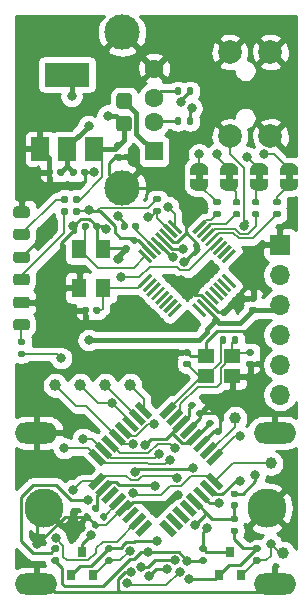
<source format=gbr>
%TF.GenerationSoftware,KiCad,Pcbnew,(5.1.9-16-g1737927814)-1*%
%TF.CreationDate,2021-07-25T19:14:51-05:00*%
%TF.ProjectId,adbuino,61646275-696e-46f2-9e6b-696361645f70,rev?*%
%TF.SameCoordinates,Original*%
%TF.FileFunction,Copper,L1,Top*%
%TF.FilePolarity,Positive*%
%FSLAX46Y46*%
G04 Gerber Fmt 4.6, Leading zero omitted, Abs format (unit mm)*
G04 Created by KiCad (PCBNEW (5.1.9-16-g1737927814)-1) date 2021-07-25 19:14:51*
%MOMM*%
%LPD*%
G01*
G04 APERTURE LIST*
%TA.AperFunction,EtchedComponent*%
%ADD10C,0.100000*%
%TD*%
%TA.AperFunction,ComponentPad*%
%ADD11C,2.000000*%
%TD*%
%TA.AperFunction,SMDPad,CuDef*%
%ADD12C,0.100000*%
%TD*%
%TA.AperFunction,ComponentPad*%
%ADD13O,3.600000X1.800000*%
%TD*%
%TA.AperFunction,ComponentPad*%
%ADD14C,3.316000*%
%TD*%
%TA.AperFunction,SMDPad,CuDef*%
%ADD15R,1.300000X1.600000*%
%TD*%
%TA.AperFunction,SMDPad,CuDef*%
%ADD16C,1.000000*%
%TD*%
%TA.AperFunction,ComponentPad*%
%ADD17O,1.700000X1.700000*%
%TD*%
%TA.AperFunction,ComponentPad*%
%ADD18R,1.700000X1.700000*%
%TD*%
%TA.AperFunction,SMDPad,CuDef*%
%ADD19R,1.400000X1.200000*%
%TD*%
%TA.AperFunction,SMDPad,CuDef*%
%ADD20R,0.800000X0.900000*%
%TD*%
%TA.AperFunction,SMDPad,CuDef*%
%ADD21R,1.500000X2.000000*%
%TD*%
%TA.AperFunction,SMDPad,CuDef*%
%ADD22R,3.800000X2.000000*%
%TD*%
%TA.AperFunction,ComponentPad*%
%ADD23C,1.600000*%
%TD*%
%TA.AperFunction,ComponentPad*%
%ADD24R,1.500000X1.600000*%
%TD*%
%TA.AperFunction,ComponentPad*%
%ADD25C,3.000000*%
%TD*%
%TA.AperFunction,ViaPad*%
%ADD26C,0.800000*%
%TD*%
%TA.AperFunction,Conductor*%
%ADD27C,0.150000*%
%TD*%
%TA.AperFunction,Conductor*%
%ADD28C,0.250000*%
%TD*%
%TA.AperFunction,Conductor*%
%ADD29C,0.400000*%
%TD*%
%TA.AperFunction,Conductor*%
%ADD30C,0.254000*%
%TD*%
%TA.AperFunction,Conductor*%
%ADD31C,0.100000*%
%TD*%
G04 APERTURE END LIST*
D10*
%TO.C,JP6*%
G36*
X41448000Y-39508000D02*
G01*
X41448000Y-39008000D01*
X40848000Y-39008000D01*
X40848000Y-39508000D01*
X41448000Y-39508000D01*
G37*
%TO.C,JP5*%
G36*
X46528000Y-39508000D02*
G01*
X46528000Y-39008000D01*
X45928000Y-39008000D01*
X45928000Y-39508000D01*
X46528000Y-39508000D01*
G37*
%TO.C,JP4*%
G36*
X49068000Y-39508000D02*
G01*
X49068000Y-39008000D01*
X48468000Y-39008000D01*
X48468000Y-39508000D01*
X49068000Y-39508000D01*
G37*
%TO.C,JP3*%
G36*
X43988000Y-39508000D02*
G01*
X43988000Y-39008000D01*
X43388000Y-39008000D01*
X43388000Y-39508000D01*
X43988000Y-39508000D01*
G37*
%TD*%
D11*
%TO.P,J2,MH4*%
%TO.N,GND*%
X43743000Y-28683000D03*
%TO.P,J2,MH3*%
X43743000Y-35833000D03*
%TO.P,J2,MH2*%
X47193000Y-35833000D03*
%TO.P,J2,MH1*%
X47193000Y-28683000D03*
%TD*%
%TA.AperFunction,SMDPad,CuDef*%
D12*
%TO.P,IC1,32*%
%TO.N,N/C*%
G36*
X39707382Y-50111624D02*
G01*
X38664400Y-51154606D01*
X38452268Y-50942474D01*
X39495250Y-49899492D01*
X39707382Y-50111624D01*
G37*
%TD.AperFunction*%
%TA.AperFunction,SMDPad,CuDef*%
%TO.P,IC1,31*%
G36*
X39353829Y-49758070D02*
G01*
X38310847Y-50801052D01*
X38098715Y-50588920D01*
X39141697Y-49545938D01*
X39353829Y-49758070D01*
G37*
%TD.AperFunction*%
%TA.AperFunction,SMDPad,CuDef*%
%TO.P,IC1,30*%
G36*
X39000275Y-49404517D02*
G01*
X37957293Y-50447499D01*
X37745161Y-50235367D01*
X38788143Y-49192385D01*
X39000275Y-49404517D01*
G37*
%TD.AperFunction*%
%TA.AperFunction,SMDPad,CuDef*%
%TO.P,IC1,29*%
G36*
X38646722Y-49050963D02*
G01*
X37603740Y-50093945D01*
X37391608Y-49881813D01*
X38434590Y-48838831D01*
X38646722Y-49050963D01*
G37*
%TD.AperFunction*%
%TA.AperFunction,SMDPad,CuDef*%
%TO.P,IC1,28*%
G36*
X38293169Y-48697410D02*
G01*
X37250187Y-49740392D01*
X37038055Y-49528260D01*
X38081037Y-48485278D01*
X38293169Y-48697410D01*
G37*
%TD.AperFunction*%
%TA.AperFunction,SMDPad,CuDef*%
%TO.P,IC1,27*%
G36*
X37939615Y-48343857D02*
G01*
X36896633Y-49386839D01*
X36684501Y-49174707D01*
X37727483Y-48131725D01*
X37939615Y-48343857D01*
G37*
%TD.AperFunction*%
%TA.AperFunction,SMDPad,CuDef*%
%TO.P,IC1,26*%
G36*
X37586062Y-47990303D02*
G01*
X36543080Y-49033285D01*
X36330948Y-48821153D01*
X37373930Y-47778171D01*
X37586062Y-47990303D01*
G37*
%TD.AperFunction*%
%TA.AperFunction,SMDPad,CuDef*%
%TO.P,IC1,25*%
%TO.N,Net-(C10-Pad1)*%
G36*
X37232508Y-47636750D02*
G01*
X36189526Y-48679732D01*
X35977394Y-48467600D01*
X37020376Y-47424618D01*
X37232508Y-47636750D01*
G37*
%TD.AperFunction*%
%TA.AperFunction,SMDPad,CuDef*%
%TO.P,IC1,24*%
%TO.N,Net-(C11-Pad1)*%
G36*
X36189526Y-45320268D02*
G01*
X37232508Y-46363250D01*
X37020376Y-46575382D01*
X35977394Y-45532400D01*
X36189526Y-45320268D01*
G37*
%TD.AperFunction*%
%TA.AperFunction,SMDPad,CuDef*%
%TO.P,IC1,23*%
%TO.N,+3V3*%
G36*
X36543080Y-44966715D02*
G01*
X37586062Y-46009697D01*
X37373930Y-46221829D01*
X36330948Y-45178847D01*
X36543080Y-44966715D01*
G37*
%TD.AperFunction*%
%TA.AperFunction,SMDPad,CuDef*%
%TO.P,IC1,22*%
%TO.N,Net-(C12-Pad1)*%
G36*
X36896633Y-44613161D02*
G01*
X37939615Y-45656143D01*
X37727483Y-45868275D01*
X36684501Y-44825293D01*
X36896633Y-44613161D01*
G37*
%TD.AperFunction*%
%TA.AperFunction,SMDPad,CuDef*%
%TO.P,IC1,21*%
%TO.N,Host_USB_D+*%
G36*
X37250187Y-44259608D02*
G01*
X38293169Y-45302590D01*
X38081037Y-45514722D01*
X37038055Y-44471740D01*
X37250187Y-44259608D01*
G37*
%TD.AperFunction*%
%TA.AperFunction,SMDPad,CuDef*%
%TO.P,IC1,20*%
%TO.N,Host_USB_D-*%
G36*
X37603740Y-43906055D02*
G01*
X38646722Y-44949037D01*
X38434590Y-45161169D01*
X37391608Y-44118187D01*
X37603740Y-43906055D01*
G37*
%TD.AperFunction*%
%TA.AperFunction,SMDPad,CuDef*%
%TO.P,IC1,19*%
%TO.N,GND*%
G36*
X37957293Y-43552501D02*
G01*
X39000275Y-44595483D01*
X38788143Y-44807615D01*
X37745161Y-43764633D01*
X37957293Y-43552501D01*
G37*
%TD.AperFunction*%
%TA.AperFunction,SMDPad,CuDef*%
%TO.P,IC1,18*%
%TO.N,MAX3421_INT*%
G36*
X38310847Y-43198948D02*
G01*
X39353829Y-44241930D01*
X39141697Y-44454062D01*
X38098715Y-43411080D01*
X38310847Y-43198948D01*
G37*
%TD.AperFunction*%
%TA.AperFunction,SMDPad,CuDef*%
%TO.P,IC1,17*%
%TO.N,MAX3421_GPX*%
G36*
X38664400Y-42845394D02*
G01*
X39707382Y-43888376D01*
X39495250Y-44100508D01*
X38452268Y-43057526D01*
X38664400Y-42845394D01*
G37*
%TD.AperFunction*%
%TA.AperFunction,SMDPad,CuDef*%
%TO.P,IC1,16*%
%TO.N,MAX3421_SPI_MOSI*%
G36*
X41811732Y-43057526D02*
G01*
X40768750Y-44100508D01*
X40556618Y-43888376D01*
X41599600Y-42845394D01*
X41811732Y-43057526D01*
G37*
%TD.AperFunction*%
%TA.AperFunction,SMDPad,CuDef*%
%TO.P,IC1,15*%
%TO.N,MAX3421_SPI_MISO*%
G36*
X42165285Y-43411080D02*
G01*
X41122303Y-44454062D01*
X40910171Y-44241930D01*
X41953153Y-43198948D01*
X42165285Y-43411080D01*
G37*
%TD.AperFunction*%
%TA.AperFunction,SMDPad,CuDef*%
%TO.P,IC1,14*%
%TO.N,MAX3421_SS*%
G36*
X42518839Y-43764633D02*
G01*
X41475857Y-44807615D01*
X41263725Y-44595483D01*
X42306707Y-43552501D01*
X42518839Y-43764633D01*
G37*
%TD.AperFunction*%
%TA.AperFunction,SMDPad,CuDef*%
%TO.P,IC1,13*%
%TO.N,MAX3421_SPI_SCLK*%
G36*
X42872392Y-44118187D02*
G01*
X41829410Y-45161169D01*
X41617278Y-44949037D01*
X42660260Y-43906055D01*
X42872392Y-44118187D01*
G37*
%TD.AperFunction*%
%TA.AperFunction,SMDPad,CuDef*%
%TO.P,IC1,12*%
%TO.N,MAX3421_RESET*%
G36*
X43225945Y-44471740D02*
G01*
X42182963Y-45514722D01*
X41970831Y-45302590D01*
X43013813Y-44259608D01*
X43225945Y-44471740D01*
G37*
%TD.AperFunction*%
%TA.AperFunction,SMDPad,CuDef*%
%TO.P,IC1,11*%
%TO.N,N/C*%
G36*
X43579499Y-44825293D02*
G01*
X42536517Y-45868275D01*
X42324385Y-45656143D01*
X43367367Y-44613161D01*
X43579499Y-44825293D01*
G37*
%TD.AperFunction*%
%TA.AperFunction,SMDPad,CuDef*%
%TO.P,IC1,10*%
G36*
X43933052Y-45178847D02*
G01*
X42890070Y-46221829D01*
X42677938Y-46009697D01*
X43720920Y-44966715D01*
X43933052Y-45178847D01*
G37*
%TD.AperFunction*%
%TA.AperFunction,SMDPad,CuDef*%
%TO.P,IC1,9*%
G36*
X44286606Y-45532400D02*
G01*
X43243624Y-46575382D01*
X43031492Y-46363250D01*
X44074474Y-45320268D01*
X44286606Y-45532400D01*
G37*
%TD.AperFunction*%
%TA.AperFunction,SMDPad,CuDef*%
%TO.P,IC1,8*%
G36*
X43243624Y-47424618D02*
G01*
X44286606Y-48467600D01*
X44074474Y-48679732D01*
X43031492Y-47636750D01*
X43243624Y-47424618D01*
G37*
%TD.AperFunction*%
%TA.AperFunction,SMDPad,CuDef*%
%TO.P,IC1,7*%
G36*
X42890070Y-47778171D02*
G01*
X43933052Y-48821153D01*
X43720920Y-49033285D01*
X42677938Y-47990303D01*
X42890070Y-47778171D01*
G37*
%TD.AperFunction*%
%TA.AperFunction,SMDPad,CuDef*%
%TO.P,IC1,6*%
G36*
X42536517Y-48131725D02*
G01*
X43579499Y-49174707D01*
X43367367Y-49386839D01*
X42324385Y-48343857D01*
X42536517Y-48131725D01*
G37*
%TD.AperFunction*%
%TA.AperFunction,SMDPad,CuDef*%
%TO.P,IC1,5*%
G36*
X42182963Y-48485278D02*
G01*
X43225945Y-49528260D01*
X43013813Y-49740392D01*
X41970831Y-48697410D01*
X42182963Y-48485278D01*
G37*
%TD.AperFunction*%
%TA.AperFunction,SMDPad,CuDef*%
%TO.P,IC1,4*%
G36*
X41829410Y-48838831D02*
G01*
X42872392Y-49881813D01*
X42660260Y-50093945D01*
X41617278Y-49050963D01*
X41829410Y-48838831D01*
G37*
%TD.AperFunction*%
%TA.AperFunction,SMDPad,CuDef*%
%TO.P,IC1,3*%
%TO.N,GND*%
G36*
X41475857Y-49192385D02*
G01*
X42518839Y-50235367D01*
X42306707Y-50447499D01*
X41263725Y-49404517D01*
X41475857Y-49192385D01*
G37*
%TD.AperFunction*%
%TA.AperFunction,SMDPad,CuDef*%
%TO.P,IC1,2*%
%TO.N,+3V3*%
G36*
X41122303Y-49545938D02*
G01*
X42165285Y-50588920D01*
X41953153Y-50801052D01*
X40910171Y-49758070D01*
X41122303Y-49545938D01*
G37*
%TD.AperFunction*%
%TA.AperFunction,SMDPad,CuDef*%
%TO.P,IC1,1*%
%TO.N,N/C*%
G36*
X40768750Y-49899492D02*
G01*
X41811732Y-50942474D01*
X41599600Y-51154606D01*
X40556618Y-50111624D01*
X40768750Y-49899492D01*
G37*
%TD.AperFunction*%
%TD*%
%TO.P,C13,2*%
%TO.N,GND*%
%TA.AperFunction,SMDPad,CuDef*%
G36*
G01*
X45890000Y-49838000D02*
X45550000Y-49838000D01*
G75*
G02*
X45410000Y-49698000I0J140000D01*
G01*
X45410000Y-49418000D01*
G75*
G02*
X45550000Y-49278000I140000J0D01*
G01*
X45890000Y-49278000D01*
G75*
G02*
X46030000Y-49418000I0J-140000D01*
G01*
X46030000Y-49698000D01*
G75*
G02*
X45890000Y-49838000I-140000J0D01*
G01*
G37*
%TD.AperFunction*%
%TO.P,C13,1*%
%TO.N,+3V3*%
%TA.AperFunction,SMDPad,CuDef*%
G36*
G01*
X45890000Y-50798000D02*
X45550000Y-50798000D01*
G75*
G02*
X45410000Y-50658000I0J140000D01*
G01*
X45410000Y-50378000D01*
G75*
G02*
X45550000Y-50238000I140000J0D01*
G01*
X45890000Y-50238000D01*
G75*
G02*
X46030000Y-50378000I0J-140000D01*
G01*
X46030000Y-50658000D01*
G75*
G02*
X45890000Y-50798000I-140000J0D01*
G01*
G37*
%TD.AperFunction*%
%TD*%
D13*
%TO.P,J5,S3*%
%TO.N,GND*%
X27356000Y-73710000D03*
%TO.P,J5,S2*%
X27356000Y-60910000D03*
D14*
%TO.P,J5,S1*%
X28056000Y-67310000D03*
%TD*%
D13*
%TO.P,J4,S3*%
%TO.N,GND*%
X47574000Y-60910000D03*
%TO.P,J4,S2*%
X47574000Y-73710000D03*
D14*
%TO.P,J4,S1*%
X46874000Y-67310000D03*
%TD*%
D15*
%TO.P,Y2,4*%
%TO.N,GND*%
X33004000Y-45350000D03*
%TO.P,Y2,3*%
%TO.N,Net-(C10-Pad1)*%
X33004000Y-48650000D03*
%TO.P,Y2,2*%
%TO.N,GND*%
X31004000Y-48650000D03*
%TO.P,Y2,1*%
%TO.N,Net-(C11-Pad1)*%
X31004000Y-45350000D03*
%TD*%
%TO.P,R16,2*%
%TO.N,Net-(JP4-Pad2)*%
%TA.AperFunction,SMDPad,CuDef*%
G36*
G01*
X47937000Y-41670000D02*
X47567000Y-41670000D01*
G75*
G02*
X47432000Y-41535000I0J135000D01*
G01*
X47432000Y-41265000D01*
G75*
G02*
X47567000Y-41130000I135000J0D01*
G01*
X47937000Y-41130000D01*
G75*
G02*
X48072000Y-41265000I0J-135000D01*
G01*
X48072000Y-41535000D01*
G75*
G02*
X47937000Y-41670000I-135000J0D01*
G01*
G37*
%TD.AperFunction*%
%TO.P,R16,1*%
%TO.N,MAX3421_SPI_SCLK*%
%TA.AperFunction,SMDPad,CuDef*%
G36*
G01*
X47937000Y-42690000D02*
X47567000Y-42690000D01*
G75*
G02*
X47432000Y-42555000I0J135000D01*
G01*
X47432000Y-42285000D01*
G75*
G02*
X47567000Y-42150000I135000J0D01*
G01*
X47937000Y-42150000D01*
G75*
G02*
X48072000Y-42285000I0J-135000D01*
G01*
X48072000Y-42555000D01*
G75*
G02*
X47937000Y-42690000I-135000J0D01*
G01*
G37*
%TD.AperFunction*%
%TD*%
%TO.P,R15,2*%
%TO.N,Net-(JP3-Pad2)*%
%TA.AperFunction,SMDPad,CuDef*%
G36*
G01*
X44491999Y-41670000D02*
X44121999Y-41670000D01*
G75*
G02*
X43986999Y-41535000I0J135000D01*
G01*
X43986999Y-41265000D01*
G75*
G02*
X44121999Y-41130000I135000J0D01*
G01*
X44491999Y-41130000D01*
G75*
G02*
X44626999Y-41265000I0J-135000D01*
G01*
X44626999Y-41535000D01*
G75*
G02*
X44491999Y-41670000I-135000J0D01*
G01*
G37*
%TD.AperFunction*%
%TO.P,R15,1*%
%TO.N,MAX3421_SPI_MISO*%
%TA.AperFunction,SMDPad,CuDef*%
G36*
G01*
X44491999Y-42690000D02*
X44121999Y-42690000D01*
G75*
G02*
X43986999Y-42555000I0J135000D01*
G01*
X43986999Y-42285000D01*
G75*
G02*
X44121999Y-42150000I135000J0D01*
G01*
X44491999Y-42150000D01*
G75*
G02*
X44626999Y-42285000I0J-135000D01*
G01*
X44626999Y-42555000D01*
G75*
G02*
X44491999Y-42690000I-135000J0D01*
G01*
G37*
%TD.AperFunction*%
%TD*%
%TO.P,R14,2*%
%TO.N,Net-(JP6-Pad2)*%
%TA.AperFunction,SMDPad,CuDef*%
G36*
G01*
X42857000Y-41670000D02*
X42487000Y-41670000D01*
G75*
G02*
X42352000Y-41535000I0J135000D01*
G01*
X42352000Y-41265000D01*
G75*
G02*
X42487000Y-41130000I135000J0D01*
G01*
X42857000Y-41130000D01*
G75*
G02*
X42992000Y-41265000I0J-135000D01*
G01*
X42992000Y-41535000D01*
G75*
G02*
X42857000Y-41670000I-135000J0D01*
G01*
G37*
%TD.AperFunction*%
%TO.P,R14,1*%
%TO.N,MAX3421_SPI_MOSI*%
%TA.AperFunction,SMDPad,CuDef*%
G36*
G01*
X42857000Y-42690000D02*
X42487000Y-42690000D01*
G75*
G02*
X42352000Y-42555000I0J135000D01*
G01*
X42352000Y-42285000D01*
G75*
G02*
X42487000Y-42150000I135000J0D01*
G01*
X42857000Y-42150000D01*
G75*
G02*
X42992000Y-42285000I0J-135000D01*
G01*
X42992000Y-42555000D01*
G75*
G02*
X42857000Y-42690000I-135000J0D01*
G01*
G37*
%TD.AperFunction*%
%TD*%
%TO.P,R13,2*%
%TO.N,Net-(JP5-Pad2)*%
%TA.AperFunction,SMDPad,CuDef*%
G36*
G01*
X46126998Y-41670000D02*
X45756998Y-41670000D01*
G75*
G02*
X45621998Y-41535000I0J135000D01*
G01*
X45621998Y-41265000D01*
G75*
G02*
X45756998Y-41130000I135000J0D01*
G01*
X46126998Y-41130000D01*
G75*
G02*
X46261998Y-41265000I0J-135000D01*
G01*
X46261998Y-41535000D01*
G75*
G02*
X46126998Y-41670000I-135000J0D01*
G01*
G37*
%TD.AperFunction*%
%TO.P,R13,1*%
%TO.N,MAX3421_SS*%
%TA.AperFunction,SMDPad,CuDef*%
G36*
G01*
X46126998Y-42690000D02*
X45756998Y-42690000D01*
G75*
G02*
X45621998Y-42555000I0J135000D01*
G01*
X45621998Y-42285000D01*
G75*
G02*
X45756998Y-42150000I135000J0D01*
G01*
X46126998Y-42150000D01*
G75*
G02*
X46261998Y-42285000I0J-135000D01*
G01*
X46261998Y-42555000D01*
G75*
G02*
X46126998Y-42690000I-135000J0D01*
G01*
G37*
%TD.AperFunction*%
%TD*%
%TO.P,R12,2*%
%TO.N,Net-(D3-Pad2)*%
%TA.AperFunction,SMDPad,CuDef*%
G36*
G01*
X26296200Y-53491160D02*
X25926200Y-53491160D01*
G75*
G02*
X25791200Y-53356160I0J135000D01*
G01*
X25791200Y-53086160D01*
G75*
G02*
X25926200Y-52951160I135000J0D01*
G01*
X26296200Y-52951160D01*
G75*
G02*
X26431200Y-53086160I0J-135000D01*
G01*
X26431200Y-53356160D01*
G75*
G02*
X26296200Y-53491160I-135000J0D01*
G01*
G37*
%TD.AperFunction*%
%TO.P,R12,1*%
%TO.N,DEBUG_LED*%
%TA.AperFunction,SMDPad,CuDef*%
G36*
G01*
X26296200Y-54511160D02*
X25926200Y-54511160D01*
G75*
G02*
X25791200Y-54376160I0J135000D01*
G01*
X25791200Y-54106160D01*
G75*
G02*
X25926200Y-53971160I135000J0D01*
G01*
X26296200Y-53971160D01*
G75*
G02*
X26431200Y-54106160I0J-135000D01*
G01*
X26431200Y-54376160D01*
G75*
G02*
X26296200Y-54511160I-135000J0D01*
G01*
G37*
%TD.AperFunction*%
%TD*%
%TO.P,R11,2*%
%TO.N,ADB_1_PWR_ON*%
%TA.AperFunction,SMDPad,CuDef*%
G36*
G01*
X29156240Y-70983600D02*
X28786240Y-70983600D01*
G75*
G02*
X28651240Y-70848600I0J135000D01*
G01*
X28651240Y-70578600D01*
G75*
G02*
X28786240Y-70443600I135000J0D01*
G01*
X29156240Y-70443600D01*
G75*
G02*
X29291240Y-70578600I0J-135000D01*
G01*
X29291240Y-70848600D01*
G75*
G02*
X29156240Y-70983600I-135000J0D01*
G01*
G37*
%TD.AperFunction*%
%TO.P,R11,1*%
%TO.N,ADB_1_5v*%
%TA.AperFunction,SMDPad,CuDef*%
G36*
G01*
X29156240Y-72003600D02*
X28786240Y-72003600D01*
G75*
G02*
X28651240Y-71868600I0J135000D01*
G01*
X28651240Y-71598600D01*
G75*
G02*
X28786240Y-71463600I135000J0D01*
G01*
X29156240Y-71463600D01*
G75*
G02*
X29291240Y-71598600I0J-135000D01*
G01*
X29291240Y-71868600D01*
G75*
G02*
X29156240Y-72003600I-135000J0D01*
G01*
G37*
%TD.AperFunction*%
%TD*%
%TO.P,R10,2*%
%TO.N,ADB_PWR_ON_LV*%
%TA.AperFunction,SMDPad,CuDef*%
G36*
G01*
X33343000Y-71461600D02*
X33713000Y-71461600D01*
G75*
G02*
X33848000Y-71596600I0J-135000D01*
G01*
X33848000Y-71866600D01*
G75*
G02*
X33713000Y-72001600I-135000J0D01*
G01*
X33343000Y-72001600D01*
G75*
G02*
X33208000Y-71866600I0J135000D01*
G01*
X33208000Y-71596600D01*
G75*
G02*
X33343000Y-71461600I135000J0D01*
G01*
G37*
%TD.AperFunction*%
%TO.P,R10,1*%
%TO.N,+3V3*%
%TA.AperFunction,SMDPad,CuDef*%
G36*
G01*
X33343000Y-70441600D02*
X33713000Y-70441600D01*
G75*
G02*
X33848000Y-70576600I0J-135000D01*
G01*
X33848000Y-70846600D01*
G75*
G02*
X33713000Y-70981600I-135000J0D01*
G01*
X33343000Y-70981600D01*
G75*
G02*
X33208000Y-70846600I0J135000D01*
G01*
X33208000Y-70576600D01*
G75*
G02*
X33343000Y-70441600I135000J0D01*
G01*
G37*
%TD.AperFunction*%
%TD*%
%TO.P,R9,2*%
%TO.N,ADB_1_DATA*%
%TA.AperFunction,SMDPad,CuDef*%
G36*
G01*
X41668280Y-70983600D02*
X41298280Y-70983600D01*
G75*
G02*
X41163280Y-70848600I0J135000D01*
G01*
X41163280Y-70578600D01*
G75*
G02*
X41298280Y-70443600I135000J0D01*
G01*
X41668280Y-70443600D01*
G75*
G02*
X41803280Y-70578600I0J-135000D01*
G01*
X41803280Y-70848600D01*
G75*
G02*
X41668280Y-70983600I-135000J0D01*
G01*
G37*
%TD.AperFunction*%
%TO.P,R9,1*%
%TO.N,ADB_1_5v*%
%TA.AperFunction,SMDPad,CuDef*%
G36*
G01*
X41668280Y-72003600D02*
X41298280Y-72003600D01*
G75*
G02*
X41163280Y-71868600I0J135000D01*
G01*
X41163280Y-71598600D01*
G75*
G02*
X41298280Y-71463600I135000J0D01*
G01*
X41668280Y-71463600D01*
G75*
G02*
X41803280Y-71598600I0J-135000D01*
G01*
X41803280Y-71868600D01*
G75*
G02*
X41668280Y-72003600I-135000J0D01*
G01*
G37*
%TD.AperFunction*%
%TD*%
%TO.P,R8,2*%
%TO.N,ADB_DATA_LV*%
%TA.AperFunction,SMDPad,CuDef*%
G36*
G01*
X45849960Y-71458520D02*
X46219960Y-71458520D01*
G75*
G02*
X46354960Y-71593520I0J-135000D01*
G01*
X46354960Y-71863520D01*
G75*
G02*
X46219960Y-71998520I-135000J0D01*
G01*
X45849960Y-71998520D01*
G75*
G02*
X45714960Y-71863520I0J135000D01*
G01*
X45714960Y-71593520D01*
G75*
G02*
X45849960Y-71458520I135000J0D01*
G01*
G37*
%TD.AperFunction*%
%TO.P,R8,1*%
%TO.N,+3V3*%
%TA.AperFunction,SMDPad,CuDef*%
G36*
G01*
X45849960Y-70438520D02*
X46219960Y-70438520D01*
G75*
G02*
X46354960Y-70573520I0J-135000D01*
G01*
X46354960Y-70843520D01*
G75*
G02*
X46219960Y-70978520I-135000J0D01*
G01*
X45849960Y-70978520D01*
G75*
G02*
X45714960Y-70843520I0J135000D01*
G01*
X45714960Y-70573520D01*
G75*
G02*
X45849960Y-70438520I135000J0D01*
G01*
G37*
%TD.AperFunction*%
%TD*%
%TO.P,R7,2*%
%TO.N,Net-(J3-Pad3)*%
%TA.AperFunction,SMDPad,CuDef*%
G36*
G01*
X39638000Y-31819000D02*
X39638000Y-32189000D01*
G75*
G02*
X39503000Y-32324000I-135000J0D01*
G01*
X39233000Y-32324000D01*
G75*
G02*
X39098000Y-32189000I0J135000D01*
G01*
X39098000Y-31819000D01*
G75*
G02*
X39233000Y-31684000I135000J0D01*
G01*
X39503000Y-31684000D01*
G75*
G02*
X39638000Y-31819000I0J-135000D01*
G01*
G37*
%TD.AperFunction*%
%TO.P,R7,1*%
%TO.N,Host_USB_D+*%
%TA.AperFunction,SMDPad,CuDef*%
G36*
G01*
X40658000Y-31819000D02*
X40658000Y-32189000D01*
G75*
G02*
X40523000Y-32324000I-135000J0D01*
G01*
X40253000Y-32324000D01*
G75*
G02*
X40118000Y-32189000I0J135000D01*
G01*
X40118000Y-31819000D01*
G75*
G02*
X40253000Y-31684000I135000J0D01*
G01*
X40523000Y-31684000D01*
G75*
G02*
X40658000Y-31819000I0J-135000D01*
G01*
G37*
%TD.AperFunction*%
%TD*%
%TO.P,R6,2*%
%TO.N,Host_USB_D-*%
%TA.AperFunction,SMDPad,CuDef*%
G36*
G01*
X40116000Y-34729000D02*
X40116000Y-34359000D01*
G75*
G02*
X40251000Y-34224000I135000J0D01*
G01*
X40521000Y-34224000D01*
G75*
G02*
X40656000Y-34359000I0J-135000D01*
G01*
X40656000Y-34729000D01*
G75*
G02*
X40521000Y-34864000I-135000J0D01*
G01*
X40251000Y-34864000D01*
G75*
G02*
X40116000Y-34729000I0J135000D01*
G01*
G37*
%TD.AperFunction*%
%TO.P,R6,1*%
%TO.N,Net-(J3-Pad2)*%
%TA.AperFunction,SMDPad,CuDef*%
G36*
G01*
X39096000Y-34729000D02*
X39096000Y-34359000D01*
G75*
G02*
X39231000Y-34224000I135000J0D01*
G01*
X39501000Y-34224000D01*
G75*
G02*
X39636000Y-34359000I0J-135000D01*
G01*
X39636000Y-34729000D01*
G75*
G02*
X39501000Y-34864000I-135000J0D01*
G01*
X39231000Y-34864000D01*
G75*
G02*
X39096000Y-34729000I0J135000D01*
G01*
G37*
%TD.AperFunction*%
%TD*%
%TO.P,R5,2*%
%TO.N,Net-(D2-Pad2)*%
%TA.AperFunction,SMDPad,CuDef*%
G36*
G01*
X30024640Y-40983320D02*
X30024640Y-41353320D01*
G75*
G02*
X29889640Y-41488320I-135000J0D01*
G01*
X29619640Y-41488320D01*
G75*
G02*
X29484640Y-41353320I0J135000D01*
G01*
X29484640Y-40983320D01*
G75*
G02*
X29619640Y-40848320I135000J0D01*
G01*
X29889640Y-40848320D01*
G75*
G02*
X30024640Y-40983320I0J-135000D01*
G01*
G37*
%TD.AperFunction*%
%TO.P,R5,1*%
%TO.N,VBUS*%
%TA.AperFunction,SMDPad,CuDef*%
G36*
G01*
X31044640Y-40983320D02*
X31044640Y-41353320D01*
G75*
G02*
X30909640Y-41488320I-135000J0D01*
G01*
X30639640Y-41488320D01*
G75*
G02*
X30504640Y-41353320I0J135000D01*
G01*
X30504640Y-40983320D01*
G75*
G02*
X30639640Y-40848320I135000J0D01*
G01*
X30909640Y-40848320D01*
G75*
G02*
X31044640Y-40983320I0J-135000D01*
G01*
G37*
%TD.AperFunction*%
%TD*%
%TO.P,R4,2*%
%TO.N,Net-(D1-Pad2)*%
%TA.AperFunction,SMDPad,CuDef*%
G36*
G01*
X30019560Y-41994240D02*
X30019560Y-42364240D01*
G75*
G02*
X29884560Y-42499240I-135000J0D01*
G01*
X29614560Y-42499240D01*
G75*
G02*
X29479560Y-42364240I0J135000D01*
G01*
X29479560Y-41994240D01*
G75*
G02*
X29614560Y-41859240I135000J0D01*
G01*
X29884560Y-41859240D01*
G75*
G02*
X30019560Y-41994240I0J-135000D01*
G01*
G37*
%TD.AperFunction*%
%TO.P,R4,1*%
%TO.N,+3V3*%
%TA.AperFunction,SMDPad,CuDef*%
G36*
G01*
X31039560Y-41994240D02*
X31039560Y-42364240D01*
G75*
G02*
X30904560Y-42499240I-135000J0D01*
G01*
X30634560Y-42499240D01*
G75*
G02*
X30499560Y-42364240I0J135000D01*
G01*
X30499560Y-41994240D01*
G75*
G02*
X30634560Y-41859240I135000J0D01*
G01*
X30904560Y-41859240D01*
G75*
G02*
X31039560Y-41994240I0J-135000D01*
G01*
G37*
%TD.AperFunction*%
%TD*%
%TO.P,R3,2*%
%TO.N,MAX3421_INT*%
%TA.AperFunction,SMDPad,CuDef*%
G36*
G01*
X37407000Y-41896000D02*
X37777000Y-41896000D01*
G75*
G02*
X37912000Y-42031000I0J-135000D01*
G01*
X37912000Y-42301000D01*
G75*
G02*
X37777000Y-42436000I-135000J0D01*
G01*
X37407000Y-42436000D01*
G75*
G02*
X37272000Y-42301000I0J135000D01*
G01*
X37272000Y-42031000D01*
G75*
G02*
X37407000Y-41896000I135000J0D01*
G01*
G37*
%TD.AperFunction*%
%TO.P,R3,1*%
%TO.N,+3V3*%
%TA.AperFunction,SMDPad,CuDef*%
G36*
G01*
X37407000Y-40876000D02*
X37777000Y-40876000D01*
G75*
G02*
X37912000Y-41011000I0J-135000D01*
G01*
X37912000Y-41281000D01*
G75*
G02*
X37777000Y-41416000I-135000J0D01*
G01*
X37407000Y-41416000D01*
G75*
G02*
X37272000Y-41281000I0J135000D01*
G01*
X37272000Y-41011000D01*
G75*
G02*
X37407000Y-40876000I135000J0D01*
G01*
G37*
%TD.AperFunction*%
%TD*%
%TO.P,R2,2*%
%TO.N,/RESET*%
%TA.AperFunction,SMDPad,CuDef*%
G36*
G01*
X44314960Y-68469000D02*
X43944960Y-68469000D01*
G75*
G02*
X43809960Y-68334000I0J135000D01*
G01*
X43809960Y-68064000D01*
G75*
G02*
X43944960Y-67929000I135000J0D01*
G01*
X44314960Y-67929000D01*
G75*
G02*
X44449960Y-68064000I0J-135000D01*
G01*
X44449960Y-68334000D01*
G75*
G02*
X44314960Y-68469000I-135000J0D01*
G01*
G37*
%TD.AperFunction*%
%TO.P,R2,1*%
%TO.N,+3V3*%
%TA.AperFunction,SMDPad,CuDef*%
G36*
G01*
X44314960Y-69489000D02*
X43944960Y-69489000D01*
G75*
G02*
X43809960Y-69354000I0J135000D01*
G01*
X43809960Y-69084000D01*
G75*
G02*
X43944960Y-68949000I135000J0D01*
G01*
X44314960Y-68949000D01*
G75*
G02*
X44449960Y-69084000I0J-135000D01*
G01*
X44449960Y-69354000D01*
G75*
G02*
X44314960Y-69489000I-135000J0D01*
G01*
G37*
%TD.AperFunction*%
%TD*%
%TO.P,R1,2*%
%TO.N,Net-(C7-Pad1)*%
%TA.AperFunction,SMDPad,CuDef*%
G36*
G01*
X43446000Y-52901000D02*
X43446000Y-53271000D01*
G75*
G02*
X43311000Y-53406000I-135000J0D01*
G01*
X43041000Y-53406000D01*
G75*
G02*
X42906000Y-53271000I0J135000D01*
G01*
X42906000Y-52901000D01*
G75*
G02*
X43041000Y-52766000I135000J0D01*
G01*
X43311000Y-52766000D01*
G75*
G02*
X43446000Y-52901000I0J-135000D01*
G01*
G37*
%TD.AperFunction*%
%TO.P,R1,1*%
%TO.N,Net-(C6-Pad1)*%
%TA.AperFunction,SMDPad,CuDef*%
G36*
G01*
X44466000Y-52901000D02*
X44466000Y-53271000D01*
G75*
G02*
X44331000Y-53406000I-135000J0D01*
G01*
X44061000Y-53406000D01*
G75*
G02*
X43926000Y-53271000I0J135000D01*
G01*
X43926000Y-52901000D01*
G75*
G02*
X44061000Y-52766000I135000J0D01*
G01*
X44331000Y-52766000D01*
G75*
G02*
X44466000Y-52901000I0J-135000D01*
G01*
G37*
%TD.AperFunction*%
%TD*%
%TO.P,C16,2*%
%TO.N,GND*%
%TA.AperFunction,SMDPad,CuDef*%
G36*
G01*
X31773800Y-67703002D02*
X32014216Y-67943418D01*
G75*
G02*
X32014216Y-68141408I-98995J-98995D01*
G01*
X31816226Y-68339398D01*
G75*
G02*
X31618236Y-68339398I-98995J98995D01*
G01*
X31377820Y-68098982D01*
G75*
G02*
X31377820Y-67900992I98995J98995D01*
G01*
X31575810Y-67703002D01*
G75*
G02*
X31773800Y-67703002I98995J-98995D01*
G01*
G37*
%TD.AperFunction*%
%TO.P,C16,1*%
%TO.N,+3V3*%
%TA.AperFunction,SMDPad,CuDef*%
G36*
G01*
X32452622Y-67024180D02*
X32693038Y-67264596D01*
G75*
G02*
X32693038Y-67462586I-98995J-98995D01*
G01*
X32495048Y-67660576D01*
G75*
G02*
X32297058Y-67660576I-98995J98995D01*
G01*
X32056642Y-67420160D01*
G75*
G02*
X32056642Y-67222170I98995J98995D01*
G01*
X32254632Y-67024180D01*
G75*
G02*
X32452622Y-67024180I98995J-98995D01*
G01*
G37*
%TD.AperFunction*%
%TD*%
%TO.P,C15,2*%
%TO.N,GND*%
%TA.AperFunction,SMDPad,CuDef*%
G36*
G01*
X42439213Y-60713629D02*
X42679629Y-60473213D01*
G75*
G02*
X42877619Y-60473213I98995J-98995D01*
G01*
X43075609Y-60671203D01*
G75*
G02*
X43075609Y-60869193I-98995J-98995D01*
G01*
X42835193Y-61109609D01*
G75*
G02*
X42637203Y-61109609I-98995J98995D01*
G01*
X42439213Y-60911619D01*
G75*
G02*
X42439213Y-60713629I98995J98995D01*
G01*
G37*
%TD.AperFunction*%
%TO.P,C15,1*%
%TO.N,+3V3*%
%TA.AperFunction,SMDPad,CuDef*%
G36*
G01*
X41760391Y-60034807D02*
X42000807Y-59794391D01*
G75*
G02*
X42198797Y-59794391I98995J-98995D01*
G01*
X42396787Y-59992381D01*
G75*
G02*
X42396787Y-60190371I-98995J-98995D01*
G01*
X42156371Y-60430787D01*
G75*
G02*
X41958381Y-60430787I-98995J98995D01*
G01*
X41760391Y-60232797D01*
G75*
G02*
X41760391Y-60034807I98995J98995D01*
G01*
G37*
%TD.AperFunction*%
%TD*%
%TO.P,C14,2*%
%TO.N,GND*%
%TA.AperFunction,SMDPad,CuDef*%
G36*
G01*
X40915213Y-59189629D02*
X41155629Y-58949213D01*
G75*
G02*
X41353619Y-58949213I98995J-98995D01*
G01*
X41551609Y-59147203D01*
G75*
G02*
X41551609Y-59345193I-98995J-98995D01*
G01*
X41311193Y-59585609D01*
G75*
G02*
X41113203Y-59585609I-98995J98995D01*
G01*
X40915213Y-59387619D01*
G75*
G02*
X40915213Y-59189629I98995J98995D01*
G01*
G37*
%TD.AperFunction*%
%TO.P,C14,1*%
%TO.N,+3V3*%
%TA.AperFunction,SMDPad,CuDef*%
G36*
G01*
X40236391Y-58510807D02*
X40476807Y-58270391D01*
G75*
G02*
X40674797Y-58270391I98995J-98995D01*
G01*
X40872787Y-58468381D01*
G75*
G02*
X40872787Y-58666371I-98995J-98995D01*
G01*
X40632371Y-58906787D01*
G75*
G02*
X40434381Y-58906787I-98995J98995D01*
G01*
X40236391Y-58708797D01*
G75*
G02*
X40236391Y-58510807I98995J98995D01*
G01*
G37*
%TD.AperFunction*%
%TD*%
%TO.P,C12,2*%
%TO.N,GND*%
%TA.AperFunction,SMDPad,CuDef*%
G36*
G01*
X35106000Y-43264000D02*
X35106000Y-43604000D01*
G75*
G02*
X34966000Y-43744000I-140000J0D01*
G01*
X34686000Y-43744000D01*
G75*
G02*
X34546000Y-43604000I0J140000D01*
G01*
X34546000Y-43264000D01*
G75*
G02*
X34686000Y-43124000I140000J0D01*
G01*
X34966000Y-43124000D01*
G75*
G02*
X35106000Y-43264000I0J-140000D01*
G01*
G37*
%TD.AperFunction*%
%TO.P,C12,1*%
%TO.N,Net-(C12-Pad1)*%
%TA.AperFunction,SMDPad,CuDef*%
G36*
G01*
X36066000Y-43264000D02*
X36066000Y-43604000D01*
G75*
G02*
X35926000Y-43744000I-140000J0D01*
G01*
X35646000Y-43744000D01*
G75*
G02*
X35506000Y-43604000I0J140000D01*
G01*
X35506000Y-43264000D01*
G75*
G02*
X35646000Y-43124000I140000J0D01*
G01*
X35926000Y-43124000D01*
G75*
G02*
X36066000Y-43264000I0J-140000D01*
G01*
G37*
%TD.AperFunction*%
%TD*%
%TO.P,C11,2*%
%TO.N,GND*%
%TA.AperFunction,SMDPad,CuDef*%
G36*
G01*
X32204000Y-43604000D02*
X32204000Y-43264000D01*
G75*
G02*
X32344000Y-43124000I140000J0D01*
G01*
X32624000Y-43124000D01*
G75*
G02*
X32764000Y-43264000I0J-140000D01*
G01*
X32764000Y-43604000D01*
G75*
G02*
X32624000Y-43744000I-140000J0D01*
G01*
X32344000Y-43744000D01*
G75*
G02*
X32204000Y-43604000I0J140000D01*
G01*
G37*
%TD.AperFunction*%
%TO.P,C11,1*%
%TO.N,Net-(C11-Pad1)*%
%TA.AperFunction,SMDPad,CuDef*%
G36*
G01*
X31244000Y-43604000D02*
X31244000Y-43264000D01*
G75*
G02*
X31384000Y-43124000I140000J0D01*
G01*
X31664000Y-43124000D01*
G75*
G02*
X31804000Y-43264000I0J-140000D01*
G01*
X31804000Y-43604000D01*
G75*
G02*
X31664000Y-43744000I-140000J0D01*
G01*
X31384000Y-43744000D01*
G75*
G02*
X31244000Y-43604000I0J140000D01*
G01*
G37*
%TD.AperFunction*%
%TD*%
%TO.P,C10,2*%
%TO.N,GND*%
%TA.AperFunction,SMDPad,CuDef*%
G36*
G01*
X31804000Y-50376000D02*
X31804000Y-50716000D01*
G75*
G02*
X31664000Y-50856000I-140000J0D01*
G01*
X31384000Y-50856000D01*
G75*
G02*
X31244000Y-50716000I0J140000D01*
G01*
X31244000Y-50376000D01*
G75*
G02*
X31384000Y-50236000I140000J0D01*
G01*
X31664000Y-50236000D01*
G75*
G02*
X31804000Y-50376000I0J-140000D01*
G01*
G37*
%TD.AperFunction*%
%TO.P,C10,1*%
%TO.N,Net-(C10-Pad1)*%
%TA.AperFunction,SMDPad,CuDef*%
G36*
G01*
X32764000Y-50376000D02*
X32764000Y-50716000D01*
G75*
G02*
X32624000Y-50856000I-140000J0D01*
G01*
X32344000Y-50856000D01*
G75*
G02*
X32204000Y-50716000I0J140000D01*
G01*
X32204000Y-50376000D01*
G75*
G02*
X32344000Y-50236000I140000J0D01*
G01*
X32624000Y-50236000D01*
G75*
G02*
X32764000Y-50376000I0J-140000D01*
G01*
G37*
%TD.AperFunction*%
%TD*%
%TO.P,C9,2*%
%TO.N,GND*%
%TA.AperFunction,SMDPad,CuDef*%
G36*
G01*
X35044371Y-44979213D02*
X35284787Y-45219629D01*
G75*
G02*
X35284787Y-45417619I-98995J-98995D01*
G01*
X35086797Y-45615609D01*
G75*
G02*
X34888807Y-45615609I-98995J98995D01*
G01*
X34648391Y-45375193D01*
G75*
G02*
X34648391Y-45177203I98995J98995D01*
G01*
X34846381Y-44979213D01*
G75*
G02*
X35044371Y-44979213I98995J-98995D01*
G01*
G37*
%TD.AperFunction*%
%TO.P,C9,1*%
%TO.N,+3V3*%
%TA.AperFunction,SMDPad,CuDef*%
G36*
G01*
X35723193Y-44300391D02*
X35963609Y-44540807D01*
G75*
G02*
X35963609Y-44738797I-98995J-98995D01*
G01*
X35765619Y-44936787D01*
G75*
G02*
X35567629Y-44936787I-98995J98995D01*
G01*
X35327213Y-44696371D01*
G75*
G02*
X35327213Y-44498381I98995J98995D01*
G01*
X35525203Y-44300391D01*
G75*
G02*
X35723193Y-44300391I98995J-98995D01*
G01*
G37*
%TD.AperFunction*%
%TD*%
%TO.P,C8,2*%
%TO.N,GND*%
%TA.AperFunction,SMDPad,CuDef*%
G36*
G01*
X43187629Y-51032787D02*
X42947213Y-50792371D01*
G75*
G02*
X42947213Y-50594381I98995J98995D01*
G01*
X43145203Y-50396391D01*
G75*
G02*
X43343193Y-50396391I98995J-98995D01*
G01*
X43583609Y-50636807D01*
G75*
G02*
X43583609Y-50834797I-98995J-98995D01*
G01*
X43385619Y-51032787D01*
G75*
G02*
X43187629Y-51032787I-98995J98995D01*
G01*
G37*
%TD.AperFunction*%
%TO.P,C8,1*%
%TO.N,+3V3*%
%TA.AperFunction,SMDPad,CuDef*%
G36*
G01*
X42508807Y-51711609D02*
X42268391Y-51471193D01*
G75*
G02*
X42268391Y-51273203I98995J98995D01*
G01*
X42466381Y-51075213D01*
G75*
G02*
X42664371Y-51075213I98995J-98995D01*
G01*
X42904787Y-51315629D01*
G75*
G02*
X42904787Y-51513619I-98995J-98995D01*
G01*
X42706797Y-51711609D01*
G75*
G02*
X42508807Y-51711609I-98995J98995D01*
G01*
G37*
%TD.AperFunction*%
%TD*%
%TO.P,C7,2*%
%TO.N,GND*%
%TA.AperFunction,SMDPad,CuDef*%
G36*
G01*
X40302000Y-54410000D02*
X39962000Y-54410000D01*
G75*
G02*
X39822000Y-54270000I0J140000D01*
G01*
X39822000Y-53990000D01*
G75*
G02*
X39962000Y-53850000I140000J0D01*
G01*
X40302000Y-53850000D01*
G75*
G02*
X40442000Y-53990000I0J-140000D01*
G01*
X40442000Y-54270000D01*
G75*
G02*
X40302000Y-54410000I-140000J0D01*
G01*
G37*
%TD.AperFunction*%
%TO.P,C7,1*%
%TO.N,Net-(C7-Pad1)*%
%TA.AperFunction,SMDPad,CuDef*%
G36*
G01*
X40302000Y-55370000D02*
X39962000Y-55370000D01*
G75*
G02*
X39822000Y-55230000I0J140000D01*
G01*
X39822000Y-54950000D01*
G75*
G02*
X39962000Y-54810000I140000J0D01*
G01*
X40302000Y-54810000D01*
G75*
G02*
X40442000Y-54950000I0J-140000D01*
G01*
X40442000Y-55230000D01*
G75*
G02*
X40302000Y-55370000I-140000J0D01*
G01*
G37*
%TD.AperFunction*%
%TD*%
%TO.P,C6,2*%
%TO.N,GND*%
%TA.AperFunction,SMDPad,CuDef*%
G36*
G01*
X45296000Y-54810000D02*
X45636000Y-54810000D01*
G75*
G02*
X45776000Y-54950000I0J-140000D01*
G01*
X45776000Y-55230000D01*
G75*
G02*
X45636000Y-55370000I-140000J0D01*
G01*
X45296000Y-55370000D01*
G75*
G02*
X45156000Y-55230000I0J140000D01*
G01*
X45156000Y-54950000D01*
G75*
G02*
X45296000Y-54810000I140000J0D01*
G01*
G37*
%TD.AperFunction*%
%TO.P,C6,1*%
%TO.N,Net-(C6-Pad1)*%
%TA.AperFunction,SMDPad,CuDef*%
G36*
G01*
X45296000Y-53850000D02*
X45636000Y-53850000D01*
G75*
G02*
X45776000Y-53990000I0J-140000D01*
G01*
X45776000Y-54270000D01*
G75*
G02*
X45636000Y-54410000I-140000J0D01*
G01*
X45296000Y-54410000D01*
G75*
G02*
X45156000Y-54270000I0J140000D01*
G01*
X45156000Y-53990000D01*
G75*
G02*
X45296000Y-53850000I140000J0D01*
G01*
G37*
%TD.AperFunction*%
%TD*%
%TO.P,C5,2*%
%TO.N,FTDI_DTR*%
%TA.AperFunction,SMDPad,CuDef*%
G36*
G01*
X44299960Y-66376000D02*
X43959960Y-66376000D01*
G75*
G02*
X43819960Y-66236000I0J140000D01*
G01*
X43819960Y-65956000D01*
G75*
G02*
X43959960Y-65816000I140000J0D01*
G01*
X44299960Y-65816000D01*
G75*
G02*
X44439960Y-65956000I0J-140000D01*
G01*
X44439960Y-66236000D01*
G75*
G02*
X44299960Y-66376000I-140000J0D01*
G01*
G37*
%TD.AperFunction*%
%TO.P,C5,1*%
%TO.N,/RESET*%
%TA.AperFunction,SMDPad,CuDef*%
G36*
G01*
X44299960Y-67336000D02*
X43959960Y-67336000D01*
G75*
G02*
X43819960Y-67196000I0J140000D01*
G01*
X43819960Y-66916000D01*
G75*
G02*
X43959960Y-66776000I140000J0D01*
G01*
X44299960Y-66776000D01*
G75*
G02*
X44439960Y-66916000I0J-140000D01*
G01*
X44439960Y-67196000D01*
G75*
G02*
X44299960Y-67336000I-140000J0D01*
G01*
G37*
%TD.AperFunction*%
%TD*%
%TO.P,C4,2*%
%TO.N,GND*%
%TA.AperFunction,SMDPad,CuDef*%
G36*
G01*
X31188000Y-39032000D02*
X31188000Y-38692000D01*
G75*
G02*
X31328000Y-38552000I140000J0D01*
G01*
X31608000Y-38552000D01*
G75*
G02*
X31748000Y-38692000I0J-140000D01*
G01*
X31748000Y-39032000D01*
G75*
G02*
X31608000Y-39172000I-140000J0D01*
G01*
X31328000Y-39172000D01*
G75*
G02*
X31188000Y-39032000I0J140000D01*
G01*
G37*
%TD.AperFunction*%
%TO.P,C4,1*%
%TO.N,+3V3*%
%TA.AperFunction,SMDPad,CuDef*%
G36*
G01*
X30228000Y-39032000D02*
X30228000Y-38692000D01*
G75*
G02*
X30368000Y-38552000I140000J0D01*
G01*
X30648000Y-38552000D01*
G75*
G02*
X30788000Y-38692000I0J-140000D01*
G01*
X30788000Y-39032000D01*
G75*
G02*
X30648000Y-39172000I-140000J0D01*
G01*
X30368000Y-39172000D01*
G75*
G02*
X30228000Y-39032000I0J140000D01*
G01*
G37*
%TD.AperFunction*%
%TD*%
%TO.P,C3,2*%
%TO.N,GND*%
%TA.AperFunction,SMDPad,CuDef*%
G36*
G01*
X28756000Y-38692000D02*
X28756000Y-39032000D01*
G75*
G02*
X28616000Y-39172000I-140000J0D01*
G01*
X28336000Y-39172000D01*
G75*
G02*
X28196000Y-39032000I0J140000D01*
G01*
X28196000Y-38692000D01*
G75*
G02*
X28336000Y-38552000I140000J0D01*
G01*
X28616000Y-38552000D01*
G75*
G02*
X28756000Y-38692000I0J-140000D01*
G01*
G37*
%TD.AperFunction*%
%TO.P,C3,1*%
%TO.N,+3V3*%
%TA.AperFunction,SMDPad,CuDef*%
G36*
G01*
X29716000Y-38692000D02*
X29716000Y-39032000D01*
G75*
G02*
X29576000Y-39172000I-140000J0D01*
G01*
X29296000Y-39172000D01*
G75*
G02*
X29156000Y-39032000I0J140000D01*
G01*
X29156000Y-38692000D01*
G75*
G02*
X29296000Y-38552000I140000J0D01*
G01*
X29576000Y-38552000D01*
G75*
G02*
X29716000Y-38692000I0J-140000D01*
G01*
G37*
%TD.AperFunction*%
%TD*%
%TO.P,C2,2*%
%TO.N,GND*%
%TA.AperFunction,SMDPad,CuDef*%
G36*
G01*
X32463731Y-68398013D02*
X32704147Y-68638429D01*
G75*
G02*
X32704147Y-68836419I-98995J-98995D01*
G01*
X32506157Y-69034409D01*
G75*
G02*
X32308167Y-69034409I-98995J98995D01*
G01*
X32067751Y-68793993D01*
G75*
G02*
X32067751Y-68596003I98995J98995D01*
G01*
X32265741Y-68398013D01*
G75*
G02*
X32463731Y-68398013I98995J-98995D01*
G01*
G37*
%TD.AperFunction*%
%TO.P,C2,1*%
%TO.N,Net-(C2-Pad1)*%
%TA.AperFunction,SMDPad,CuDef*%
G36*
G01*
X33142553Y-67719191D02*
X33382969Y-67959607D01*
G75*
G02*
X33382969Y-68157597I-98995J-98995D01*
G01*
X33184979Y-68355587D01*
G75*
G02*
X32986989Y-68355587I-98995J98995D01*
G01*
X32746573Y-68115171D01*
G75*
G02*
X32746573Y-67917181I98995J98995D01*
G01*
X32944563Y-67719191D01*
G75*
G02*
X33142553Y-67719191I98995J-98995D01*
G01*
G37*
%TD.AperFunction*%
%TD*%
%TO.P,C1,2*%
%TO.N,GND*%
%TA.AperFunction,SMDPad,CuDef*%
G36*
G01*
X34120000Y-37284000D02*
X34460000Y-37284000D01*
G75*
G02*
X34600000Y-37424000I0J-140000D01*
G01*
X34600000Y-37704000D01*
G75*
G02*
X34460000Y-37844000I-140000J0D01*
G01*
X34120000Y-37844000D01*
G75*
G02*
X33980000Y-37704000I0J140000D01*
G01*
X33980000Y-37424000D01*
G75*
G02*
X34120000Y-37284000I140000J0D01*
G01*
G37*
%TD.AperFunction*%
%TO.P,C1,1*%
%TO.N,VBUS*%
%TA.AperFunction,SMDPad,CuDef*%
G36*
G01*
X34120000Y-36324000D02*
X34460000Y-36324000D01*
G75*
G02*
X34600000Y-36464000I0J-140000D01*
G01*
X34600000Y-36744000D01*
G75*
G02*
X34460000Y-36884000I-140000J0D01*
G01*
X34120000Y-36884000D01*
G75*
G02*
X33980000Y-36744000I0J140000D01*
G01*
X33980000Y-36464000D01*
G75*
G02*
X34120000Y-36324000I140000J0D01*
G01*
G37*
%TD.AperFunction*%
%TD*%
D16*
%TO.P,TP13,1*%
%TO.N,MAX3421_RESET*%
X31072666Y-56896000D03*
%TD*%
%TO.P,TP12,1*%
%TO.N,ADB_DATA_LV*%
X48260000Y-71120000D03*
%TD*%
%TO.P,TP11,1*%
%TO.N,ADB_PWR_ON_LV*%
X47244000Y-63500000D03*
%TD*%
%TO.P,D3,2*%
%TO.N,Net-(D3-Pad2)*%
%TA.AperFunction,SMDPad,CuDef*%
G36*
G01*
X25654950Y-51273100D02*
X26567450Y-51273100D01*
G75*
G02*
X26811200Y-51516850I0J-243750D01*
G01*
X26811200Y-52004350D01*
G75*
G02*
X26567450Y-52248100I-243750J0D01*
G01*
X25654950Y-52248100D01*
G75*
G02*
X25411200Y-52004350I0J243750D01*
G01*
X25411200Y-51516850D01*
G75*
G02*
X25654950Y-51273100I243750J0D01*
G01*
G37*
%TD.AperFunction*%
%TO.P,D3,1*%
%TO.N,GND*%
%TA.AperFunction,SMDPad,CuDef*%
G36*
G01*
X25654950Y-49398100D02*
X26567450Y-49398100D01*
G75*
G02*
X26811200Y-49641850I0J-243750D01*
G01*
X26811200Y-50129350D01*
G75*
G02*
X26567450Y-50373100I-243750J0D01*
G01*
X25654950Y-50373100D01*
G75*
G02*
X25411200Y-50129350I0J243750D01*
G01*
X25411200Y-49641850D01*
G75*
G02*
X25654950Y-49398100I243750J0D01*
G01*
G37*
%TD.AperFunction*%
%TD*%
%TO.P,D2,2*%
%TO.N,Net-(D2-Pad2)*%
%TA.AperFunction,SMDPad,CuDef*%
G36*
G01*
X25654950Y-43630000D02*
X26567450Y-43630000D01*
G75*
G02*
X26811200Y-43873750I0J-243750D01*
G01*
X26811200Y-44361250D01*
G75*
G02*
X26567450Y-44605000I-243750J0D01*
G01*
X25654950Y-44605000D01*
G75*
G02*
X25411200Y-44361250I0J243750D01*
G01*
X25411200Y-43873750D01*
G75*
G02*
X25654950Y-43630000I243750J0D01*
G01*
G37*
%TD.AperFunction*%
%TO.P,D2,1*%
%TO.N,GND*%
%TA.AperFunction,SMDPad,CuDef*%
G36*
G01*
X25654950Y-41755000D02*
X26567450Y-41755000D01*
G75*
G02*
X26811200Y-41998750I0J-243750D01*
G01*
X26811200Y-42486250D01*
G75*
G02*
X26567450Y-42730000I-243750J0D01*
G01*
X25654950Y-42730000D01*
G75*
G02*
X25411200Y-42486250I0J243750D01*
G01*
X25411200Y-41998750D01*
G75*
G02*
X25654950Y-41755000I243750J0D01*
G01*
G37*
%TD.AperFunction*%
%TD*%
%TO.P,D1,2*%
%TO.N,Net-(D1-Pad2)*%
%TA.AperFunction,SMDPad,CuDef*%
G36*
G01*
X25654950Y-47451550D02*
X26567450Y-47451550D01*
G75*
G02*
X26811200Y-47695300I0J-243750D01*
G01*
X26811200Y-48182800D01*
G75*
G02*
X26567450Y-48426550I-243750J0D01*
G01*
X25654950Y-48426550D01*
G75*
G02*
X25411200Y-48182800I0J243750D01*
G01*
X25411200Y-47695300D01*
G75*
G02*
X25654950Y-47451550I243750J0D01*
G01*
G37*
%TD.AperFunction*%
%TO.P,D1,1*%
%TO.N,GND*%
%TA.AperFunction,SMDPad,CuDef*%
G36*
G01*
X25654950Y-45576550D02*
X26567450Y-45576550D01*
G75*
G02*
X26811200Y-45820300I0J-243750D01*
G01*
X26811200Y-46307800D01*
G75*
G02*
X26567450Y-46551550I-243750J0D01*
G01*
X25654950Y-46551550D01*
G75*
G02*
X25411200Y-46307800I0J243750D01*
G01*
X25411200Y-45820300D01*
G75*
G02*
X25654950Y-45576550I243750J0D01*
G01*
G37*
%TD.AperFunction*%
%TD*%
%TA.AperFunction,SMDPad,CuDef*%
D12*
%TO.P,JP6,1*%
%TO.N,ATMEGA_SPI_MOSI*%
G36*
X40398000Y-39108000D02*
G01*
X40398000Y-38608000D01*
X40398602Y-38608000D01*
X40398602Y-38583466D01*
X40403412Y-38534635D01*
X40412984Y-38486510D01*
X40427228Y-38439555D01*
X40446005Y-38394222D01*
X40469136Y-38350949D01*
X40496396Y-38310150D01*
X40527524Y-38272221D01*
X40562221Y-38237524D01*
X40600150Y-38206396D01*
X40640949Y-38179136D01*
X40684222Y-38156005D01*
X40729555Y-38137228D01*
X40776510Y-38122984D01*
X40824635Y-38113412D01*
X40873466Y-38108602D01*
X40898000Y-38108602D01*
X40898000Y-38108000D01*
X41398000Y-38108000D01*
X41398000Y-38108602D01*
X41422534Y-38108602D01*
X41471365Y-38113412D01*
X41519490Y-38122984D01*
X41566445Y-38137228D01*
X41611778Y-38156005D01*
X41655051Y-38179136D01*
X41695850Y-38206396D01*
X41733779Y-38237524D01*
X41768476Y-38272221D01*
X41799604Y-38310150D01*
X41826864Y-38350949D01*
X41849995Y-38394222D01*
X41868772Y-38439555D01*
X41883016Y-38486510D01*
X41892588Y-38534635D01*
X41897398Y-38583466D01*
X41897398Y-38608000D01*
X41898000Y-38608000D01*
X41898000Y-39108000D01*
X40398000Y-39108000D01*
G37*
%TD.AperFunction*%
%TA.AperFunction,SMDPad,CuDef*%
%TO.P,JP6,2*%
%TO.N,Net-(JP6-Pad2)*%
G36*
X41897398Y-39908000D02*
G01*
X41897398Y-39932534D01*
X41892588Y-39981365D01*
X41883016Y-40029490D01*
X41868772Y-40076445D01*
X41849995Y-40121778D01*
X41826864Y-40165051D01*
X41799604Y-40205850D01*
X41768476Y-40243779D01*
X41733779Y-40278476D01*
X41695850Y-40309604D01*
X41655051Y-40336864D01*
X41611778Y-40359995D01*
X41566445Y-40378772D01*
X41519490Y-40393016D01*
X41471365Y-40402588D01*
X41422534Y-40407398D01*
X41398000Y-40407398D01*
X41398000Y-40408000D01*
X40898000Y-40408000D01*
X40898000Y-40407398D01*
X40873466Y-40407398D01*
X40824635Y-40402588D01*
X40776510Y-40393016D01*
X40729555Y-40378772D01*
X40684222Y-40359995D01*
X40640949Y-40336864D01*
X40600150Y-40309604D01*
X40562221Y-40278476D01*
X40527524Y-40243779D01*
X40496396Y-40205850D01*
X40469136Y-40165051D01*
X40446005Y-40121778D01*
X40427228Y-40076445D01*
X40412984Y-40029490D01*
X40403412Y-39981365D01*
X40398602Y-39932534D01*
X40398602Y-39908000D01*
X40398000Y-39908000D01*
X40398000Y-39408000D01*
X41898000Y-39408000D01*
X41898000Y-39908000D01*
X41897398Y-39908000D01*
G37*
%TD.AperFunction*%
%TD*%
%TA.AperFunction,SMDPad,CuDef*%
%TO.P,JP5,1*%
%TO.N,ATMEGA_SS*%
G36*
X45478000Y-39108000D02*
G01*
X45478000Y-38608000D01*
X45478602Y-38608000D01*
X45478602Y-38583466D01*
X45483412Y-38534635D01*
X45492984Y-38486510D01*
X45507228Y-38439555D01*
X45526005Y-38394222D01*
X45549136Y-38350949D01*
X45576396Y-38310150D01*
X45607524Y-38272221D01*
X45642221Y-38237524D01*
X45680150Y-38206396D01*
X45720949Y-38179136D01*
X45764222Y-38156005D01*
X45809555Y-38137228D01*
X45856510Y-38122984D01*
X45904635Y-38113412D01*
X45953466Y-38108602D01*
X45978000Y-38108602D01*
X45978000Y-38108000D01*
X46478000Y-38108000D01*
X46478000Y-38108602D01*
X46502534Y-38108602D01*
X46551365Y-38113412D01*
X46599490Y-38122984D01*
X46646445Y-38137228D01*
X46691778Y-38156005D01*
X46735051Y-38179136D01*
X46775850Y-38206396D01*
X46813779Y-38237524D01*
X46848476Y-38272221D01*
X46879604Y-38310150D01*
X46906864Y-38350949D01*
X46929995Y-38394222D01*
X46948772Y-38439555D01*
X46963016Y-38486510D01*
X46972588Y-38534635D01*
X46977398Y-38583466D01*
X46977398Y-38608000D01*
X46978000Y-38608000D01*
X46978000Y-39108000D01*
X45478000Y-39108000D01*
G37*
%TD.AperFunction*%
%TA.AperFunction,SMDPad,CuDef*%
%TO.P,JP5,2*%
%TO.N,Net-(JP5-Pad2)*%
G36*
X46977398Y-39908000D02*
G01*
X46977398Y-39932534D01*
X46972588Y-39981365D01*
X46963016Y-40029490D01*
X46948772Y-40076445D01*
X46929995Y-40121778D01*
X46906864Y-40165051D01*
X46879604Y-40205850D01*
X46848476Y-40243779D01*
X46813779Y-40278476D01*
X46775850Y-40309604D01*
X46735051Y-40336864D01*
X46691778Y-40359995D01*
X46646445Y-40378772D01*
X46599490Y-40393016D01*
X46551365Y-40402588D01*
X46502534Y-40407398D01*
X46478000Y-40407398D01*
X46478000Y-40408000D01*
X45978000Y-40408000D01*
X45978000Y-40407398D01*
X45953466Y-40407398D01*
X45904635Y-40402588D01*
X45856510Y-40393016D01*
X45809555Y-40378772D01*
X45764222Y-40359995D01*
X45720949Y-40336864D01*
X45680150Y-40309604D01*
X45642221Y-40278476D01*
X45607524Y-40243779D01*
X45576396Y-40205850D01*
X45549136Y-40165051D01*
X45526005Y-40121778D01*
X45507228Y-40076445D01*
X45492984Y-40029490D01*
X45483412Y-39981365D01*
X45478602Y-39932534D01*
X45478602Y-39908000D01*
X45478000Y-39908000D01*
X45478000Y-39408000D01*
X46978000Y-39408000D01*
X46978000Y-39908000D01*
X46977398Y-39908000D01*
G37*
%TD.AperFunction*%
%TD*%
%TA.AperFunction,SMDPad,CuDef*%
%TO.P,JP4,1*%
%TO.N,ATMEGA_SPI_SCLK*%
G36*
X48018000Y-39108000D02*
G01*
X48018000Y-38608000D01*
X48018602Y-38608000D01*
X48018602Y-38583466D01*
X48023412Y-38534635D01*
X48032984Y-38486510D01*
X48047228Y-38439555D01*
X48066005Y-38394222D01*
X48089136Y-38350949D01*
X48116396Y-38310150D01*
X48147524Y-38272221D01*
X48182221Y-38237524D01*
X48220150Y-38206396D01*
X48260949Y-38179136D01*
X48304222Y-38156005D01*
X48349555Y-38137228D01*
X48396510Y-38122984D01*
X48444635Y-38113412D01*
X48493466Y-38108602D01*
X48518000Y-38108602D01*
X48518000Y-38108000D01*
X49018000Y-38108000D01*
X49018000Y-38108602D01*
X49042534Y-38108602D01*
X49091365Y-38113412D01*
X49139490Y-38122984D01*
X49186445Y-38137228D01*
X49231778Y-38156005D01*
X49275051Y-38179136D01*
X49315850Y-38206396D01*
X49353779Y-38237524D01*
X49388476Y-38272221D01*
X49419604Y-38310150D01*
X49446864Y-38350949D01*
X49469995Y-38394222D01*
X49488772Y-38439555D01*
X49503016Y-38486510D01*
X49512588Y-38534635D01*
X49517398Y-38583466D01*
X49517398Y-38608000D01*
X49518000Y-38608000D01*
X49518000Y-39108000D01*
X48018000Y-39108000D01*
G37*
%TD.AperFunction*%
%TA.AperFunction,SMDPad,CuDef*%
%TO.P,JP4,2*%
%TO.N,Net-(JP4-Pad2)*%
G36*
X49517398Y-39908000D02*
G01*
X49517398Y-39932534D01*
X49512588Y-39981365D01*
X49503016Y-40029490D01*
X49488772Y-40076445D01*
X49469995Y-40121778D01*
X49446864Y-40165051D01*
X49419604Y-40205850D01*
X49388476Y-40243779D01*
X49353779Y-40278476D01*
X49315850Y-40309604D01*
X49275051Y-40336864D01*
X49231778Y-40359995D01*
X49186445Y-40378772D01*
X49139490Y-40393016D01*
X49091365Y-40402588D01*
X49042534Y-40407398D01*
X49018000Y-40407398D01*
X49018000Y-40408000D01*
X48518000Y-40408000D01*
X48518000Y-40407398D01*
X48493466Y-40407398D01*
X48444635Y-40402588D01*
X48396510Y-40393016D01*
X48349555Y-40378772D01*
X48304222Y-40359995D01*
X48260949Y-40336864D01*
X48220150Y-40309604D01*
X48182221Y-40278476D01*
X48147524Y-40243779D01*
X48116396Y-40205850D01*
X48089136Y-40165051D01*
X48066005Y-40121778D01*
X48047228Y-40076445D01*
X48032984Y-40029490D01*
X48023412Y-39981365D01*
X48018602Y-39932534D01*
X48018602Y-39908000D01*
X48018000Y-39908000D01*
X48018000Y-39408000D01*
X49518000Y-39408000D01*
X49518000Y-39908000D01*
X49517398Y-39908000D01*
G37*
%TD.AperFunction*%
%TD*%
%TA.AperFunction,SMDPad,CuDef*%
%TO.P,JP3,1*%
%TO.N,ATMEGA_SPI_MISO*%
G36*
X42938000Y-39108000D02*
G01*
X42938000Y-38608000D01*
X42938602Y-38608000D01*
X42938602Y-38583466D01*
X42943412Y-38534635D01*
X42952984Y-38486510D01*
X42967228Y-38439555D01*
X42986005Y-38394222D01*
X43009136Y-38350949D01*
X43036396Y-38310150D01*
X43067524Y-38272221D01*
X43102221Y-38237524D01*
X43140150Y-38206396D01*
X43180949Y-38179136D01*
X43224222Y-38156005D01*
X43269555Y-38137228D01*
X43316510Y-38122984D01*
X43364635Y-38113412D01*
X43413466Y-38108602D01*
X43438000Y-38108602D01*
X43438000Y-38108000D01*
X43938000Y-38108000D01*
X43938000Y-38108602D01*
X43962534Y-38108602D01*
X44011365Y-38113412D01*
X44059490Y-38122984D01*
X44106445Y-38137228D01*
X44151778Y-38156005D01*
X44195051Y-38179136D01*
X44235850Y-38206396D01*
X44273779Y-38237524D01*
X44308476Y-38272221D01*
X44339604Y-38310150D01*
X44366864Y-38350949D01*
X44389995Y-38394222D01*
X44408772Y-38439555D01*
X44423016Y-38486510D01*
X44432588Y-38534635D01*
X44437398Y-38583466D01*
X44437398Y-38608000D01*
X44438000Y-38608000D01*
X44438000Y-39108000D01*
X42938000Y-39108000D01*
G37*
%TD.AperFunction*%
%TA.AperFunction,SMDPad,CuDef*%
%TO.P,JP3,2*%
%TO.N,Net-(JP3-Pad2)*%
G36*
X44437398Y-39908000D02*
G01*
X44437398Y-39932534D01*
X44432588Y-39981365D01*
X44423016Y-40029490D01*
X44408772Y-40076445D01*
X44389995Y-40121778D01*
X44366864Y-40165051D01*
X44339604Y-40205850D01*
X44308476Y-40243779D01*
X44273779Y-40278476D01*
X44235850Y-40309604D01*
X44195051Y-40336864D01*
X44151778Y-40359995D01*
X44106445Y-40378772D01*
X44059490Y-40393016D01*
X44011365Y-40402588D01*
X43962534Y-40407398D01*
X43938000Y-40407398D01*
X43938000Y-40408000D01*
X43438000Y-40408000D01*
X43438000Y-40407398D01*
X43413466Y-40407398D01*
X43364635Y-40402588D01*
X43316510Y-40393016D01*
X43269555Y-40378772D01*
X43224222Y-40359995D01*
X43180949Y-40336864D01*
X43140150Y-40309604D01*
X43102221Y-40278476D01*
X43067524Y-40243779D01*
X43036396Y-40205850D01*
X43009136Y-40165051D01*
X42986005Y-40121778D01*
X42967228Y-40076445D01*
X42952984Y-40029490D01*
X42943412Y-39981365D01*
X42938602Y-39932534D01*
X42938602Y-39908000D01*
X42938000Y-39908000D01*
X42938000Y-39408000D01*
X44438000Y-39408000D01*
X44438000Y-39908000D01*
X44437398Y-39908000D01*
G37*
%TD.AperFunction*%
%TD*%
D17*
%TO.P,J1,6*%
%TO.N,FTDI_DTR*%
X48000000Y-57700000D03*
%TO.P,J1,5*%
%TO.N,FTDI_TXO*%
X48000000Y-55160000D03*
%TO.P,J1,4*%
%TO.N,FTDI_RXI*%
X48000000Y-52620000D03*
%TO.P,J1,3*%
%TO.N,+3V3*%
X48000000Y-50080000D03*
%TO.P,J1,2*%
%TO.N,N/C*%
X48000000Y-47540000D03*
D18*
%TO.P,J1,1*%
%TO.N,GND*%
X48000000Y-45000000D03*
%TD*%
%TO.P,F1,2*%
%TO.N,VBUS*%
%TA.AperFunction,SMDPad,CuDef*%
G36*
G01*
X34397999Y-34082000D02*
X35198001Y-34082000D01*
G75*
G02*
X35448000Y-34331999I0J-249999D01*
G01*
X35448000Y-35157001D01*
G75*
G02*
X35198001Y-35407000I-249999J0D01*
G01*
X34397999Y-35407000D01*
G75*
G02*
X34148000Y-35157001I0J249999D01*
G01*
X34148000Y-34331999D01*
G75*
G02*
X34397999Y-34082000I249999J0D01*
G01*
G37*
%TD.AperFunction*%
%TO.P,F1,1*%
%TO.N,Net-(F1-Pad1)*%
%TA.AperFunction,SMDPad,CuDef*%
G36*
G01*
X34397999Y-32157000D02*
X35198001Y-32157000D01*
G75*
G02*
X35448000Y-32406999I0J-249999D01*
G01*
X35448000Y-33232001D01*
G75*
G02*
X35198001Y-33482000I-249999J0D01*
G01*
X34397999Y-33482000D01*
G75*
G02*
X34148000Y-33232001I0J249999D01*
G01*
X34148000Y-32406999D01*
G75*
G02*
X34397999Y-32157000I249999J0D01*
G01*
G37*
%TD.AperFunction*%
%TD*%
D19*
%TO.P,Y1,4*%
%TO.N,GND*%
X41742000Y-54434000D03*
%TO.P,Y1,3*%
%TO.N,Net-(C6-Pad1)*%
X43942000Y-54434000D03*
%TO.P,Y1,2*%
%TO.N,GND*%
X43942000Y-56134000D03*
%TO.P,Y1,1*%
%TO.N,Net-(C7-Pad1)*%
X41742000Y-56134000D03*
%TD*%
D16*
%TO.P,TP17,1*%
%TO.N,Net-(TP17-Pad1)*%
X33189332Y-56896000D03*
%TD*%
%TO.P,TP16,1*%
%TO.N,Net-(TP16-Pad1)*%
X35306000Y-56896000D03*
%TD*%
%TO.P,TP15,1*%
%TO.N,Net-(TP15-Pad1)*%
X44196000Y-59690000D03*
%TD*%
%TO.P,TP4,1*%
%TO.N,MAX3421_INT*%
X28956000Y-56896000D03*
%TD*%
D20*
%TO.P,Q2,3*%
%TO.N,ADB_1_PWR_ON*%
X31250000Y-71000000D03*
%TO.P,Q2,2*%
%TO.N,ADB_PWR_ON_LV*%
X32200000Y-73000000D03*
%TO.P,Q2,1*%
%TO.N,+3V3*%
X30300000Y-73000000D03*
%TD*%
%TO.P,Q1,3*%
%TO.N,ADB_1_DATA*%
X43760000Y-71000000D03*
%TO.P,Q1,2*%
%TO.N,ADB_DATA_LV*%
X44710000Y-73000000D03*
%TO.P,Q1,1*%
%TO.N,+3V3*%
X42810000Y-73000000D03*
%TD*%
D21*
%TO.P,U1,1*%
%TO.N,GND*%
X27672000Y-36884000D03*
%TO.P,U1,3*%
%TO.N,VBUS*%
X32272000Y-36884000D03*
%TO.P,U1,2*%
%TO.N,+3V3*%
X29972000Y-36884000D03*
D22*
X29972000Y-30584000D03*
%TD*%
%TA.AperFunction,SMDPad,CuDef*%
D12*
%TO.P,U2,32*%
%TO.N,ADB_PWR_ON_LV*%
G36*
X41724963Y-64654074D02*
G01*
X42113872Y-64265165D01*
X43245243Y-65396536D01*
X42856334Y-65785445D01*
X41724963Y-64654074D01*
G37*
%TD.AperFunction*%
%TA.AperFunction,SMDPad,CuDef*%
%TO.P,U2,31*%
%TO.N,FTDI_TXO*%
G36*
X41159277Y-65219759D02*
G01*
X41548186Y-64830850D01*
X42679557Y-65962221D01*
X42290648Y-66351130D01*
X41159277Y-65219759D01*
G37*
%TD.AperFunction*%
%TA.AperFunction,SMDPad,CuDef*%
%TO.P,U2,30*%
%TO.N,FTDI_RXI*%
G36*
X40593592Y-65785445D02*
G01*
X40982501Y-65396536D01*
X42113872Y-66527907D01*
X41724963Y-66916816D01*
X40593592Y-65785445D01*
G37*
%TD.AperFunction*%
%TA.AperFunction,SMDPad,CuDef*%
%TO.P,U2,29*%
%TO.N,/RESET*%
G36*
X40027907Y-66351130D02*
G01*
X40416816Y-65962221D01*
X41548187Y-67093592D01*
X41159278Y-67482501D01*
X40027907Y-66351130D01*
G37*
%TD.AperFunction*%
%TA.AperFunction,SMDPad,CuDef*%
%TO.P,U2,28*%
%TO.N,N/C*%
G36*
X39462221Y-66916816D02*
G01*
X39851130Y-66527907D01*
X40982501Y-67659278D01*
X40593592Y-68048187D01*
X39462221Y-66916816D01*
G37*
%TD.AperFunction*%
%TA.AperFunction,SMDPad,CuDef*%
%TO.P,U2,27*%
G36*
X38896536Y-67482501D02*
G01*
X39285445Y-67093592D01*
X40416816Y-68224963D01*
X40027907Y-68613872D01*
X38896536Y-67482501D01*
G37*
%TD.AperFunction*%
%TA.AperFunction,SMDPad,CuDef*%
%TO.P,U2,26*%
G36*
X38330850Y-68048186D02*
G01*
X38719759Y-67659277D01*
X39851130Y-68790648D01*
X39462221Y-69179557D01*
X38330850Y-68048186D01*
G37*
%TD.AperFunction*%
%TA.AperFunction,SMDPad,CuDef*%
%TO.P,U2,25*%
G36*
X37765165Y-68613872D02*
G01*
X38154074Y-68224963D01*
X39285445Y-69356334D01*
X38896536Y-69745243D01*
X37765165Y-68613872D01*
G37*
%TD.AperFunction*%
%TA.AperFunction,SMDPad,CuDef*%
%TO.P,U2,24*%
G36*
X36845926Y-68224963D02*
G01*
X37234835Y-68613872D01*
X36103464Y-69745243D01*
X35714555Y-69356334D01*
X36845926Y-68224963D01*
G37*
%TD.AperFunction*%
%TA.AperFunction,SMDPad,CuDef*%
%TO.P,U2,23*%
%TO.N,DEBUG_LED*%
G36*
X36280241Y-67659277D02*
G01*
X36669150Y-68048186D01*
X35537779Y-69179557D01*
X35148870Y-68790648D01*
X36280241Y-67659277D01*
G37*
%TD.AperFunction*%
%TA.AperFunction,SMDPad,CuDef*%
%TO.P,U2,22*%
%TO.N,N/C*%
G36*
X35714555Y-67093592D02*
G01*
X36103464Y-67482501D01*
X34972093Y-68613872D01*
X34583184Y-68224963D01*
X35714555Y-67093592D01*
G37*
%TD.AperFunction*%
%TA.AperFunction,SMDPad,CuDef*%
%TO.P,U2,21*%
%TO.N,GND*%
G36*
X35148870Y-66527907D02*
G01*
X35537779Y-66916816D01*
X34406408Y-68048187D01*
X34017499Y-67659278D01*
X35148870Y-66527907D01*
G37*
%TD.AperFunction*%
%TA.AperFunction,SMDPad,CuDef*%
%TO.P,U2,20*%
%TO.N,Net-(C2-Pad1)*%
G36*
X34583184Y-65962221D02*
G01*
X34972093Y-66351130D01*
X33840722Y-67482501D01*
X33451813Y-67093592D01*
X34583184Y-65962221D01*
G37*
%TD.AperFunction*%
%TA.AperFunction,SMDPad,CuDef*%
%TO.P,U2,19*%
%TO.N,N/C*%
G36*
X34017499Y-65396536D02*
G01*
X34406408Y-65785445D01*
X33275037Y-66916816D01*
X32886128Y-66527907D01*
X34017499Y-65396536D01*
G37*
%TD.AperFunction*%
%TA.AperFunction,SMDPad,CuDef*%
%TO.P,U2,18*%
%TO.N,+3V3*%
G36*
X33451814Y-64830850D02*
G01*
X33840723Y-65219759D01*
X32709352Y-66351130D01*
X32320443Y-65962221D01*
X33451814Y-64830850D01*
G37*
%TD.AperFunction*%
%TA.AperFunction,SMDPad,CuDef*%
%TO.P,U2,17*%
%TO.N,ATMEGA_SPI_SCLK*%
G36*
X32886128Y-64265165D02*
G01*
X33275037Y-64654074D01*
X32143666Y-65785445D01*
X31754757Y-65396536D01*
X32886128Y-64265165D01*
G37*
%TD.AperFunction*%
%TA.AperFunction,SMDPad,CuDef*%
%TO.P,U2,16*%
%TO.N,ATMEGA_SPI_MISO*%
G36*
X31754757Y-62603464D02*
G01*
X32143666Y-62214555D01*
X33275037Y-63345926D01*
X32886128Y-63734835D01*
X31754757Y-62603464D01*
G37*
%TD.AperFunction*%
%TA.AperFunction,SMDPad,CuDef*%
%TO.P,U2,15*%
%TO.N,ATMEGA_SPI_MOSI*%
G36*
X32320443Y-62037779D02*
G01*
X32709352Y-61648870D01*
X33840723Y-62780241D01*
X33451814Y-63169150D01*
X32320443Y-62037779D01*
G37*
%TD.AperFunction*%
%TA.AperFunction,SMDPad,CuDef*%
%TO.P,U2,14*%
%TO.N,ATMEGA_SS*%
G36*
X32886128Y-61472093D02*
G01*
X33275037Y-61083184D01*
X34406408Y-62214555D01*
X34017499Y-62603464D01*
X32886128Y-61472093D01*
G37*
%TD.AperFunction*%
%TA.AperFunction,SMDPad,CuDef*%
%TO.P,U2,13*%
%TO.N,MAX3421_INT*%
G36*
X33451813Y-60906408D02*
G01*
X33840722Y-60517499D01*
X34972093Y-61648870D01*
X34583184Y-62037779D01*
X33451813Y-60906408D01*
G37*
%TD.AperFunction*%
%TA.AperFunction,SMDPad,CuDef*%
%TO.P,U2,12*%
%TO.N,MAX3421_GPX*%
G36*
X34017499Y-60340722D02*
G01*
X34406408Y-59951813D01*
X35537779Y-61083184D01*
X35148870Y-61472093D01*
X34017499Y-60340722D01*
G37*
%TD.AperFunction*%
%TA.AperFunction,SMDPad,CuDef*%
%TO.P,U2,11*%
%TO.N,MAX3421_RESET*%
G36*
X34583184Y-59775037D02*
G01*
X34972093Y-59386128D01*
X36103464Y-60517499D01*
X35714555Y-60906408D01*
X34583184Y-59775037D01*
G37*
%TD.AperFunction*%
%TA.AperFunction,SMDPad,CuDef*%
%TO.P,U2,10*%
%TO.N,Net-(TP17-Pad1)*%
G36*
X35148870Y-59209352D02*
G01*
X35537779Y-58820443D01*
X36669150Y-59951814D01*
X36280241Y-60340723D01*
X35148870Y-59209352D01*
G37*
%TD.AperFunction*%
%TA.AperFunction,SMDPad,CuDef*%
%TO.P,U2,9*%
%TO.N,Net-(TP16-Pad1)*%
G36*
X35714555Y-58643666D02*
G01*
X36103464Y-58254757D01*
X37234835Y-59386128D01*
X36845926Y-59775037D01*
X35714555Y-58643666D01*
G37*
%TD.AperFunction*%
%TA.AperFunction,SMDPad,CuDef*%
%TO.P,U2,8*%
%TO.N,Net-(C7-Pad1)*%
G36*
X38896536Y-58254757D02*
G01*
X39285445Y-58643666D01*
X38154074Y-59775037D01*
X37765165Y-59386128D01*
X38896536Y-58254757D01*
G37*
%TD.AperFunction*%
%TA.AperFunction,SMDPad,CuDef*%
%TO.P,U2,7*%
%TO.N,Net-(C6-Pad1)*%
G36*
X39462221Y-58820443D02*
G01*
X39851130Y-59209352D01*
X38719759Y-60340723D01*
X38330850Y-59951814D01*
X39462221Y-58820443D01*
G37*
%TD.AperFunction*%
%TA.AperFunction,SMDPad,CuDef*%
%TO.P,U2,6*%
%TO.N,+3V3*%
G36*
X40027907Y-59386128D02*
G01*
X40416816Y-59775037D01*
X39285445Y-60906408D01*
X38896536Y-60517499D01*
X40027907Y-59386128D01*
G37*
%TD.AperFunction*%
%TA.AperFunction,SMDPad,CuDef*%
%TO.P,U2,5*%
%TO.N,GND*%
G36*
X40593592Y-59951813D02*
G01*
X40982501Y-60340722D01*
X39851130Y-61472093D01*
X39462221Y-61083184D01*
X40593592Y-59951813D01*
G37*
%TD.AperFunction*%
%TA.AperFunction,SMDPad,CuDef*%
%TO.P,U2,4*%
%TO.N,+3V3*%
G36*
X41159278Y-60517499D02*
G01*
X41548187Y-60906408D01*
X40416816Y-62037779D01*
X40027907Y-61648870D01*
X41159278Y-60517499D01*
G37*
%TD.AperFunction*%
%TA.AperFunction,SMDPad,CuDef*%
%TO.P,U2,3*%
%TO.N,GND*%
G36*
X41724963Y-61083184D02*
G01*
X42113872Y-61472093D01*
X40982501Y-62603464D01*
X40593592Y-62214555D01*
X41724963Y-61083184D01*
G37*
%TD.AperFunction*%
%TA.AperFunction,SMDPad,CuDef*%
%TO.P,U2,2*%
%TO.N,Net-(TP15-Pad1)*%
G36*
X42290648Y-61648870D02*
G01*
X42679557Y-62037779D01*
X41548186Y-63169150D01*
X41159277Y-62780241D01*
X42290648Y-61648870D01*
G37*
%TD.AperFunction*%
%TA.AperFunction,SMDPad,CuDef*%
%TO.P,U2,1*%
%TO.N,ADB_DATA_LV*%
G36*
X42856334Y-62214555D02*
G01*
X43245243Y-62603464D01*
X42113872Y-63734835D01*
X41724963Y-63345926D01*
X42856334Y-62214555D01*
G37*
%TD.AperFunction*%
%TD*%
D23*
%TO.P,J3,4*%
%TO.N,GND*%
X37338000Y-30084000D03*
%TO.P,J3,3*%
%TO.N,Net-(J3-Pad3)*%
X37338000Y-32584000D03*
%TO.P,J3,2*%
%TO.N,Net-(J3-Pad2)*%
X37338000Y-34584000D03*
D24*
%TO.P,J3,1*%
%TO.N,Net-(F1-Pad1)*%
X37338000Y-37084000D03*
D25*
%TO.P,J3,5*%
%TO.N,GND*%
X34628000Y-27014000D03*
X34628000Y-40154000D03*
%TD*%
D26*
%TO.N,ADB_1_5v*%
X40155624Y-71736455D03*
X36793010Y-71015411D03*
%TO.N,ADB_1_DATA*%
X41818560Y-69006720D03*
X39124415Y-71731686D03*
X36272100Y-72276884D03*
%TO.N,ADB_1_PWR_ON*%
X31714044Y-66583560D03*
X40640000Y-63860002D03*
X31967554Y-69601479D03*
X35682138Y-64243960D03*
%TO.N,GND*%
X45720000Y-52324000D03*
X39624000Y-48006000D03*
X39878000Y-46482000D03*
X28448000Y-44196000D03*
X26924000Y-40132000D03*
X32258000Y-38862000D03*
X30480000Y-43434000D03*
X28448000Y-49530000D03*
X33273503Y-43688489D03*
X34287349Y-42604011D03*
X34290000Y-46228000D03*
X39322789Y-66207718D03*
X45466000Y-69850000D03*
X27432000Y-70358000D03*
X35372146Y-72712895D03*
X31160634Y-69010804D03*
X44958000Y-43434000D03*
%TO.N,+3V3*%
X30347920Y-32420560D03*
X31790640Y-34925000D03*
X31790640Y-53070760D03*
X36576000Y-61976000D03*
X37593012Y-70105012D03*
X31787188Y-42073980D03*
X37447828Y-65387828D03*
X40287358Y-73330298D03*
%TO.N,VBUS*%
X33401000Y-34066480D03*
%TO.N,Host_USB_D-*%
X39756080Y-45349160D03*
X40519218Y-33425727D03*
%TO.N,Host_USB_D+*%
X39654480Y-32923480D03*
X38969571Y-46063932D03*
%TO.N,FTDI_DTR*%
X45899763Y-64466459D03*
%TO.N,MAX3421_INT*%
X36830000Y-42672000D03*
X35579305Y-61894624D03*
%TO.N,MAX3421_GPX*%
X38519658Y-41821195D03*
X37347628Y-60187503D03*
%TO.N,ADB_DATA_LV*%
X47244000Y-70358000D03*
X44615233Y-61204501D03*
%TO.N,ADB_PWR_ON_LV*%
X35327096Y-70887412D03*
X35555525Y-66043982D03*
%TO.N,FTDI_TXO*%
X44574011Y-64969804D03*
%TO.N,FTDI_RXI*%
X42819184Y-66851295D03*
%TO.N,/RESET*%
X40776478Y-68761952D03*
X36869868Y-73078567D03*
X38432865Y-72454032D03*
%TO.N,DEBUG_LED*%
X29464000Y-54610000D03*
X29008957Y-69816679D03*
%TO.N,ATMEGA_SS*%
X45212000Y-37592000D03*
X39073987Y-62235017D03*
%TO.N,ATMEGA_SPI_MOSI*%
X31299646Y-61423083D03*
X41148000Y-37338000D03*
X35035636Y-73654588D03*
X39542183Y-72663411D03*
X37744985Y-62721366D03*
%TO.N,ATMEGA_SPI_MISO*%
X42672000Y-37338000D03*
X29718000Y-62230000D03*
X38672457Y-63180493D03*
%TO.N,ATMEGA_SPI_SCLK*%
X46637137Y-37333340D03*
X39296504Y-64733010D03*
X30486081Y-65779919D03*
%TO.N,MAX3421_RESET*%
X34544000Y-47752000D03*
X33770361Y-58431639D03*
%TD*%
D27*
%TO.N,*%
X35270268Y-67853732D02*
X35343324Y-67853732D01*
D28*
%TO.N,ADB_1_5v*%
X40158479Y-71733600D02*
X40155624Y-71736455D01*
X41483280Y-71733600D02*
X40158479Y-71733600D01*
X29574999Y-72337359D02*
X28971240Y-71733600D01*
X29574999Y-73710001D02*
X29574999Y-72337359D01*
X29778998Y-73914000D02*
X29574999Y-73710001D01*
X33020000Y-73914000D02*
X29778998Y-73914000D01*
X35675097Y-71612413D02*
X35321587Y-71612413D01*
X35321587Y-71612413D02*
X33020000Y-73914000D01*
X39425853Y-71006684D02*
X36801737Y-71006684D01*
X36272099Y-71015411D02*
X35675097Y-71612413D01*
X36793010Y-71015411D02*
X36272099Y-71015411D01*
X40155624Y-71736455D02*
X39425853Y-71006684D01*
X36801737Y-71006684D02*
X36793010Y-71015411D01*
%TO.N,ADB_1_DATA*%
X41769680Y-71000000D02*
X41483280Y-70713600D01*
X43760000Y-71000000D02*
X41769680Y-71000000D01*
X41483280Y-69342000D02*
X41818560Y-69006720D01*
X41483280Y-70713600D02*
X41483280Y-69342000D01*
X37424723Y-71689946D02*
X39082675Y-71689946D01*
X36272100Y-72276884D02*
X36837785Y-72276884D01*
X36837785Y-72276884D02*
X37424723Y-71689946D01*
X39082675Y-71689946D02*
X39124415Y-71731686D01*
%TO.N,ADB_1_PWR_ON*%
X31250000Y-71000000D02*
X30969354Y-70719354D01*
X30264402Y-66583560D02*
X31714044Y-66583560D01*
X27104159Y-65326999D02*
X29007841Y-65326999D01*
X26072999Y-66358159D02*
X27104159Y-65326999D01*
X26072999Y-70072003D02*
X26072999Y-66358159D01*
X27083998Y-71083002D02*
X26072999Y-70072003D01*
X28601838Y-71083002D02*
X27083998Y-71083002D01*
X28971240Y-70713600D02*
X28601838Y-71083002D01*
X29007841Y-65326999D02*
X30264402Y-66583560D01*
X31250000Y-71000000D02*
X31250000Y-70319033D01*
X31250000Y-70319033D02*
X31967554Y-69601479D01*
X40640000Y-63860002D02*
X40491993Y-64008009D01*
X40491993Y-64008009D02*
X35918089Y-64008009D01*
X35918089Y-64008009D02*
X35682138Y-64243960D01*
D29*
%TO.N,GND*%
X26111200Y-46064050D02*
X26315790Y-46064050D01*
D28*
X41233411Y-59700903D02*
X40222361Y-60711953D01*
X41233411Y-59267411D02*
X41233411Y-59700903D01*
X42405645Y-60791411D02*
X41353732Y-61843324D01*
X42757411Y-60791411D02*
X42405645Y-60791411D01*
X43942000Y-57658000D02*
X43942000Y-56134000D01*
X41233411Y-59267411D02*
X42332589Y-59267411D01*
X42926000Y-60622822D02*
X42926000Y-58674000D01*
X42757411Y-60791411D02*
X42926000Y-60622822D01*
X42926000Y-58674000D02*
X43942000Y-57658000D01*
X42332589Y-59267411D02*
X42926000Y-58674000D01*
X40436000Y-54434000D02*
X40132000Y-54130000D01*
X41742000Y-54434000D02*
X40436000Y-54434000D01*
X41742000Y-54434000D02*
X41742000Y-53254000D01*
X41742000Y-53254000D02*
X42672000Y-52324000D01*
X42672000Y-52324000D02*
X45720000Y-52324000D01*
X42785929Y-50714589D02*
X43265411Y-50714589D01*
X41891282Y-49819942D02*
X42785929Y-50714589D01*
X41292268Y-49220928D02*
X40838928Y-49220928D01*
X41891282Y-49819942D02*
X41292268Y-49220928D01*
X40838928Y-49220928D02*
X39624000Y-48006000D01*
X34628000Y-40154000D02*
X39138000Y-40154000D01*
X41074011Y-45285989D02*
X39878000Y-46482000D01*
X41074011Y-45001159D02*
X41074011Y-45285989D01*
X39138000Y-40154000D02*
X40032392Y-41048392D01*
X40032392Y-43959540D02*
X41074011Y-45001159D01*
X27979250Y-44196000D02*
X28448000Y-44196000D01*
X26111200Y-46064050D02*
X27979250Y-44196000D01*
X31468000Y-38862000D02*
X31468000Y-39652000D01*
X30988000Y-40132000D02*
X26924000Y-40132000D01*
X31468000Y-39652000D02*
X30988000Y-40132000D01*
X31468000Y-38862000D02*
X32258000Y-38862000D01*
X34290000Y-37564000D02*
X34064000Y-37564000D01*
X34064000Y-37564000D02*
X33528000Y-38100000D01*
X33528000Y-39054000D02*
X34628000Y-40154000D01*
X33528000Y-38100000D02*
X33528000Y-39054000D01*
X33056589Y-45297411D02*
X33004000Y-45350000D01*
X34966589Y-45297411D02*
X33056589Y-45297411D01*
X32484000Y-44830000D02*
X33004000Y-45350000D01*
X32484000Y-43434000D02*
X32484000Y-44830000D01*
X32451789Y-43401789D02*
X32413466Y-43401789D01*
X32484000Y-43434000D02*
X32451789Y-43401789D01*
X31856616Y-42798990D02*
X31115010Y-42798990D01*
X32484000Y-43426374D02*
X31856616Y-42798990D01*
X32484000Y-43434000D02*
X32484000Y-43426374D01*
X31115010Y-42798990D02*
X30480000Y-43434000D01*
X30480000Y-43838998D02*
X29464000Y-44854998D01*
X30480000Y-43434000D02*
X30480000Y-43838998D01*
X29464000Y-48514000D02*
X28448000Y-49530000D01*
X29464000Y-44854998D02*
X29464000Y-48514000D01*
X33019014Y-43434000D02*
X33273503Y-43688489D01*
X34826000Y-43142662D02*
X34287349Y-42604011D01*
X34826000Y-43434000D02*
X34826000Y-43142662D01*
X32484000Y-43434000D02*
X33019014Y-43434000D01*
X32385949Y-68711131D02*
X31696018Y-68021200D01*
X32385949Y-68716211D02*
X32385949Y-68711131D01*
X45466000Y-68718000D02*
X46874000Y-67310000D01*
X45466000Y-69850000D02*
X45466000Y-68718000D01*
X27432000Y-67934000D02*
X28056000Y-67310000D01*
X27432000Y-70358000D02*
X27432000Y-67934000D01*
D27*
X34688951Y-67288047D02*
X34777639Y-67288047D01*
X33260787Y-68716211D02*
X34688951Y-67288047D01*
X32385949Y-68716211D02*
X33260787Y-68716211D01*
D28*
X27356000Y-73710000D02*
X28244000Y-73710000D01*
X46862001Y-74421999D02*
X47574000Y-73710000D01*
X28244000Y-73710000D02*
X28955999Y-74421999D01*
X34544001Y-74421999D02*
X46862001Y-74421999D01*
X28955999Y-74421999D02*
X34544001Y-74421999D01*
X34310635Y-73306587D02*
X34904327Y-72712895D01*
X34904327Y-72712895D02*
X35372146Y-72712895D01*
X34544001Y-74421999D02*
X34310635Y-74188633D01*
X34310635Y-74188633D02*
X34310635Y-73306587D01*
X31696018Y-68021200D02*
X29768800Y-68021200D01*
X29768800Y-68021200D02*
X27432000Y-70358000D01*
X40032392Y-44023003D02*
X40032392Y-43533608D01*
X39276323Y-44779072D02*
X40032392Y-44023003D01*
X38971732Y-44779072D02*
X39276323Y-44779072D01*
X38372718Y-44180058D02*
X38971732Y-44779072D01*
X40032392Y-43533608D02*
X40032392Y-43959540D01*
X40032392Y-41048392D02*
X40032392Y-43533608D01*
X34777639Y-67288047D02*
X35060465Y-67288047D01*
X35060465Y-67288047D02*
X35579930Y-66768582D01*
X38761925Y-66768582D02*
X39322789Y-66207718D01*
X35579930Y-66768582D02*
X38761925Y-66768582D01*
D27*
X44958000Y-38535374D02*
X44958000Y-43434000D01*
X43743000Y-37320374D02*
X44958000Y-38535374D01*
X43743000Y-35833000D02*
X43743000Y-37320374D01*
D29*
X28476000Y-37688000D02*
X27672000Y-36884000D01*
X28476000Y-38862000D02*
X28476000Y-37688000D01*
D28*
%TO.N,+3V3*%
X32374840Y-67342378D02*
X32526312Y-67190906D01*
X32526312Y-67190906D02*
X32526312Y-66145261D01*
X32526312Y-66145261D02*
X33080583Y-65590990D01*
D29*
X30347920Y-30959920D02*
X29972000Y-30584000D01*
X30347920Y-32420560D02*
X30347920Y-30959920D01*
X29972000Y-38326000D02*
X30508000Y-38862000D01*
X29972000Y-36884000D02*
X29972000Y-38326000D01*
X29436000Y-38862000D02*
X29972000Y-38326000D01*
X29972000Y-36884000D02*
X29972000Y-36743640D01*
X29972000Y-36743640D02*
X31790640Y-34925000D01*
D28*
X42586589Y-51222356D02*
X41537728Y-50173495D01*
X42586589Y-51393411D02*
X42586589Y-51222356D01*
D29*
X47562000Y-50518000D02*
X45720000Y-50518000D01*
X48000000Y-50080000D02*
X47562000Y-50518000D01*
X44625386Y-51612614D02*
X42805792Y-51612614D01*
X42805792Y-51612614D02*
X42586589Y-51393411D01*
X45720000Y-50518000D02*
X44625386Y-51612614D01*
D28*
X35982822Y-44618589D02*
X35645411Y-44618589D01*
X36958505Y-45594272D02*
X35982822Y-44618589D01*
X40913539Y-61277639D02*
X42078589Y-60112589D01*
X40788047Y-61277639D02*
X40913539Y-61277639D01*
X40335386Y-58807792D02*
X40554589Y-58588589D01*
X40335386Y-59467558D02*
X40335386Y-58807792D01*
X39656676Y-60146268D02*
X40335386Y-59467558D01*
D29*
X42586589Y-51393411D02*
X41823010Y-52156990D01*
X31790640Y-53070760D02*
X41129607Y-53070760D01*
X41823010Y-52156990D02*
X41823010Y-52377357D01*
X41129607Y-53070760D02*
X41823010Y-52377357D01*
D28*
X38334201Y-61468743D02*
X37083257Y-61468743D01*
X37083257Y-61468743D02*
X36576000Y-61976000D01*
X32014601Y-72224999D02*
X33528000Y-70711600D01*
X30300000Y-73000000D02*
X31075001Y-72224999D01*
X31075001Y-72224999D02*
X32014601Y-72224999D01*
X42810000Y-73000000D02*
X43684988Y-72125012D01*
X43684988Y-72125012D02*
X44618468Y-72125012D01*
X44618468Y-72125012D02*
X46034960Y-70708520D01*
D27*
X30769560Y-42179240D02*
X31681928Y-42179240D01*
D28*
X31826408Y-42113200D02*
X31787188Y-42073980D01*
D27*
X31681928Y-42179240D02*
X31787188Y-42073980D01*
D28*
X32537574Y-42113200D02*
X31826408Y-42113200D01*
X32723534Y-42113200D02*
X32537574Y-42113200D01*
X33999002Y-43388668D02*
X32723534Y-42113200D01*
X33999002Y-43930109D02*
X33999002Y-43388668D01*
X34468279Y-44399386D02*
X33999002Y-43930109D01*
X35426208Y-44399386D02*
X34468279Y-44399386D01*
D27*
X36808999Y-41929001D02*
X32721773Y-41929001D01*
X32721773Y-41929001D02*
X32537574Y-42113200D01*
X37592000Y-41146000D02*
X36808999Y-41929001D01*
D28*
X35645411Y-44618589D02*
X35426208Y-44399386D01*
X33528000Y-70711600D02*
X34602095Y-70711600D01*
X34602095Y-70539411D02*
X34979095Y-70162411D01*
X34602095Y-70711600D02*
X34602095Y-70539411D01*
X34979095Y-70162411D02*
X35675097Y-70162411D01*
X35675097Y-70162411D02*
X35732496Y-70105012D01*
X35732496Y-70105012D02*
X37593012Y-70105012D01*
X42479702Y-73330298D02*
X42810000Y-73000000D01*
X40287358Y-73330298D02*
X42479702Y-73330298D01*
X44129960Y-69934958D02*
X44129960Y-69219000D01*
X44903522Y-70708520D02*
X44129960Y-69934958D01*
X46034960Y-70708520D02*
X44903522Y-70708520D01*
X38852472Y-60950472D02*
X38334201Y-61468743D01*
X39656676Y-60146268D02*
X38852472Y-60950472D01*
X34152124Y-65071526D02*
X34399579Y-65318981D01*
X33080583Y-65590990D02*
X33600047Y-65071526D01*
X33600047Y-65071526D02*
X34152124Y-65071526D01*
X34399579Y-65318981D02*
X37378981Y-65318981D01*
X40788047Y-61277639D02*
X40268583Y-61797103D01*
X39699103Y-61797103D02*
X38852472Y-60950472D01*
X37378981Y-65318981D02*
X37447828Y-65387828D01*
X40268583Y-61797103D02*
X39699103Y-61797103D01*
D29*
%TO.N,VBUS*%
X34010000Y-36884000D02*
X34290000Y-36604000D01*
X32272000Y-36884000D02*
X34010000Y-36884000D01*
X34798000Y-36096000D02*
X34290000Y-36604000D01*
X34798000Y-34744500D02*
X34798000Y-36096000D01*
X34119980Y-34066480D02*
X34798000Y-34744500D01*
X33401000Y-34066480D02*
X34119980Y-34066480D01*
D27*
X31044640Y-41168320D02*
X32933002Y-39279958D01*
X30774640Y-41168320D02*
X31044640Y-41168320D01*
X32933002Y-39279958D02*
X32933002Y-37545002D01*
X32933002Y-37545002D02*
X32272000Y-36884000D01*
D28*
%TO.N,Host_USB_D-*%
X40386000Y-34544000D02*
X40386000Y-33558945D01*
X40386000Y-33558945D02*
X40519218Y-33425727D01*
X39745851Y-45338931D02*
X39756080Y-45349160D01*
X38824484Y-45338931D02*
X39745851Y-45338931D01*
X38019165Y-44533612D02*
X38824484Y-45338931D01*
%TO.N,Host_USB_D+*%
X39654480Y-32737520D02*
X40388000Y-32004000D01*
X39654480Y-32923480D02*
X39654480Y-32737520D01*
X38842379Y-46063932D02*
X38969571Y-46063932D01*
X37665612Y-44887165D02*
X38842379Y-46063932D01*
D27*
%TO.N,Net-(C6-Pad1)*%
X44246000Y-54130000D02*
X43942000Y-54434000D01*
X45466000Y-54130000D02*
X44246000Y-54130000D01*
X39560455Y-59111118D02*
X39560455Y-58500541D01*
X39560455Y-58500541D02*
X41051995Y-57009001D01*
X41051995Y-57009001D02*
X42662001Y-57009001D01*
X39090990Y-59580583D02*
X39560455Y-59111118D01*
X42662001Y-57009001D02*
X42966999Y-56704003D01*
X42966999Y-56704003D02*
X42966999Y-55409001D01*
X42966999Y-55409001D02*
X43942000Y-54434000D01*
X43942000Y-53340000D02*
X44196000Y-53086000D01*
X43942000Y-54434000D02*
X43942000Y-53340000D01*
D28*
%TO.N,FTDI_DTR*%
X44129960Y-66096000D02*
X44835907Y-66096000D01*
X45899763Y-65032144D02*
X45899763Y-64466459D01*
X44835907Y-66096000D02*
X45899763Y-65032144D01*
D27*
%TO.N,Net-(C7-Pad1)*%
X42966999Y-54909001D02*
X41742000Y-56134000D01*
X42966999Y-53295001D02*
X42966999Y-54909001D01*
X43176000Y-53086000D02*
X42966999Y-53295001D01*
X41176000Y-56134000D02*
X40132000Y-55090000D01*
X41742000Y-56134000D02*
X41176000Y-56134000D01*
X41406202Y-56134000D02*
X38525305Y-59014897D01*
X41742000Y-56134000D02*
X41406202Y-56134000D01*
%TO.N,Net-(C10-Pad1)*%
X36007126Y-48650000D02*
X36604951Y-48052175D01*
X33004000Y-48650000D02*
X36007126Y-48650000D01*
X33004000Y-48650000D02*
X33004000Y-50424840D01*
X32882840Y-50546000D02*
X32484000Y-50546000D01*
X33004000Y-50424840D02*
X32882840Y-50546000D01*
%TO.N,Net-(C11-Pad1)*%
X31004000Y-45350000D02*
X32583040Y-46929040D01*
X35623736Y-46929040D02*
X36604951Y-45947825D01*
X32583040Y-46929040D02*
X35623736Y-46929040D01*
X31524000Y-44830000D02*
X31004000Y-45350000D01*
X31524000Y-43434000D02*
X31524000Y-44830000D01*
%TO.N,Net-(C12-Pad1)*%
X35786000Y-43714660D02*
X35786000Y-43434000D01*
X37312058Y-45240718D02*
X35786000Y-43714660D01*
%TO.N,MAX3421_INT*%
X37592000Y-42692233D02*
X37592000Y-42166000D01*
X38726272Y-43826505D02*
X37592000Y-42692233D01*
X37086000Y-42672000D02*
X37592000Y-42166000D01*
X36830000Y-42672000D02*
X37086000Y-42672000D01*
X34211953Y-61277639D02*
X34828938Y-61894624D01*
X34828938Y-61894624D02*
X35579305Y-61894624D01*
X34211953Y-61277639D02*
X31608314Y-58674000D01*
X30734000Y-58674000D02*
X28956000Y-56896000D01*
X31608314Y-58674000D02*
X30734000Y-58674000D01*
%TO.N,MAX3421_GPX*%
X39079825Y-42381362D02*
X39079825Y-43472951D01*
X38519658Y-41821195D02*
X39079825Y-42381362D01*
X35247104Y-61181418D02*
X35828468Y-61181418D01*
X34777639Y-60711953D02*
X35247104Y-61181418D01*
X36822383Y-60187503D02*
X37347628Y-60187503D01*
X35828468Y-61181418D02*
X36822383Y-60187503D01*
%TO.N,MAX3421_SS*%
X45941998Y-43449006D02*
X45941998Y-42420000D01*
X44633998Y-44109002D02*
X45282002Y-44109002D01*
X45282002Y-44109002D02*
X45941998Y-43449006D01*
X42440295Y-43631045D02*
X44156041Y-43631045D01*
X41891282Y-44180058D02*
X42440295Y-43631045D01*
X44156041Y-43631045D02*
X44633998Y-44109002D01*
%TO.N,ADB_DATA_LV*%
X44763480Y-73000000D02*
X46034960Y-71728520D01*
X44710000Y-73000000D02*
X44763480Y-73000000D01*
X46034960Y-71728520D02*
X46836520Y-71728520D01*
X47244000Y-71321040D02*
X47244000Y-70358000D01*
X46836520Y-71728520D02*
X47244000Y-71321040D01*
X48006000Y-71120000D02*
X47244000Y-70358000D01*
X48260000Y-71120000D02*
X48006000Y-71120000D01*
X44205499Y-61204501D02*
X44615233Y-61204501D01*
X42485103Y-62974695D02*
X42485103Y-62924897D01*
X42485103Y-62924897D02*
X44205499Y-61204501D01*
%TO.N,ADB_PWR_ON_LV*%
X32259600Y-73000000D02*
X33528000Y-71731600D01*
X32200000Y-73000000D02*
X32259600Y-73000000D01*
X44010408Y-63500000D02*
X42485103Y-65025305D01*
X47244000Y-63500000D02*
X44010408Y-63500000D01*
X34482908Y-71731600D02*
X33528000Y-71731600D01*
X35327096Y-70887412D02*
X34482908Y-71731600D01*
X35718545Y-66207002D02*
X35555525Y-66043982D01*
X37916002Y-66207002D02*
X35718545Y-66207002D01*
X42015638Y-64555840D02*
X40472676Y-64555840D01*
X39620505Y-65408011D02*
X38714993Y-65408011D01*
X40472676Y-64555840D02*
X39620505Y-65408011D01*
X42485103Y-65025305D02*
X42015638Y-64555840D01*
X38714993Y-65408011D02*
X37916002Y-66207002D01*
%TO.N,Net-(TP15-Pad1)*%
X42184096Y-62409010D02*
X41919417Y-62409010D01*
X44196000Y-60397106D02*
X42184096Y-62409010D01*
X44196000Y-59690000D02*
X44196000Y-60397106D01*
%TO.N,Net-(TP16-Pad1)*%
X36474695Y-58064695D02*
X35306000Y-56896000D01*
X36474695Y-59014897D02*
X36474695Y-58064695D01*
%TO.N,Net-(TP17-Pad1)*%
X35873915Y-59580583D02*
X33189332Y-56896000D01*
X35909010Y-59580583D02*
X35873915Y-59580583D01*
D28*
%TO.N,FTDI_TXO*%
X43108811Y-66126294D02*
X44265301Y-64969804D01*
X42454721Y-66126294D02*
X43108811Y-66126294D01*
X44265301Y-64969804D02*
X44574011Y-64969804D01*
X41919417Y-65590990D02*
X42454721Y-66126294D01*
%TO.N,FTDI_RXI*%
X41353732Y-66156676D02*
X42048351Y-66851295D01*
X42048351Y-66851295D02*
X42819184Y-66851295D01*
D27*
%TO.N,Net-(C2-Pad1)*%
X34211953Y-66890207D02*
X34211953Y-66722361D01*
X33064771Y-68037389D02*
X34211953Y-66890207D01*
D29*
%TO.N,Net-(F1-Pad1)*%
X35848010Y-35594010D02*
X37338000Y-37084000D01*
X35848010Y-33869510D02*
X35848010Y-35594010D01*
X34798000Y-32819500D02*
X35848010Y-33869510D01*
D28*
%TO.N,Net-(J3-Pad3)*%
X37918000Y-32004000D02*
X37338000Y-32584000D01*
X39368000Y-32004000D02*
X37918000Y-32004000D01*
%TO.N,Net-(J3-Pad2)*%
X37378000Y-34544000D02*
X37338000Y-34584000D01*
X39366000Y-34544000D02*
X37378000Y-34544000D01*
%TO.N,/RESET*%
X42264686Y-68199000D02*
X44129960Y-68199000D01*
X41680943Y-67857487D02*
X40776478Y-68761952D01*
X41680943Y-67615257D02*
X41680943Y-67857487D01*
X40788047Y-66722361D02*
X41680943Y-67615257D01*
X41680943Y-67615257D02*
X42264686Y-68199000D01*
X44129960Y-68199000D02*
X44129960Y-67056000D01*
X36869868Y-73078567D02*
X37494403Y-72454032D01*
X37494403Y-72454032D02*
X38432865Y-72454032D01*
D27*
%TO.N,Net-(D1-Pad2)*%
X29749560Y-44003738D02*
X29749560Y-42179240D01*
X26162000Y-48181500D02*
X26162000Y-47591298D01*
X26162000Y-47591298D02*
X29749560Y-44003738D01*
%TO.N,Net-(D2-Pad2)*%
X29060380Y-41168320D02*
X29754640Y-41168320D01*
X26111200Y-44117500D02*
X29060380Y-41168320D01*
%TO.N,Net-(D3-Pad2)*%
X26111200Y-51760600D02*
X26111200Y-53221160D01*
%TO.N,DEBUG_LED*%
X26154920Y-54284880D02*
X26111200Y-54241160D01*
X29095160Y-54241160D02*
X29464000Y-54610000D01*
X26111200Y-54241160D02*
X29095160Y-54241160D01*
X29982641Y-71725001D02*
X29662958Y-71405318D01*
X29662958Y-70470680D02*
X29008957Y-69816679D01*
X29662958Y-71405318D02*
X29662958Y-70470680D01*
X32435800Y-71064120D02*
X31774919Y-71725001D01*
X35909010Y-68419417D02*
X34161837Y-70166590D01*
X34161837Y-70166590D02*
X32972650Y-70166590D01*
X32972650Y-70166590D02*
X32435800Y-70703440D01*
X32435800Y-70703440D02*
X32435800Y-71064120D01*
X31774919Y-71725001D02*
X29982641Y-71725001D01*
%TO.N,ATMEGA_SS*%
X46228000Y-38608000D02*
X45212000Y-37592000D01*
X36858684Y-62651002D02*
X37640932Y-61868754D01*
X33646268Y-61843324D02*
X34453946Y-62651002D01*
X34453946Y-62651002D02*
X36858684Y-62651002D01*
X38707724Y-61868754D02*
X37640932Y-61868754D01*
X39073987Y-62235017D02*
X38707724Y-61868754D01*
%TO.N,ATMEGA_SPI_MOSI*%
X32094656Y-61423083D02*
X31299646Y-61423083D01*
X33080583Y-62409010D02*
X32094656Y-61423083D01*
X41148000Y-38608000D02*
X41148000Y-37338000D01*
X35035636Y-73654588D02*
X35219163Y-73838115D01*
X35219163Y-73838115D02*
X38367479Y-73838115D01*
X38367479Y-73838115D02*
X39542183Y-72663411D01*
X37452171Y-63014180D02*
X37744985Y-62721366D01*
X33685753Y-63014180D02*
X37452171Y-63014180D01*
X33080583Y-62409010D02*
X33685753Y-63014180D01*
%TO.N,ATMEGA_SPI_MISO*%
X43688000Y-38608000D02*
X42672000Y-37592000D01*
X42672000Y-37592000D02*
X42672000Y-37338000D01*
X32514897Y-62974695D02*
X32984362Y-63444160D01*
X36774160Y-63444160D02*
X36786763Y-63444160D01*
X32984362Y-63444160D02*
X36774160Y-63444160D01*
X31770202Y-62230000D02*
X32514897Y-62974695D01*
X29718000Y-62230000D02*
X31770202Y-62230000D01*
X36910492Y-63580492D02*
X38272458Y-63580492D01*
X36774160Y-63444160D02*
X36910492Y-63580492D01*
X38272458Y-63580492D02*
X38672457Y-63180493D01*
%TO.N,ATMEGA_SPI_SCLK*%
X47493340Y-37333340D02*
X48768000Y-38608000D01*
X46637137Y-37333340D02*
X47493340Y-37333340D01*
X32514897Y-65025305D02*
X31240695Y-65025305D01*
X31240695Y-65025305D02*
X30486081Y-65779919D01*
X35355376Y-64918970D02*
X36008900Y-64918970D01*
X32984362Y-64555840D02*
X34992246Y-64555840D01*
X36008900Y-64918970D02*
X36324872Y-64602998D01*
X36324872Y-64602998D02*
X39166492Y-64602998D01*
X34992246Y-64555840D02*
X35355376Y-64918970D01*
X39166492Y-64602998D02*
X39296504Y-64733010D01*
X32514897Y-65025305D02*
X32984362Y-64555840D01*
%TO.N,MAX3421_SPI_MOSI*%
X41733188Y-42923938D02*
X42168062Y-42923938D01*
X42168062Y-42923938D02*
X42672000Y-42420000D01*
X41184175Y-43472951D02*
X41733188Y-42923938D01*
%TO.N,MAX3421_SPI_MISO*%
X43449508Y-43277491D02*
X44306999Y-42420000D01*
X42086742Y-43277491D02*
X43449508Y-43277491D01*
X41537728Y-43826505D02*
X42086742Y-43277491D01*
%TO.N,MAX3421_SPI_SCLK*%
X44489019Y-44459013D02*
X45712987Y-44459013D01*
X45712987Y-44459013D02*
X47752000Y-42420000D01*
X42244835Y-44533612D02*
X42793849Y-43984598D01*
X44014604Y-43984598D02*
X44489019Y-44459013D01*
X42793849Y-43984598D02*
X44014604Y-43984598D01*
%TO.N,MAX3421_RESET*%
X35343324Y-60146268D02*
X35343324Y-60004602D01*
X35343324Y-60004602D02*
X33770361Y-58431639D01*
X32608305Y-58431639D02*
X31072666Y-56896000D01*
X33770361Y-58431639D02*
X32608305Y-58431639D01*
X40328551Y-47157002D02*
X39553998Y-47157002D01*
X39247388Y-46850392D02*
X36969608Y-46850392D01*
X42598388Y-44887165D02*
X40328551Y-47157002D01*
X36969608Y-46850392D02*
X36068000Y-47752000D01*
X36068000Y-47752000D02*
X34544000Y-47752000D01*
X39553998Y-47157002D02*
X39247388Y-46850392D01*
%TO.N,Net-(JP3-Pad2)*%
X44306999Y-40526999D02*
X43688000Y-39908000D01*
X44306999Y-41400000D02*
X44306999Y-40526999D01*
%TO.N,Net-(JP4-Pad2)*%
X47752000Y-40924000D02*
X47752000Y-41400000D01*
X48768000Y-39908000D02*
X47752000Y-40924000D01*
%TO.N,Net-(JP5-Pad2)*%
X45941998Y-40194002D02*
X46228000Y-39908000D01*
X45941998Y-41400000D02*
X45941998Y-40194002D01*
%TO.N,Net-(JP6-Pad2)*%
X42640000Y-41400000D02*
X41148000Y-39908000D01*
X42672000Y-41400000D02*
X42640000Y-41400000D01*
%TD*%
D30*
%TO.N,GND*%
X26520203Y-71594010D02*
X26543997Y-71623003D01*
X26572990Y-71646797D01*
X26572994Y-71646801D01*
X26619538Y-71684998D01*
X26659722Y-71717976D01*
X26791751Y-71788548D01*
X26935012Y-71832005D01*
X27046665Y-71843002D01*
X27046674Y-71843002D01*
X27083997Y-71846678D01*
X27121320Y-71843002D01*
X28013168Y-71843002D01*
X28013168Y-71868600D01*
X28028022Y-72019419D01*
X28072015Y-72164442D01*
X28077658Y-72175000D01*
X27483000Y-72175000D01*
X27483000Y-73583000D01*
X27503000Y-73583000D01*
X27503000Y-73837000D01*
X27483000Y-73837000D01*
X27483000Y-73857000D01*
X27229000Y-73857000D01*
X27229000Y-73837000D01*
X27209000Y-73837000D01*
X27209000Y-73583000D01*
X27229000Y-73583000D01*
X27229000Y-72175000D01*
X26329000Y-72175000D01*
X26031977Y-72229271D01*
X25751249Y-72340446D01*
X25660000Y-72399375D01*
X25660000Y-70733805D01*
X26520203Y-71594010D01*
%TA.AperFunction,Conductor*%
D31*
G36*
X26520203Y-71594010D02*
G01*
X26543997Y-71623003D01*
X26572990Y-71646797D01*
X26572994Y-71646801D01*
X26619538Y-71684998D01*
X26659722Y-71717976D01*
X26791751Y-71788548D01*
X26935012Y-71832005D01*
X27046665Y-71843002D01*
X27046674Y-71843002D01*
X27083997Y-71846678D01*
X27121320Y-71843002D01*
X28013168Y-71843002D01*
X28013168Y-71868600D01*
X28028022Y-72019419D01*
X28072015Y-72164442D01*
X28077658Y-72175000D01*
X27483000Y-72175000D01*
X27483000Y-73583000D01*
X27503000Y-73583000D01*
X27503000Y-73837000D01*
X27483000Y-73837000D01*
X27483000Y-73857000D01*
X27229000Y-73857000D01*
X27229000Y-73837000D01*
X27209000Y-73837000D01*
X27209000Y-73583000D01*
X27229000Y-73583000D01*
X27229000Y-72175000D01*
X26329000Y-72175000D01*
X26031977Y-72229271D01*
X25751249Y-72340446D01*
X25660000Y-72399375D01*
X25660000Y-70733805D01*
X26520203Y-71594010D01*
G37*
%TD.AperFunction*%
D30*
X47722376Y-72125824D02*
X47841097Y-72175000D01*
X47701000Y-72175000D01*
X47701000Y-73583000D01*
X47721000Y-73583000D01*
X47721000Y-73837000D01*
X47701000Y-73837000D01*
X47701000Y-73857000D01*
X47447000Y-73857000D01*
X47447000Y-73837000D01*
X47427000Y-73837000D01*
X47427000Y-73583000D01*
X47447000Y-73583000D01*
X47447000Y-72175000D01*
X47394131Y-72175000D01*
X47555086Y-72014044D01*
X47722376Y-72125824D01*
%TA.AperFunction,Conductor*%
D31*
G36*
X47722376Y-72125824D02*
G01*
X47841097Y-72175000D01*
X47701000Y-72175000D01*
X47701000Y-73583000D01*
X47721000Y-73583000D01*
X47721000Y-73837000D01*
X47701000Y-73837000D01*
X47701000Y-73857000D01*
X47447000Y-73857000D01*
X47447000Y-73837000D01*
X47427000Y-73837000D01*
X47427000Y-73583000D01*
X47447000Y-73583000D01*
X47447000Y-72175000D01*
X47394131Y-72175000D01*
X47555086Y-72014044D01*
X47722376Y-72125824D01*
G37*
%TD.AperFunction*%
D30*
X49340001Y-70761454D02*
X49265824Y-70582376D01*
X49141612Y-70396480D01*
X48983520Y-70238388D01*
X48797624Y-70114176D01*
X48591067Y-70028617D01*
X48371788Y-69985000D01*
X48209774Y-69985000D01*
X48161205Y-69867744D01*
X48047937Y-69698226D01*
X47903774Y-69554063D01*
X47735610Y-69441700D01*
X47789424Y-69424438D01*
X48123509Y-69245867D01*
X48298525Y-68914130D01*
X46874000Y-67489605D01*
X45449475Y-68914130D01*
X45624491Y-69245867D01*
X46026168Y-69452437D01*
X46460428Y-69576674D01*
X46553905Y-69584384D01*
X46440063Y-69698226D01*
X46362388Y-69814476D01*
X46219960Y-69800448D01*
X45849960Y-69800448D01*
X45699141Y-69815302D01*
X45554118Y-69859295D01*
X45420464Y-69930734D01*
X45398792Y-69948520D01*
X45218324Y-69948520D01*
X44991030Y-69721226D01*
X45029185Y-69649842D01*
X45073178Y-69504819D01*
X45088032Y-69354000D01*
X45088032Y-69084000D01*
X45073178Y-68933181D01*
X45029185Y-68788158D01*
X44986874Y-68709000D01*
X45029185Y-68629842D01*
X45035016Y-68610622D01*
X45269870Y-68734525D01*
X46694395Y-67310000D01*
X47053605Y-67310000D01*
X48478130Y-68734525D01*
X48809867Y-68559509D01*
X49016437Y-68157832D01*
X49140674Y-67723572D01*
X49177804Y-67273419D01*
X49126400Y-66824672D01*
X48988438Y-66394576D01*
X48809867Y-66060491D01*
X48478130Y-65885475D01*
X47053605Y-67310000D01*
X46694395Y-67310000D01*
X46680253Y-67295858D01*
X46859858Y-67116253D01*
X46874000Y-67130395D01*
X48298525Y-65705870D01*
X48123509Y-65374133D01*
X47721832Y-65167563D01*
X47287572Y-65043326D01*
X46837419Y-65006196D01*
X46779471Y-65012834D01*
X46816968Y-64956715D01*
X46894989Y-64768357D01*
X46929534Y-64594685D01*
X47132212Y-64635000D01*
X47355788Y-64635000D01*
X47575067Y-64591383D01*
X47781624Y-64505824D01*
X47967520Y-64381612D01*
X48125612Y-64223520D01*
X48249824Y-64037624D01*
X48335383Y-63831067D01*
X48379000Y-63611788D01*
X48379000Y-63388212D01*
X48335383Y-63168933D01*
X48249824Y-62962376D01*
X48125612Y-62776480D01*
X47967520Y-62618388D01*
X47781624Y-62494176D01*
X47662903Y-62445000D01*
X48601000Y-62445000D01*
X48898023Y-62390729D01*
X49178751Y-62279554D01*
X49340001Y-62175418D01*
X49340001Y-70761454D01*
%TA.AperFunction,Conductor*%
D31*
G36*
X49340001Y-70761454D02*
G01*
X49265824Y-70582376D01*
X49141612Y-70396480D01*
X48983520Y-70238388D01*
X48797624Y-70114176D01*
X48591067Y-70028617D01*
X48371788Y-69985000D01*
X48209774Y-69985000D01*
X48161205Y-69867744D01*
X48047937Y-69698226D01*
X47903774Y-69554063D01*
X47735610Y-69441700D01*
X47789424Y-69424438D01*
X48123509Y-69245867D01*
X48298525Y-68914130D01*
X46874000Y-67489605D01*
X45449475Y-68914130D01*
X45624491Y-69245867D01*
X46026168Y-69452437D01*
X46460428Y-69576674D01*
X46553905Y-69584384D01*
X46440063Y-69698226D01*
X46362388Y-69814476D01*
X46219960Y-69800448D01*
X45849960Y-69800448D01*
X45699141Y-69815302D01*
X45554118Y-69859295D01*
X45420464Y-69930734D01*
X45398792Y-69948520D01*
X45218324Y-69948520D01*
X44991030Y-69721226D01*
X45029185Y-69649842D01*
X45073178Y-69504819D01*
X45088032Y-69354000D01*
X45088032Y-69084000D01*
X45073178Y-68933181D01*
X45029185Y-68788158D01*
X44986874Y-68709000D01*
X45029185Y-68629842D01*
X45035016Y-68610622D01*
X45269870Y-68734525D01*
X46694395Y-67310000D01*
X47053605Y-67310000D01*
X48478130Y-68734525D01*
X48809867Y-68559509D01*
X49016437Y-68157832D01*
X49140674Y-67723572D01*
X49177804Y-67273419D01*
X49126400Y-66824672D01*
X48988438Y-66394576D01*
X48809867Y-66060491D01*
X48478130Y-65885475D01*
X47053605Y-67310000D01*
X46694395Y-67310000D01*
X46680253Y-67295858D01*
X46859858Y-67116253D01*
X46874000Y-67130395D01*
X48298525Y-65705870D01*
X48123509Y-65374133D01*
X47721832Y-65167563D01*
X47287572Y-65043326D01*
X46837419Y-65006196D01*
X46779471Y-65012834D01*
X46816968Y-64956715D01*
X46894989Y-64768357D01*
X46929534Y-64594685D01*
X47132212Y-64635000D01*
X47355788Y-64635000D01*
X47575067Y-64591383D01*
X47781624Y-64505824D01*
X47967520Y-64381612D01*
X48125612Y-64223520D01*
X48249824Y-64037624D01*
X48335383Y-63831067D01*
X48379000Y-63611788D01*
X48379000Y-63388212D01*
X48335383Y-63168933D01*
X48249824Y-62962376D01*
X48125612Y-62776480D01*
X47967520Y-62618388D01*
X47781624Y-62494176D01*
X47662903Y-62445000D01*
X48601000Y-62445000D01*
X48898023Y-62390729D01*
X49178751Y-62279554D01*
X49340001Y-62175418D01*
X49340001Y-70761454D01*
G37*
%TD.AperFunction*%
D30*
X27208168Y-69452437D02*
X27642428Y-69576674D01*
X27995625Y-69605807D01*
X27973957Y-69714740D01*
X27973957Y-69918618D01*
X28013731Y-70118577D01*
X28077493Y-70272510D01*
X28072015Y-70282758D01*
X28059807Y-70323002D01*
X27398801Y-70323002D01*
X26832999Y-69757202D01*
X26832999Y-69259499D01*
X27208168Y-69452437D01*
%TA.AperFunction,Conductor*%
D31*
G36*
X27208168Y-69452437D02*
G01*
X27642428Y-69576674D01*
X27995625Y-69605807D01*
X27973957Y-69714740D01*
X27973957Y-69918618D01*
X28013731Y-70118577D01*
X28077493Y-70272510D01*
X28072015Y-70282758D01*
X28059807Y-70323002D01*
X27398801Y-70323002D01*
X26832999Y-69757202D01*
X26832999Y-69259499D01*
X27208168Y-69452437D01*
G37*
%TD.AperFunction*%
D30*
X28249748Y-67295858D02*
X28235605Y-67310000D01*
X29660130Y-68734525D01*
X29991867Y-68559509D01*
X30198437Y-68157832D01*
X30322674Y-67723572D01*
X30354019Y-67343560D01*
X31010333Y-67343560D01*
X31023780Y-67357007D01*
X30937998Y-67442788D01*
X31050250Y-67555040D01*
X30825746Y-67555040D01*
X30746668Y-67647928D01*
X30688211Y-67758511D01*
X30652449Y-67878374D01*
X30640760Y-68002910D01*
X30653591Y-68127335D01*
X30690449Y-68246865D01*
X30749918Y-68356907D01*
X30829712Y-68453234D01*
X30846960Y-68466147D01*
X31071466Y-68466147D01*
X31516413Y-68021200D01*
X31502271Y-68007058D01*
X31621720Y-67887608D01*
X31829610Y-68095498D01*
X31710161Y-68214948D01*
X31696018Y-68200805D01*
X31646772Y-68250051D01*
X31515677Y-68250051D01*
X31436599Y-68342939D01*
X31378142Y-68453522D01*
X31350435Y-68546388D01*
X31251071Y-68645752D01*
X31251071Y-68854251D01*
X31163617Y-68941705D01*
X31050349Y-69111223D01*
X30972328Y-69299581D01*
X30932554Y-69499540D01*
X30932554Y-69561678D01*
X30738998Y-69755234D01*
X30710000Y-69779032D01*
X30686202Y-69808030D01*
X30686201Y-69808031D01*
X30615026Y-69894757D01*
X30569513Y-69979905D01*
X30495506Y-70019463D01*
X30398815Y-70098815D01*
X30320354Y-70194420D01*
X30256158Y-70074317D01*
X30167433Y-69966205D01*
X30140342Y-69943972D01*
X30043957Y-69847587D01*
X30043957Y-69714740D01*
X30004183Y-69514781D01*
X29926162Y-69326423D01*
X29812894Y-69156905D01*
X29668731Y-69012742D01*
X29499213Y-68899474D01*
X29442291Y-68875896D01*
X28056000Y-67489605D01*
X28041858Y-67503748D01*
X27862253Y-67324143D01*
X27876395Y-67310000D01*
X27862253Y-67295858D01*
X28041858Y-67116253D01*
X28056000Y-67130395D01*
X28070143Y-67116253D01*
X28249748Y-67295858D01*
%TA.AperFunction,Conductor*%
D31*
G36*
X28249748Y-67295858D02*
G01*
X28235605Y-67310000D01*
X29660130Y-68734525D01*
X29991867Y-68559509D01*
X30198437Y-68157832D01*
X30322674Y-67723572D01*
X30354019Y-67343560D01*
X31010333Y-67343560D01*
X31023780Y-67357007D01*
X30937998Y-67442788D01*
X31050250Y-67555040D01*
X30825746Y-67555040D01*
X30746668Y-67647928D01*
X30688211Y-67758511D01*
X30652449Y-67878374D01*
X30640760Y-68002910D01*
X30653591Y-68127335D01*
X30690449Y-68246865D01*
X30749918Y-68356907D01*
X30829712Y-68453234D01*
X30846960Y-68466147D01*
X31071466Y-68466147D01*
X31516413Y-68021200D01*
X31502271Y-68007058D01*
X31621720Y-67887608D01*
X31829610Y-68095498D01*
X31710161Y-68214948D01*
X31696018Y-68200805D01*
X31646772Y-68250051D01*
X31515677Y-68250051D01*
X31436599Y-68342939D01*
X31378142Y-68453522D01*
X31350435Y-68546388D01*
X31251071Y-68645752D01*
X31251071Y-68854251D01*
X31163617Y-68941705D01*
X31050349Y-69111223D01*
X30972328Y-69299581D01*
X30932554Y-69499540D01*
X30932554Y-69561678D01*
X30738998Y-69755234D01*
X30710000Y-69779032D01*
X30686202Y-69808030D01*
X30686201Y-69808031D01*
X30615026Y-69894757D01*
X30569513Y-69979905D01*
X30495506Y-70019463D01*
X30398815Y-70098815D01*
X30320354Y-70194420D01*
X30256158Y-70074317D01*
X30167433Y-69966205D01*
X30140342Y-69943972D01*
X30043957Y-69847587D01*
X30043957Y-69714740D01*
X30004183Y-69514781D01*
X29926162Y-69326423D01*
X29812894Y-69156905D01*
X29668731Y-69012742D01*
X29499213Y-68899474D01*
X29442291Y-68875896D01*
X28056000Y-67489605D01*
X28041858Y-67503748D01*
X27862253Y-67324143D01*
X27876395Y-67310000D01*
X27862253Y-67295858D01*
X28041858Y-67116253D01*
X28056000Y-67130395D01*
X28070143Y-67116253D01*
X28249748Y-67295858D01*
G37*
%TD.AperFunction*%
D30*
X39011036Y-66465631D02*
X38931684Y-66562322D01*
X38931429Y-66562800D01*
X38930951Y-66563055D01*
X38834260Y-66642407D01*
X38445351Y-67031316D01*
X38365999Y-67128007D01*
X38365744Y-67128484D01*
X38365265Y-67128740D01*
X38268574Y-67208092D01*
X37879665Y-67597001D01*
X37800313Y-67693692D01*
X37800057Y-67694171D01*
X37799580Y-67694426D01*
X37702889Y-67773778D01*
X37500000Y-67976667D01*
X37297111Y-67773778D01*
X37200420Y-67694426D01*
X37199943Y-67694171D01*
X37199687Y-67693692D01*
X37120335Y-67597001D01*
X36731426Y-67208092D01*
X36634735Y-67128740D01*
X36634256Y-67128484D01*
X36634001Y-67128007D01*
X36554649Y-67031316D01*
X36440335Y-66917002D01*
X37881127Y-66917002D01*
X37916002Y-66920437D01*
X37950877Y-66917002D01*
X37950879Y-66917002D01*
X38055186Y-66906729D01*
X38189022Y-66866130D01*
X38312365Y-66800202D01*
X38420477Y-66711477D01*
X38442714Y-66684381D01*
X39009084Y-66118011D01*
X39358656Y-66118011D01*
X39011036Y-66465631D01*
%TA.AperFunction,Conductor*%
D31*
G36*
X39011036Y-66465631D02*
G01*
X38931684Y-66562322D01*
X38931429Y-66562800D01*
X38930951Y-66563055D01*
X38834260Y-66642407D01*
X38445351Y-67031316D01*
X38365999Y-67128007D01*
X38365744Y-67128484D01*
X38365265Y-67128740D01*
X38268574Y-67208092D01*
X37879665Y-67597001D01*
X37800313Y-67693692D01*
X37800057Y-67694171D01*
X37799580Y-67694426D01*
X37702889Y-67773778D01*
X37500000Y-67976667D01*
X37297111Y-67773778D01*
X37200420Y-67694426D01*
X37199943Y-67694171D01*
X37199687Y-67693692D01*
X37120335Y-67597001D01*
X36731426Y-67208092D01*
X36634735Y-67128740D01*
X36634256Y-67128484D01*
X36634001Y-67128007D01*
X36554649Y-67031316D01*
X36440335Y-66917002D01*
X37881127Y-66917002D01*
X37916002Y-66920437D01*
X37950877Y-66917002D01*
X37950879Y-66917002D01*
X38055186Y-66906729D01*
X38189022Y-66866130D01*
X38312365Y-66800202D01*
X38420477Y-66711477D01*
X38442714Y-66684381D01*
X39009084Y-66118011D01*
X39358656Y-66118011D01*
X39011036Y-66465631D01*
G37*
%TD.AperFunction*%
D30*
X29715928Y-46150000D02*
X29728188Y-46274482D01*
X29764498Y-46394180D01*
X29823463Y-46504494D01*
X29902815Y-46601185D01*
X29999506Y-46680537D01*
X30109820Y-46739502D01*
X30229518Y-46775812D01*
X30354000Y-46788072D01*
X31437981Y-46788072D01*
X31924447Y-47274538D01*
X31898180Y-47260498D01*
X31778482Y-47224188D01*
X31654000Y-47211928D01*
X31289750Y-47215000D01*
X31131000Y-47373750D01*
X31131000Y-48523000D01*
X31151000Y-48523000D01*
X31151000Y-48777000D01*
X31131000Y-48777000D01*
X31131000Y-48797000D01*
X30877000Y-48797000D01*
X30877000Y-48777000D01*
X29877750Y-48777000D01*
X29719000Y-48935750D01*
X29715928Y-49450000D01*
X29728188Y-49574482D01*
X29764498Y-49694180D01*
X29823463Y-49804494D01*
X29902815Y-49901185D01*
X29999506Y-49980537D01*
X30109820Y-50039502D01*
X30229518Y-50075812D01*
X30354000Y-50088072D01*
X30626161Y-50085777D01*
X30617625Y-50114387D01*
X30605935Y-50238923D01*
X30609000Y-50260250D01*
X30767750Y-50419000D01*
X31397000Y-50419000D01*
X31397000Y-50399000D01*
X31565928Y-50399000D01*
X31565928Y-50716000D01*
X31580878Y-50867794D01*
X31625155Y-51013755D01*
X31651000Y-51062108D01*
X31651000Y-51332250D01*
X31809750Y-51491000D01*
X31931348Y-51481235D01*
X32050878Y-51444377D01*
X32060509Y-51439172D01*
X32192206Y-51479122D01*
X32344000Y-51494072D01*
X32624000Y-51494072D01*
X32775794Y-51479122D01*
X32921755Y-51434845D01*
X33056274Y-51362943D01*
X33174180Y-51266180D01*
X33270943Y-51148274D01*
X33274429Y-51141752D01*
X33279203Y-51139200D01*
X33387315Y-51050475D01*
X33409552Y-51023379D01*
X33481379Y-50951552D01*
X33508475Y-50929315D01*
X33597200Y-50821203D01*
X33663128Y-50697860D01*
X33703727Y-50564024D01*
X33714000Y-50459717D01*
X33714000Y-50459715D01*
X33717435Y-50424841D01*
X33714000Y-50389966D01*
X33714000Y-50082163D01*
X33778482Y-50075812D01*
X33898180Y-50039502D01*
X34008494Y-49980537D01*
X34105185Y-49901185D01*
X34184537Y-49804494D01*
X34243502Y-49694180D01*
X34279812Y-49574482D01*
X34292072Y-49450000D01*
X34292072Y-49360000D01*
X35967425Y-49360000D01*
X36091895Y-49484470D01*
X36169567Y-49548214D01*
X36233316Y-49625892D01*
X36445448Y-49838024D01*
X36523126Y-49901773D01*
X36586870Y-49979445D01*
X36799002Y-50191577D01*
X36876677Y-50255323D01*
X36940423Y-50332998D01*
X37152555Y-50545130D01*
X37230227Y-50608874D01*
X37293976Y-50686552D01*
X37506108Y-50898684D01*
X37583786Y-50962433D01*
X37647530Y-51040105D01*
X37859662Y-51252237D01*
X37937334Y-51315981D01*
X38001083Y-51393659D01*
X38213215Y-51605791D01*
X38309906Y-51685143D01*
X38420220Y-51744108D01*
X38539918Y-51780418D01*
X38664400Y-51792678D01*
X38788882Y-51780418D01*
X38908580Y-51744108D01*
X39018894Y-51685143D01*
X39115585Y-51605791D01*
X40132000Y-50589376D01*
X41148415Y-51605791D01*
X41176357Y-51628722D01*
X41129632Y-51685657D01*
X41125374Y-51690845D01*
X41047838Y-51835904D01*
X41000092Y-51993302D01*
X40997240Y-52022259D01*
X40783739Y-52235760D01*
X32403925Y-52235760D01*
X32280896Y-52153555D01*
X32092538Y-52075534D01*
X31892579Y-52035760D01*
X31688701Y-52035760D01*
X31488742Y-52075534D01*
X31300384Y-52153555D01*
X31130866Y-52266823D01*
X30986703Y-52410986D01*
X30873435Y-52580504D01*
X30795414Y-52768862D01*
X30755640Y-52968821D01*
X30755640Y-53172699D01*
X30795414Y-53372658D01*
X30873435Y-53561016D01*
X30986703Y-53730534D01*
X31130866Y-53874697D01*
X31300384Y-53987965D01*
X31488742Y-54065986D01*
X31688701Y-54105760D01*
X31892579Y-54105760D01*
X32092538Y-54065986D01*
X32280896Y-53987965D01*
X32403925Y-53905760D01*
X39248510Y-53905760D01*
X39345750Y-54003000D01*
X40005000Y-54003000D01*
X40005000Y-53983000D01*
X40259000Y-53983000D01*
X40259000Y-54003000D01*
X40279000Y-54003000D01*
X40279000Y-54171928D01*
X39962000Y-54171928D01*
X39810206Y-54186878D01*
X39664245Y-54231155D01*
X39615892Y-54257000D01*
X39345750Y-54257000D01*
X39187000Y-54415750D01*
X39196765Y-54537348D01*
X39233623Y-54656878D01*
X39238828Y-54666509D01*
X39198878Y-54798206D01*
X39183928Y-54950000D01*
X39183928Y-55230000D01*
X39198878Y-55381794D01*
X39243155Y-55527755D01*
X39315057Y-55662274D01*
X39411820Y-55780180D01*
X39529726Y-55876943D01*
X39664245Y-55948845D01*
X39810206Y-55993122D01*
X39962000Y-56008072D01*
X40045981Y-56008072D01*
X40287010Y-56249101D01*
X38917374Y-57618737D01*
X38896536Y-57616685D01*
X38772054Y-57628945D01*
X38652356Y-57665255D01*
X38542042Y-57724220D01*
X38445351Y-57803572D01*
X37500000Y-58748923D01*
X37184695Y-58433618D01*
X37184695Y-58099569D01*
X37188130Y-58064694D01*
X37183223Y-58014872D01*
X37174422Y-57925511D01*
X37133823Y-57791675D01*
X37067895Y-57668332D01*
X36979170Y-57560220D01*
X36952079Y-57537987D01*
X36437828Y-57023736D01*
X36441000Y-57007788D01*
X36441000Y-56784212D01*
X36397383Y-56564933D01*
X36311824Y-56358376D01*
X36187612Y-56172480D01*
X36029520Y-56014388D01*
X35843624Y-55890176D01*
X35637067Y-55804617D01*
X35417788Y-55761000D01*
X35194212Y-55761000D01*
X34974933Y-55804617D01*
X34768376Y-55890176D01*
X34582480Y-56014388D01*
X34424388Y-56172480D01*
X34300176Y-56358376D01*
X34247666Y-56485146D01*
X34195156Y-56358376D01*
X34070944Y-56172480D01*
X33912852Y-56014388D01*
X33726956Y-55890176D01*
X33520399Y-55804617D01*
X33301120Y-55761000D01*
X33077544Y-55761000D01*
X32858265Y-55804617D01*
X32651708Y-55890176D01*
X32465812Y-56014388D01*
X32307720Y-56172480D01*
X32183508Y-56358376D01*
X32130999Y-56485144D01*
X32078490Y-56358376D01*
X31954278Y-56172480D01*
X31796186Y-56014388D01*
X31610290Y-55890176D01*
X31403733Y-55804617D01*
X31184454Y-55761000D01*
X30960878Y-55761000D01*
X30741599Y-55804617D01*
X30535042Y-55890176D01*
X30349146Y-56014388D01*
X30191054Y-56172480D01*
X30066842Y-56358376D01*
X30014333Y-56485144D01*
X29961824Y-56358376D01*
X29837612Y-56172480D01*
X29679520Y-56014388D01*
X29493624Y-55890176D01*
X29287067Y-55804617D01*
X29067788Y-55761000D01*
X28844212Y-55761000D01*
X28624933Y-55804617D01*
X28418376Y-55890176D01*
X28232480Y-56014388D01*
X28074388Y-56172480D01*
X27950176Y-56358376D01*
X27864617Y-56564933D01*
X27821000Y-56784212D01*
X27821000Y-57007788D01*
X27864617Y-57227067D01*
X27950176Y-57433624D01*
X28074388Y-57619520D01*
X28232480Y-57777612D01*
X28418376Y-57901824D01*
X28624933Y-57987383D01*
X28844212Y-58031000D01*
X29067788Y-58031000D01*
X29083737Y-58027828D01*
X30207288Y-59151379D01*
X30229525Y-59178475D01*
X30337637Y-59267200D01*
X30460980Y-59333128D01*
X30594816Y-59373727D01*
X30699123Y-59384000D01*
X30699125Y-59384000D01*
X30734000Y-59387435D01*
X30768875Y-59384000D01*
X31314223Y-59384000D01*
X32693037Y-60762814D01*
X32565139Y-60890712D01*
X32491019Y-60829883D01*
X32367676Y-60763955D01*
X32233840Y-60723356D01*
X32129533Y-60713083D01*
X32129531Y-60713083D01*
X32094656Y-60709648D01*
X32059781Y-60713083D01*
X32053357Y-60713083D01*
X31959420Y-60619146D01*
X31789902Y-60505878D01*
X31601544Y-60427857D01*
X31401585Y-60388083D01*
X31197707Y-60388083D01*
X30997748Y-60427857D01*
X30809390Y-60505878D01*
X30639872Y-60619146D01*
X30495709Y-60763309D01*
X30382441Y-60932827D01*
X30304420Y-61121185D01*
X30264646Y-61321144D01*
X30264646Y-61350473D01*
X30208256Y-61312795D01*
X30019898Y-61234774D01*
X29819939Y-61195000D01*
X29706566Y-61195000D01*
X29626378Y-61037000D01*
X27483000Y-61037000D01*
X27483000Y-62445000D01*
X28383000Y-62445000D01*
X28680023Y-62390729D01*
X28693623Y-62385343D01*
X28722774Y-62531898D01*
X28800795Y-62720256D01*
X28914063Y-62889774D01*
X29058226Y-63033937D01*
X29227744Y-63147205D01*
X29416102Y-63225226D01*
X29616061Y-63265000D01*
X29819939Y-63265000D01*
X30019898Y-63225226D01*
X30208256Y-63147205D01*
X30377774Y-63033937D01*
X30471711Y-62940000D01*
X31214621Y-62940000D01*
X31224220Y-62957958D01*
X31303572Y-63054649D01*
X32248923Y-64000000D01*
X31933618Y-64315305D01*
X31275569Y-64315305D01*
X31240694Y-64311870D01*
X31205819Y-64315305D01*
X31205818Y-64315305D01*
X31101511Y-64325578D01*
X30967675Y-64366177D01*
X30873235Y-64416656D01*
X30844330Y-64432106D01*
X30786522Y-64479548D01*
X30736220Y-64520830D01*
X30713987Y-64547921D01*
X30516989Y-64744919D01*
X30384142Y-64744919D01*
X30184183Y-64784693D01*
X29995825Y-64862714D01*
X29826307Y-64975982D01*
X29778966Y-65023323D01*
X29571645Y-64816002D01*
X29547842Y-64786998D01*
X29432117Y-64692025D01*
X29300088Y-64621453D01*
X29156827Y-64577996D01*
X29045174Y-64566999D01*
X29045163Y-64566999D01*
X29007841Y-64563323D01*
X28970519Y-64566999D01*
X27141481Y-64566999D01*
X27104158Y-64563323D01*
X27066835Y-64566999D01*
X27066826Y-64566999D01*
X26955173Y-64577996D01*
X26811912Y-64621453D01*
X26679883Y-64692025D01*
X26672589Y-64698011D01*
X26593155Y-64763200D01*
X26593151Y-64763204D01*
X26564158Y-64786998D01*
X26540364Y-64815991D01*
X25660000Y-65696357D01*
X25660000Y-62220625D01*
X25751249Y-62279554D01*
X26031977Y-62390729D01*
X26329000Y-62445000D01*
X27229000Y-62445000D01*
X27229000Y-61037000D01*
X27209000Y-61037000D01*
X27209000Y-60783000D01*
X27229000Y-60783000D01*
X27229000Y-59375000D01*
X27483000Y-59375000D01*
X27483000Y-60783000D01*
X29626378Y-60783000D01*
X29747036Y-60545260D01*
X29722755Y-60439913D01*
X29602862Y-60162796D01*
X29431210Y-59914394D01*
X29214396Y-59704252D01*
X28960751Y-59540446D01*
X28680023Y-59429271D01*
X28383000Y-59375000D01*
X27483000Y-59375000D01*
X27229000Y-59375000D01*
X26329000Y-59375000D01*
X26031977Y-59429271D01*
X25751249Y-59540446D01*
X25660000Y-59599375D01*
X25660000Y-55099377D01*
X25775381Y-55134378D01*
X25926200Y-55149232D01*
X26296200Y-55149232D01*
X26447019Y-55134378D01*
X26592042Y-55090385D01*
X26725696Y-55018946D01*
X26808293Y-54951160D01*
X28485037Y-54951160D01*
X28546795Y-55100256D01*
X28660063Y-55269774D01*
X28804226Y-55413937D01*
X28973744Y-55527205D01*
X29162102Y-55605226D01*
X29362061Y-55645000D01*
X29565939Y-55645000D01*
X29765898Y-55605226D01*
X29954256Y-55527205D01*
X30123774Y-55413937D01*
X30267937Y-55269774D01*
X30381205Y-55100256D01*
X30459226Y-54911898D01*
X30499000Y-54711939D01*
X30499000Y-54508061D01*
X30459226Y-54308102D01*
X30381205Y-54119744D01*
X30267937Y-53950226D01*
X30123774Y-53806063D01*
X29954256Y-53692795D01*
X29765898Y-53614774D01*
X29565939Y-53575000D01*
X29362061Y-53575000D01*
X29351756Y-53577050D01*
X29234344Y-53541433D01*
X29130037Y-53531160D01*
X29130035Y-53531160D01*
X29095160Y-53527725D01*
X29060285Y-53531160D01*
X27047083Y-53531160D01*
X27054418Y-53506979D01*
X27069272Y-53356160D01*
X27069272Y-53086160D01*
X27054418Y-52935341D01*
X27010425Y-52790318D01*
X26998921Y-52768796D01*
X27057364Y-52737558D01*
X27190992Y-52627892D01*
X27300658Y-52494264D01*
X27382147Y-52341809D01*
X27432328Y-52176385D01*
X27449272Y-52004350D01*
X27449272Y-51516850D01*
X27432328Y-51344815D01*
X27382147Y-51179391D01*
X27300658Y-51026936D01*
X27190992Y-50893308D01*
X27184636Y-50888092D01*
X27227301Y-50853077D01*
X30605935Y-50853077D01*
X30617625Y-50977613D01*
X30653386Y-51097476D01*
X30711844Y-51208059D01*
X30790753Y-51305113D01*
X30887079Y-51384908D01*
X30997122Y-51444377D01*
X31116652Y-51481235D01*
X31238250Y-51491000D01*
X31397000Y-51332250D01*
X31397000Y-50673000D01*
X30767750Y-50673000D01*
X30609000Y-50831750D01*
X30605935Y-50853077D01*
X27227301Y-50853077D01*
X27262385Y-50824285D01*
X27341737Y-50727594D01*
X27400702Y-50617280D01*
X27437012Y-50497582D01*
X27449272Y-50373100D01*
X27446200Y-50171350D01*
X27287450Y-50012600D01*
X26238200Y-50012600D01*
X26238200Y-50032600D01*
X25984200Y-50032600D01*
X25984200Y-50012600D01*
X25964200Y-50012600D01*
X25964200Y-49758600D01*
X25984200Y-49758600D01*
X25984200Y-49738600D01*
X26238200Y-49738600D01*
X26238200Y-49758600D01*
X27287450Y-49758600D01*
X27446200Y-49599850D01*
X27449272Y-49398100D01*
X27437012Y-49273618D01*
X27400702Y-49153920D01*
X27341737Y-49043606D01*
X27262385Y-48946915D01*
X27165694Y-48867563D01*
X27135839Y-48851605D01*
X27190992Y-48806342D01*
X27300658Y-48672714D01*
X27382147Y-48520259D01*
X27432328Y-48354835D01*
X27449272Y-48182800D01*
X27449272Y-47850000D01*
X29715928Y-47850000D01*
X29719000Y-48364250D01*
X29877750Y-48523000D01*
X30877000Y-48523000D01*
X30877000Y-47373750D01*
X30718250Y-47215000D01*
X30354000Y-47211928D01*
X30229518Y-47224188D01*
X30109820Y-47260498D01*
X29999506Y-47319463D01*
X29902815Y-47398815D01*
X29823463Y-47495506D01*
X29764498Y-47605820D01*
X29728188Y-47725518D01*
X29715928Y-47850000D01*
X27449272Y-47850000D01*
X27449272Y-47695300D01*
X27432328Y-47523265D01*
X27386197Y-47371192D01*
X29715928Y-45041462D01*
X29715928Y-46150000D01*
%TA.AperFunction,Conductor*%
D31*
G36*
X29715928Y-46150000D02*
G01*
X29728188Y-46274482D01*
X29764498Y-46394180D01*
X29823463Y-46504494D01*
X29902815Y-46601185D01*
X29999506Y-46680537D01*
X30109820Y-46739502D01*
X30229518Y-46775812D01*
X30354000Y-46788072D01*
X31437981Y-46788072D01*
X31924447Y-47274538D01*
X31898180Y-47260498D01*
X31778482Y-47224188D01*
X31654000Y-47211928D01*
X31289750Y-47215000D01*
X31131000Y-47373750D01*
X31131000Y-48523000D01*
X31151000Y-48523000D01*
X31151000Y-48777000D01*
X31131000Y-48777000D01*
X31131000Y-48797000D01*
X30877000Y-48797000D01*
X30877000Y-48777000D01*
X29877750Y-48777000D01*
X29719000Y-48935750D01*
X29715928Y-49450000D01*
X29728188Y-49574482D01*
X29764498Y-49694180D01*
X29823463Y-49804494D01*
X29902815Y-49901185D01*
X29999506Y-49980537D01*
X30109820Y-50039502D01*
X30229518Y-50075812D01*
X30354000Y-50088072D01*
X30626161Y-50085777D01*
X30617625Y-50114387D01*
X30605935Y-50238923D01*
X30609000Y-50260250D01*
X30767750Y-50419000D01*
X31397000Y-50419000D01*
X31397000Y-50399000D01*
X31565928Y-50399000D01*
X31565928Y-50716000D01*
X31580878Y-50867794D01*
X31625155Y-51013755D01*
X31651000Y-51062108D01*
X31651000Y-51332250D01*
X31809750Y-51491000D01*
X31931348Y-51481235D01*
X32050878Y-51444377D01*
X32060509Y-51439172D01*
X32192206Y-51479122D01*
X32344000Y-51494072D01*
X32624000Y-51494072D01*
X32775794Y-51479122D01*
X32921755Y-51434845D01*
X33056274Y-51362943D01*
X33174180Y-51266180D01*
X33270943Y-51148274D01*
X33274429Y-51141752D01*
X33279203Y-51139200D01*
X33387315Y-51050475D01*
X33409552Y-51023379D01*
X33481379Y-50951552D01*
X33508475Y-50929315D01*
X33597200Y-50821203D01*
X33663128Y-50697860D01*
X33703727Y-50564024D01*
X33714000Y-50459717D01*
X33714000Y-50459715D01*
X33717435Y-50424841D01*
X33714000Y-50389966D01*
X33714000Y-50082163D01*
X33778482Y-50075812D01*
X33898180Y-50039502D01*
X34008494Y-49980537D01*
X34105185Y-49901185D01*
X34184537Y-49804494D01*
X34243502Y-49694180D01*
X34279812Y-49574482D01*
X34292072Y-49450000D01*
X34292072Y-49360000D01*
X35967425Y-49360000D01*
X36091895Y-49484470D01*
X36169567Y-49548214D01*
X36233316Y-49625892D01*
X36445448Y-49838024D01*
X36523126Y-49901773D01*
X36586870Y-49979445D01*
X36799002Y-50191577D01*
X36876677Y-50255323D01*
X36940423Y-50332998D01*
X37152555Y-50545130D01*
X37230227Y-50608874D01*
X37293976Y-50686552D01*
X37506108Y-50898684D01*
X37583786Y-50962433D01*
X37647530Y-51040105D01*
X37859662Y-51252237D01*
X37937334Y-51315981D01*
X38001083Y-51393659D01*
X38213215Y-51605791D01*
X38309906Y-51685143D01*
X38420220Y-51744108D01*
X38539918Y-51780418D01*
X38664400Y-51792678D01*
X38788882Y-51780418D01*
X38908580Y-51744108D01*
X39018894Y-51685143D01*
X39115585Y-51605791D01*
X40132000Y-50589376D01*
X41148415Y-51605791D01*
X41176357Y-51628722D01*
X41129632Y-51685657D01*
X41125374Y-51690845D01*
X41047838Y-51835904D01*
X41000092Y-51993302D01*
X40997240Y-52022259D01*
X40783739Y-52235760D01*
X32403925Y-52235760D01*
X32280896Y-52153555D01*
X32092538Y-52075534D01*
X31892579Y-52035760D01*
X31688701Y-52035760D01*
X31488742Y-52075534D01*
X31300384Y-52153555D01*
X31130866Y-52266823D01*
X30986703Y-52410986D01*
X30873435Y-52580504D01*
X30795414Y-52768862D01*
X30755640Y-52968821D01*
X30755640Y-53172699D01*
X30795414Y-53372658D01*
X30873435Y-53561016D01*
X30986703Y-53730534D01*
X31130866Y-53874697D01*
X31300384Y-53987965D01*
X31488742Y-54065986D01*
X31688701Y-54105760D01*
X31892579Y-54105760D01*
X32092538Y-54065986D01*
X32280896Y-53987965D01*
X32403925Y-53905760D01*
X39248510Y-53905760D01*
X39345750Y-54003000D01*
X40005000Y-54003000D01*
X40005000Y-53983000D01*
X40259000Y-53983000D01*
X40259000Y-54003000D01*
X40279000Y-54003000D01*
X40279000Y-54171928D01*
X39962000Y-54171928D01*
X39810206Y-54186878D01*
X39664245Y-54231155D01*
X39615892Y-54257000D01*
X39345750Y-54257000D01*
X39187000Y-54415750D01*
X39196765Y-54537348D01*
X39233623Y-54656878D01*
X39238828Y-54666509D01*
X39198878Y-54798206D01*
X39183928Y-54950000D01*
X39183928Y-55230000D01*
X39198878Y-55381794D01*
X39243155Y-55527755D01*
X39315057Y-55662274D01*
X39411820Y-55780180D01*
X39529726Y-55876943D01*
X39664245Y-55948845D01*
X39810206Y-55993122D01*
X39962000Y-56008072D01*
X40045981Y-56008072D01*
X40287010Y-56249101D01*
X38917374Y-57618737D01*
X38896536Y-57616685D01*
X38772054Y-57628945D01*
X38652356Y-57665255D01*
X38542042Y-57724220D01*
X38445351Y-57803572D01*
X37500000Y-58748923D01*
X37184695Y-58433618D01*
X37184695Y-58099569D01*
X37188130Y-58064694D01*
X37183223Y-58014872D01*
X37174422Y-57925511D01*
X37133823Y-57791675D01*
X37067895Y-57668332D01*
X36979170Y-57560220D01*
X36952079Y-57537987D01*
X36437828Y-57023736D01*
X36441000Y-57007788D01*
X36441000Y-56784212D01*
X36397383Y-56564933D01*
X36311824Y-56358376D01*
X36187612Y-56172480D01*
X36029520Y-56014388D01*
X35843624Y-55890176D01*
X35637067Y-55804617D01*
X35417788Y-55761000D01*
X35194212Y-55761000D01*
X34974933Y-55804617D01*
X34768376Y-55890176D01*
X34582480Y-56014388D01*
X34424388Y-56172480D01*
X34300176Y-56358376D01*
X34247666Y-56485146D01*
X34195156Y-56358376D01*
X34070944Y-56172480D01*
X33912852Y-56014388D01*
X33726956Y-55890176D01*
X33520399Y-55804617D01*
X33301120Y-55761000D01*
X33077544Y-55761000D01*
X32858265Y-55804617D01*
X32651708Y-55890176D01*
X32465812Y-56014388D01*
X32307720Y-56172480D01*
X32183508Y-56358376D01*
X32130999Y-56485144D01*
X32078490Y-56358376D01*
X31954278Y-56172480D01*
X31796186Y-56014388D01*
X31610290Y-55890176D01*
X31403733Y-55804617D01*
X31184454Y-55761000D01*
X30960878Y-55761000D01*
X30741599Y-55804617D01*
X30535042Y-55890176D01*
X30349146Y-56014388D01*
X30191054Y-56172480D01*
X30066842Y-56358376D01*
X30014333Y-56485144D01*
X29961824Y-56358376D01*
X29837612Y-56172480D01*
X29679520Y-56014388D01*
X29493624Y-55890176D01*
X29287067Y-55804617D01*
X29067788Y-55761000D01*
X28844212Y-55761000D01*
X28624933Y-55804617D01*
X28418376Y-55890176D01*
X28232480Y-56014388D01*
X28074388Y-56172480D01*
X27950176Y-56358376D01*
X27864617Y-56564933D01*
X27821000Y-56784212D01*
X27821000Y-57007788D01*
X27864617Y-57227067D01*
X27950176Y-57433624D01*
X28074388Y-57619520D01*
X28232480Y-57777612D01*
X28418376Y-57901824D01*
X28624933Y-57987383D01*
X28844212Y-58031000D01*
X29067788Y-58031000D01*
X29083737Y-58027828D01*
X30207288Y-59151379D01*
X30229525Y-59178475D01*
X30337637Y-59267200D01*
X30460980Y-59333128D01*
X30594816Y-59373727D01*
X30699123Y-59384000D01*
X30699125Y-59384000D01*
X30734000Y-59387435D01*
X30768875Y-59384000D01*
X31314223Y-59384000D01*
X32693037Y-60762814D01*
X32565139Y-60890712D01*
X32491019Y-60829883D01*
X32367676Y-60763955D01*
X32233840Y-60723356D01*
X32129533Y-60713083D01*
X32129531Y-60713083D01*
X32094656Y-60709648D01*
X32059781Y-60713083D01*
X32053357Y-60713083D01*
X31959420Y-60619146D01*
X31789902Y-60505878D01*
X31601544Y-60427857D01*
X31401585Y-60388083D01*
X31197707Y-60388083D01*
X30997748Y-60427857D01*
X30809390Y-60505878D01*
X30639872Y-60619146D01*
X30495709Y-60763309D01*
X30382441Y-60932827D01*
X30304420Y-61121185D01*
X30264646Y-61321144D01*
X30264646Y-61350473D01*
X30208256Y-61312795D01*
X30019898Y-61234774D01*
X29819939Y-61195000D01*
X29706566Y-61195000D01*
X29626378Y-61037000D01*
X27483000Y-61037000D01*
X27483000Y-62445000D01*
X28383000Y-62445000D01*
X28680023Y-62390729D01*
X28693623Y-62385343D01*
X28722774Y-62531898D01*
X28800795Y-62720256D01*
X28914063Y-62889774D01*
X29058226Y-63033937D01*
X29227744Y-63147205D01*
X29416102Y-63225226D01*
X29616061Y-63265000D01*
X29819939Y-63265000D01*
X30019898Y-63225226D01*
X30208256Y-63147205D01*
X30377774Y-63033937D01*
X30471711Y-62940000D01*
X31214621Y-62940000D01*
X31224220Y-62957958D01*
X31303572Y-63054649D01*
X32248923Y-64000000D01*
X31933618Y-64315305D01*
X31275569Y-64315305D01*
X31240694Y-64311870D01*
X31205819Y-64315305D01*
X31205818Y-64315305D01*
X31101511Y-64325578D01*
X30967675Y-64366177D01*
X30873235Y-64416656D01*
X30844330Y-64432106D01*
X30786522Y-64479548D01*
X30736220Y-64520830D01*
X30713987Y-64547921D01*
X30516989Y-64744919D01*
X30384142Y-64744919D01*
X30184183Y-64784693D01*
X29995825Y-64862714D01*
X29826307Y-64975982D01*
X29778966Y-65023323D01*
X29571645Y-64816002D01*
X29547842Y-64786998D01*
X29432117Y-64692025D01*
X29300088Y-64621453D01*
X29156827Y-64577996D01*
X29045174Y-64566999D01*
X29045163Y-64566999D01*
X29007841Y-64563323D01*
X28970519Y-64566999D01*
X27141481Y-64566999D01*
X27104158Y-64563323D01*
X27066835Y-64566999D01*
X27066826Y-64566999D01*
X26955173Y-64577996D01*
X26811912Y-64621453D01*
X26679883Y-64692025D01*
X26672589Y-64698011D01*
X26593155Y-64763200D01*
X26593151Y-64763204D01*
X26564158Y-64786998D01*
X26540364Y-64815991D01*
X25660000Y-65696357D01*
X25660000Y-62220625D01*
X25751249Y-62279554D01*
X26031977Y-62390729D01*
X26329000Y-62445000D01*
X27229000Y-62445000D01*
X27229000Y-61037000D01*
X27209000Y-61037000D01*
X27209000Y-60783000D01*
X27229000Y-60783000D01*
X27229000Y-59375000D01*
X27483000Y-59375000D01*
X27483000Y-60783000D01*
X29626378Y-60783000D01*
X29747036Y-60545260D01*
X29722755Y-60439913D01*
X29602862Y-60162796D01*
X29431210Y-59914394D01*
X29214396Y-59704252D01*
X28960751Y-59540446D01*
X28680023Y-59429271D01*
X28383000Y-59375000D01*
X27483000Y-59375000D01*
X27229000Y-59375000D01*
X26329000Y-59375000D01*
X26031977Y-59429271D01*
X25751249Y-59540446D01*
X25660000Y-59599375D01*
X25660000Y-55099377D01*
X25775381Y-55134378D01*
X25926200Y-55149232D01*
X26296200Y-55149232D01*
X26447019Y-55134378D01*
X26592042Y-55090385D01*
X26725696Y-55018946D01*
X26808293Y-54951160D01*
X28485037Y-54951160D01*
X28546795Y-55100256D01*
X28660063Y-55269774D01*
X28804226Y-55413937D01*
X28973744Y-55527205D01*
X29162102Y-55605226D01*
X29362061Y-55645000D01*
X29565939Y-55645000D01*
X29765898Y-55605226D01*
X29954256Y-55527205D01*
X30123774Y-55413937D01*
X30267937Y-55269774D01*
X30381205Y-55100256D01*
X30459226Y-54911898D01*
X30499000Y-54711939D01*
X30499000Y-54508061D01*
X30459226Y-54308102D01*
X30381205Y-54119744D01*
X30267937Y-53950226D01*
X30123774Y-53806063D01*
X29954256Y-53692795D01*
X29765898Y-53614774D01*
X29565939Y-53575000D01*
X29362061Y-53575000D01*
X29351756Y-53577050D01*
X29234344Y-53541433D01*
X29130037Y-53531160D01*
X29130035Y-53531160D01*
X29095160Y-53527725D01*
X29060285Y-53531160D01*
X27047083Y-53531160D01*
X27054418Y-53506979D01*
X27069272Y-53356160D01*
X27069272Y-53086160D01*
X27054418Y-52935341D01*
X27010425Y-52790318D01*
X26998921Y-52768796D01*
X27057364Y-52737558D01*
X27190992Y-52627892D01*
X27300658Y-52494264D01*
X27382147Y-52341809D01*
X27432328Y-52176385D01*
X27449272Y-52004350D01*
X27449272Y-51516850D01*
X27432328Y-51344815D01*
X27382147Y-51179391D01*
X27300658Y-51026936D01*
X27190992Y-50893308D01*
X27184636Y-50888092D01*
X27227301Y-50853077D01*
X30605935Y-50853077D01*
X30617625Y-50977613D01*
X30653386Y-51097476D01*
X30711844Y-51208059D01*
X30790753Y-51305113D01*
X30887079Y-51384908D01*
X30997122Y-51444377D01*
X31116652Y-51481235D01*
X31238250Y-51491000D01*
X31397000Y-51332250D01*
X31397000Y-50673000D01*
X30767750Y-50673000D01*
X30609000Y-50831750D01*
X30605935Y-50853077D01*
X27227301Y-50853077D01*
X27262385Y-50824285D01*
X27341737Y-50727594D01*
X27400702Y-50617280D01*
X27437012Y-50497582D01*
X27449272Y-50373100D01*
X27446200Y-50171350D01*
X27287450Y-50012600D01*
X26238200Y-50012600D01*
X26238200Y-50032600D01*
X25984200Y-50032600D01*
X25984200Y-50012600D01*
X25964200Y-50012600D01*
X25964200Y-49758600D01*
X25984200Y-49758600D01*
X25984200Y-49738600D01*
X26238200Y-49738600D01*
X26238200Y-49758600D01*
X27287450Y-49758600D01*
X27446200Y-49599850D01*
X27449272Y-49398100D01*
X27437012Y-49273618D01*
X27400702Y-49153920D01*
X27341737Y-49043606D01*
X27262385Y-48946915D01*
X27165694Y-48867563D01*
X27135839Y-48851605D01*
X27190992Y-48806342D01*
X27300658Y-48672714D01*
X27382147Y-48520259D01*
X27432328Y-48354835D01*
X27449272Y-48182800D01*
X27449272Y-47850000D01*
X29715928Y-47850000D01*
X29719000Y-48364250D01*
X29877750Y-48523000D01*
X30877000Y-48523000D01*
X30877000Y-47373750D01*
X30718250Y-47215000D01*
X30354000Y-47211928D01*
X30229518Y-47224188D01*
X30109820Y-47260498D01*
X29999506Y-47319463D01*
X29902815Y-47398815D01*
X29823463Y-47495506D01*
X29764498Y-47605820D01*
X29728188Y-47725518D01*
X29715928Y-47850000D01*
X27449272Y-47850000D01*
X27449272Y-47695300D01*
X27432328Y-47523265D01*
X27386197Y-47371192D01*
X29715928Y-45041462D01*
X29715928Y-46150000D01*
G37*
%TD.AperFunction*%
D30*
X47053368Y-51466525D02*
X46846525Y-51673368D01*
X46684010Y-51916589D01*
X46572068Y-52186842D01*
X46515000Y-52473740D01*
X46515000Y-52766260D01*
X46572068Y-53053158D01*
X46684010Y-53323411D01*
X46846525Y-53566632D01*
X47053368Y-53773475D01*
X47227760Y-53890000D01*
X47053368Y-54006525D01*
X46846525Y-54213368D01*
X46684010Y-54456589D01*
X46572068Y-54726842D01*
X46515000Y-55013740D01*
X46515000Y-55306260D01*
X46572068Y-55593158D01*
X46684010Y-55863411D01*
X46846525Y-56106632D01*
X47053368Y-56313475D01*
X47227760Y-56430000D01*
X47053368Y-56546525D01*
X46846525Y-56753368D01*
X46684010Y-56996589D01*
X46572068Y-57266842D01*
X46515000Y-57553740D01*
X46515000Y-57846260D01*
X46572068Y-58133158D01*
X46684010Y-58403411D01*
X46846525Y-58646632D01*
X47053368Y-58853475D01*
X47296589Y-59015990D01*
X47566842Y-59127932D01*
X47853740Y-59185000D01*
X48146260Y-59185000D01*
X48433158Y-59127932D01*
X48703411Y-59015990D01*
X48946632Y-58853475D01*
X49153475Y-58646632D01*
X49315990Y-58403411D01*
X49340001Y-58345444D01*
X49340001Y-59644582D01*
X49178751Y-59540446D01*
X48898023Y-59429271D01*
X48601000Y-59375000D01*
X47701000Y-59375000D01*
X47701000Y-60783000D01*
X47721000Y-60783000D01*
X47721000Y-61037000D01*
X47701000Y-61037000D01*
X47701000Y-61057000D01*
X47447000Y-61057000D01*
X47447000Y-61037000D01*
X47427000Y-61037000D01*
X47427000Y-60783000D01*
X47447000Y-60783000D01*
X47447000Y-59375000D01*
X46547000Y-59375000D01*
X46249977Y-59429271D01*
X45969249Y-59540446D01*
X45715604Y-59704252D01*
X45498790Y-59914394D01*
X45327138Y-60162796D01*
X45235647Y-60374265D01*
X45144524Y-60313379D01*
X45201824Y-60227624D01*
X45287383Y-60021067D01*
X45331000Y-59801788D01*
X45331000Y-59578212D01*
X45287383Y-59358933D01*
X45201824Y-59152376D01*
X45077612Y-58966480D01*
X44919520Y-58808388D01*
X44733624Y-58684176D01*
X44527067Y-58598617D01*
X44307788Y-58555000D01*
X44084212Y-58555000D01*
X43864933Y-58598617D01*
X43658376Y-58684176D01*
X43472480Y-58808388D01*
X43314388Y-58966480D01*
X43190176Y-59152376D01*
X43104617Y-59358933D01*
X43061000Y-59578212D01*
X43061000Y-59801788D01*
X43061764Y-59805629D01*
X43020100Y-59783604D01*
X43009610Y-59780474D01*
X42944735Y-59659102D01*
X42847972Y-59541196D01*
X42649982Y-59343206D01*
X42532076Y-59246443D01*
X42397557Y-59174541D01*
X42278273Y-59138356D01*
X42276980Y-59124585D01*
X42241218Y-59004722D01*
X42182761Y-58894139D01*
X42103683Y-58801251D01*
X41879176Y-58801251D01*
X41413016Y-59267411D01*
X41427159Y-59281554D01*
X41247554Y-59461159D01*
X41233411Y-59447016D01*
X41219269Y-59461159D01*
X41099819Y-59341709D01*
X41323972Y-59117556D01*
X41420735Y-58999650D01*
X41492637Y-58865131D01*
X41508553Y-58812664D01*
X41699571Y-58621646D01*
X41699571Y-58397139D01*
X41606683Y-58318061D01*
X41496100Y-58259604D01*
X41485610Y-58256474D01*
X41420735Y-58135102D01*
X41323972Y-58017196D01*
X41185932Y-57879156D01*
X41346087Y-57719001D01*
X42627126Y-57719001D01*
X42662001Y-57722436D01*
X42696876Y-57719001D01*
X42696878Y-57719001D01*
X42801185Y-57708728D01*
X42935021Y-57668129D01*
X43058364Y-57602201D01*
X43166476Y-57513476D01*
X43188713Y-57486380D01*
X43303477Y-57371616D01*
X43656250Y-57369000D01*
X43815000Y-57210250D01*
X43815000Y-56261000D01*
X44069000Y-56261000D01*
X44069000Y-57210250D01*
X44227750Y-57369000D01*
X44642000Y-57372072D01*
X44766482Y-57359812D01*
X44886180Y-57323502D01*
X44996494Y-57264537D01*
X45093185Y-57185185D01*
X45172537Y-57088494D01*
X45231502Y-56978180D01*
X45267812Y-56858482D01*
X45280072Y-56734000D01*
X45277000Y-56419750D01*
X45118250Y-56261000D01*
X44069000Y-56261000D01*
X43815000Y-56261000D01*
X43795000Y-56261000D01*
X43795000Y-56007000D01*
X43815000Y-56007000D01*
X43815000Y-55987000D01*
X44069000Y-55987000D01*
X44069000Y-56007000D01*
X45118250Y-56007000D01*
X45120767Y-56004483D01*
X45158923Y-56008065D01*
X45180250Y-56005000D01*
X45339000Y-55846250D01*
X45339000Y-55217000D01*
X45593000Y-55217000D01*
X45593000Y-55846250D01*
X45751750Y-56005000D01*
X45773077Y-56008065D01*
X45897613Y-55996375D01*
X46017476Y-55960614D01*
X46128059Y-55902156D01*
X46225113Y-55823247D01*
X46304908Y-55726921D01*
X46364377Y-55616878D01*
X46401235Y-55497348D01*
X46411000Y-55375750D01*
X46252250Y-55217000D01*
X45593000Y-55217000D01*
X45339000Y-55217000D01*
X45319000Y-55217000D01*
X45319000Y-55048072D01*
X45636000Y-55048072D01*
X45787794Y-55033122D01*
X45933755Y-54988845D01*
X45982108Y-54963000D01*
X46252250Y-54963000D01*
X46411000Y-54804250D01*
X46401235Y-54682652D01*
X46364377Y-54563122D01*
X46359172Y-54553491D01*
X46399122Y-54421794D01*
X46414072Y-54270000D01*
X46414072Y-53990000D01*
X46399122Y-53838206D01*
X46354845Y-53692245D01*
X46282943Y-53557726D01*
X46186180Y-53439820D01*
X46068274Y-53343057D01*
X45933755Y-53271155D01*
X45787794Y-53226878D01*
X45636000Y-53211928D01*
X45296000Y-53211928D01*
X45144206Y-53226878D01*
X45104072Y-53239053D01*
X45104072Y-52901000D01*
X45089218Y-52750181D01*
X45045225Y-52605158D01*
X44973786Y-52471504D01*
X44913331Y-52397840D01*
X44946473Y-52387786D01*
X45091532Y-52310250D01*
X45218677Y-52205905D01*
X45244831Y-52174036D01*
X45992934Y-51425934D01*
X46041794Y-51421122D01*
X46187755Y-51376845D01*
X46232366Y-51353000D01*
X47223270Y-51353000D01*
X47053368Y-51466525D01*
%TA.AperFunction,Conductor*%
D31*
G36*
X47053368Y-51466525D02*
G01*
X46846525Y-51673368D01*
X46684010Y-51916589D01*
X46572068Y-52186842D01*
X46515000Y-52473740D01*
X46515000Y-52766260D01*
X46572068Y-53053158D01*
X46684010Y-53323411D01*
X46846525Y-53566632D01*
X47053368Y-53773475D01*
X47227760Y-53890000D01*
X47053368Y-54006525D01*
X46846525Y-54213368D01*
X46684010Y-54456589D01*
X46572068Y-54726842D01*
X46515000Y-55013740D01*
X46515000Y-55306260D01*
X46572068Y-55593158D01*
X46684010Y-55863411D01*
X46846525Y-56106632D01*
X47053368Y-56313475D01*
X47227760Y-56430000D01*
X47053368Y-56546525D01*
X46846525Y-56753368D01*
X46684010Y-56996589D01*
X46572068Y-57266842D01*
X46515000Y-57553740D01*
X46515000Y-57846260D01*
X46572068Y-58133158D01*
X46684010Y-58403411D01*
X46846525Y-58646632D01*
X47053368Y-58853475D01*
X47296589Y-59015990D01*
X47566842Y-59127932D01*
X47853740Y-59185000D01*
X48146260Y-59185000D01*
X48433158Y-59127932D01*
X48703411Y-59015990D01*
X48946632Y-58853475D01*
X49153475Y-58646632D01*
X49315990Y-58403411D01*
X49340001Y-58345444D01*
X49340001Y-59644582D01*
X49178751Y-59540446D01*
X48898023Y-59429271D01*
X48601000Y-59375000D01*
X47701000Y-59375000D01*
X47701000Y-60783000D01*
X47721000Y-60783000D01*
X47721000Y-61037000D01*
X47701000Y-61037000D01*
X47701000Y-61057000D01*
X47447000Y-61057000D01*
X47447000Y-61037000D01*
X47427000Y-61037000D01*
X47427000Y-60783000D01*
X47447000Y-60783000D01*
X47447000Y-59375000D01*
X46547000Y-59375000D01*
X46249977Y-59429271D01*
X45969249Y-59540446D01*
X45715604Y-59704252D01*
X45498790Y-59914394D01*
X45327138Y-60162796D01*
X45235647Y-60374265D01*
X45144524Y-60313379D01*
X45201824Y-60227624D01*
X45287383Y-60021067D01*
X45331000Y-59801788D01*
X45331000Y-59578212D01*
X45287383Y-59358933D01*
X45201824Y-59152376D01*
X45077612Y-58966480D01*
X44919520Y-58808388D01*
X44733624Y-58684176D01*
X44527067Y-58598617D01*
X44307788Y-58555000D01*
X44084212Y-58555000D01*
X43864933Y-58598617D01*
X43658376Y-58684176D01*
X43472480Y-58808388D01*
X43314388Y-58966480D01*
X43190176Y-59152376D01*
X43104617Y-59358933D01*
X43061000Y-59578212D01*
X43061000Y-59801788D01*
X43061764Y-59805629D01*
X43020100Y-59783604D01*
X43009610Y-59780474D01*
X42944735Y-59659102D01*
X42847972Y-59541196D01*
X42649982Y-59343206D01*
X42532076Y-59246443D01*
X42397557Y-59174541D01*
X42278273Y-59138356D01*
X42276980Y-59124585D01*
X42241218Y-59004722D01*
X42182761Y-58894139D01*
X42103683Y-58801251D01*
X41879176Y-58801251D01*
X41413016Y-59267411D01*
X41427159Y-59281554D01*
X41247554Y-59461159D01*
X41233411Y-59447016D01*
X41219269Y-59461159D01*
X41099819Y-59341709D01*
X41323972Y-59117556D01*
X41420735Y-58999650D01*
X41492637Y-58865131D01*
X41508553Y-58812664D01*
X41699571Y-58621646D01*
X41699571Y-58397139D01*
X41606683Y-58318061D01*
X41496100Y-58259604D01*
X41485610Y-58256474D01*
X41420735Y-58135102D01*
X41323972Y-58017196D01*
X41185932Y-57879156D01*
X41346087Y-57719001D01*
X42627126Y-57719001D01*
X42662001Y-57722436D01*
X42696876Y-57719001D01*
X42696878Y-57719001D01*
X42801185Y-57708728D01*
X42935021Y-57668129D01*
X43058364Y-57602201D01*
X43166476Y-57513476D01*
X43188713Y-57486380D01*
X43303477Y-57371616D01*
X43656250Y-57369000D01*
X43815000Y-57210250D01*
X43815000Y-56261000D01*
X44069000Y-56261000D01*
X44069000Y-57210250D01*
X44227750Y-57369000D01*
X44642000Y-57372072D01*
X44766482Y-57359812D01*
X44886180Y-57323502D01*
X44996494Y-57264537D01*
X45093185Y-57185185D01*
X45172537Y-57088494D01*
X45231502Y-56978180D01*
X45267812Y-56858482D01*
X45280072Y-56734000D01*
X45277000Y-56419750D01*
X45118250Y-56261000D01*
X44069000Y-56261000D01*
X43815000Y-56261000D01*
X43795000Y-56261000D01*
X43795000Y-56007000D01*
X43815000Y-56007000D01*
X43815000Y-55987000D01*
X44069000Y-55987000D01*
X44069000Y-56007000D01*
X45118250Y-56007000D01*
X45120767Y-56004483D01*
X45158923Y-56008065D01*
X45180250Y-56005000D01*
X45339000Y-55846250D01*
X45339000Y-55217000D01*
X45593000Y-55217000D01*
X45593000Y-55846250D01*
X45751750Y-56005000D01*
X45773077Y-56008065D01*
X45897613Y-55996375D01*
X46017476Y-55960614D01*
X46128059Y-55902156D01*
X46225113Y-55823247D01*
X46304908Y-55726921D01*
X46364377Y-55616878D01*
X46401235Y-55497348D01*
X46411000Y-55375750D01*
X46252250Y-55217000D01*
X45593000Y-55217000D01*
X45339000Y-55217000D01*
X45319000Y-55217000D01*
X45319000Y-55048072D01*
X45636000Y-55048072D01*
X45787794Y-55033122D01*
X45933755Y-54988845D01*
X45982108Y-54963000D01*
X46252250Y-54963000D01*
X46411000Y-54804250D01*
X46401235Y-54682652D01*
X46364377Y-54563122D01*
X46359172Y-54553491D01*
X46399122Y-54421794D01*
X46414072Y-54270000D01*
X46414072Y-53990000D01*
X46399122Y-53838206D01*
X46354845Y-53692245D01*
X46282943Y-53557726D01*
X46186180Y-53439820D01*
X46068274Y-53343057D01*
X45933755Y-53271155D01*
X45787794Y-53226878D01*
X45636000Y-53211928D01*
X45296000Y-53211928D01*
X45144206Y-53226878D01*
X45104072Y-53239053D01*
X45104072Y-52901000D01*
X45089218Y-52750181D01*
X45045225Y-52605158D01*
X44973786Y-52471504D01*
X44913331Y-52397840D01*
X44946473Y-52387786D01*
X45091532Y-52310250D01*
X45218677Y-52205905D01*
X45244831Y-52174036D01*
X45992934Y-51425934D01*
X46041794Y-51421122D01*
X46187755Y-51376845D01*
X46232366Y-51353000D01*
X47223270Y-51353000D01*
X47053368Y-51466525D01*
G37*
%TD.AperFunction*%
D30*
X42881453Y-60707563D02*
X42673563Y-60915453D01*
X42623819Y-60865709D01*
X42831709Y-60657819D01*
X42881453Y-60707563D01*
%TA.AperFunction,Conductor*%
D31*
G36*
X42881453Y-60707563D02*
G01*
X42673563Y-60915453D01*
X42623819Y-60865709D01*
X42831709Y-60657819D01*
X42881453Y-60707563D01*
G37*
%TD.AperFunction*%
D30*
X41869000Y-54307000D02*
X41889000Y-54307000D01*
X41889000Y-54561000D01*
X41869000Y-54561000D01*
X41869000Y-54581000D01*
X41615000Y-54581000D01*
X41615000Y-54561000D01*
X41595000Y-54561000D01*
X41595000Y-54307000D01*
X41615000Y-54307000D01*
X41615000Y-54287000D01*
X41869000Y-54287000D01*
X41869000Y-54307000D01*
%TA.AperFunction,Conductor*%
D31*
G36*
X41869000Y-54307000D02*
G01*
X41889000Y-54307000D01*
X41889000Y-54561000D01*
X41869000Y-54561000D01*
X41869000Y-54581000D01*
X41615000Y-54581000D01*
X41615000Y-54561000D01*
X41595000Y-54561000D01*
X41595000Y-54307000D01*
X41615000Y-54307000D01*
X41615000Y-54287000D01*
X41869000Y-54287000D01*
X41869000Y-54307000D01*
G37*
%TD.AperFunction*%
D30*
X49340000Y-43746112D02*
X49301185Y-43698815D01*
X49204494Y-43619463D01*
X49094180Y-43560498D01*
X48974482Y-43524188D01*
X48850000Y-43511928D01*
X48285750Y-43515000D01*
X48127000Y-43673750D01*
X48127000Y-44873000D01*
X48147000Y-44873000D01*
X48147000Y-45127000D01*
X48127000Y-45127000D01*
X48127000Y-45147000D01*
X47873000Y-45147000D01*
X47873000Y-45127000D01*
X46673750Y-45127000D01*
X46515000Y-45285750D01*
X46511928Y-45850000D01*
X46524188Y-45974482D01*
X46560498Y-46094180D01*
X46619463Y-46204494D01*
X46698815Y-46301185D01*
X46795506Y-46380537D01*
X46905820Y-46439502D01*
X46978380Y-46461513D01*
X46846525Y-46593368D01*
X46684010Y-46836589D01*
X46572068Y-47106842D01*
X46515000Y-47393740D01*
X46515000Y-47686260D01*
X46572068Y-47973158D01*
X46684010Y-48243411D01*
X46846525Y-48486632D01*
X47053368Y-48693475D01*
X47227760Y-48810000D01*
X47053368Y-48926525D01*
X46846525Y-49133368D01*
X46684010Y-49376589D01*
X46661473Y-49430998D01*
X46506252Y-49430998D01*
X46665000Y-49272250D01*
X46655235Y-49150652D01*
X46618377Y-49031122D01*
X46558908Y-48921079D01*
X46479113Y-48824753D01*
X46382059Y-48745844D01*
X46271476Y-48687386D01*
X46151613Y-48651625D01*
X46027077Y-48639935D01*
X46005750Y-48643000D01*
X45847000Y-48801750D01*
X45847000Y-49431000D01*
X45867000Y-49431000D01*
X45867000Y-49599928D01*
X45550000Y-49599928D01*
X45398206Y-49614878D01*
X45252245Y-49659155D01*
X45203892Y-49685000D01*
X44933750Y-49685000D01*
X44775000Y-49843750D01*
X44784765Y-49965348D01*
X44821623Y-50084878D01*
X44826828Y-50094509D01*
X44786878Y-50226206D01*
X44782066Y-50275066D01*
X44320298Y-50736835D01*
X44320669Y-50732879D01*
X44307838Y-50608454D01*
X44270980Y-50488924D01*
X44211511Y-50378882D01*
X44131717Y-50282555D01*
X44114469Y-50269642D01*
X43889963Y-50269642D01*
X43445016Y-50714589D01*
X43459159Y-50728732D01*
X43410276Y-50777614D01*
X43269142Y-50777614D01*
X43131819Y-50640291D01*
X43251269Y-50520842D01*
X43265411Y-50534984D01*
X43710358Y-50090037D01*
X43710358Y-49938956D01*
X43740874Y-49901773D01*
X43818552Y-49838024D01*
X44030684Y-49625892D01*
X44094433Y-49548214D01*
X44172105Y-49484470D01*
X44384237Y-49272338D01*
X44384309Y-49272250D01*
X44775000Y-49272250D01*
X44933750Y-49431000D01*
X45593000Y-49431000D01*
X45593000Y-48801750D01*
X45434250Y-48643000D01*
X45412923Y-48639935D01*
X45288387Y-48651625D01*
X45168524Y-48687386D01*
X45057941Y-48745844D01*
X44960887Y-48824753D01*
X44881092Y-48921079D01*
X44821623Y-49031122D01*
X44784765Y-49150652D01*
X44775000Y-49272250D01*
X44384309Y-49272250D01*
X44447981Y-49194666D01*
X44525659Y-49130917D01*
X44737791Y-48918785D01*
X44817143Y-48822094D01*
X44876108Y-48711780D01*
X44912418Y-48592082D01*
X44924678Y-48467600D01*
X44912418Y-48343118D01*
X44876108Y-48223420D01*
X44817143Y-48113106D01*
X44737791Y-48016415D01*
X43721376Y-47000000D01*
X44737791Y-45983585D01*
X44817143Y-45886894D01*
X44876108Y-45776580D01*
X44912418Y-45656882D01*
X44924678Y-45532400D01*
X44912418Y-45407918D01*
X44876108Y-45288220D01*
X44817143Y-45177906D01*
X44809845Y-45169013D01*
X45678112Y-45169013D01*
X45712987Y-45172448D01*
X45747862Y-45169013D01*
X45747864Y-45169013D01*
X45852171Y-45158740D01*
X45986007Y-45118141D01*
X46109350Y-45052213D01*
X46217462Y-44963488D01*
X46239699Y-44936392D01*
X46514712Y-44661379D01*
X46515000Y-44714250D01*
X46673750Y-44873000D01*
X47873000Y-44873000D01*
X47873000Y-43673750D01*
X47714250Y-43515000D01*
X47661379Y-43514712D01*
X47848019Y-43328072D01*
X47937000Y-43328072D01*
X48087819Y-43313218D01*
X48232842Y-43269225D01*
X48366496Y-43197786D01*
X48483644Y-43101644D01*
X48579786Y-42984496D01*
X48651225Y-42850842D01*
X48695218Y-42705819D01*
X48710072Y-42555000D01*
X48710072Y-42285000D01*
X48695218Y-42134181D01*
X48651225Y-41989158D01*
X48608914Y-41910000D01*
X48651225Y-41830842D01*
X48695218Y-41685819D01*
X48710072Y-41535000D01*
X48710072Y-41265000D01*
X48695218Y-41114181D01*
X48674557Y-41046072D01*
X49018000Y-41046072D01*
X49042450Y-41043664D01*
X49067009Y-41043664D01*
X49191490Y-41031404D01*
X49287623Y-41012282D01*
X49340000Y-40996394D01*
X49340000Y-43746112D01*
%TA.AperFunction,Conductor*%
D31*
G36*
X49340000Y-43746112D02*
G01*
X49301185Y-43698815D01*
X49204494Y-43619463D01*
X49094180Y-43560498D01*
X48974482Y-43524188D01*
X48850000Y-43511928D01*
X48285750Y-43515000D01*
X48127000Y-43673750D01*
X48127000Y-44873000D01*
X48147000Y-44873000D01*
X48147000Y-45127000D01*
X48127000Y-45127000D01*
X48127000Y-45147000D01*
X47873000Y-45147000D01*
X47873000Y-45127000D01*
X46673750Y-45127000D01*
X46515000Y-45285750D01*
X46511928Y-45850000D01*
X46524188Y-45974482D01*
X46560498Y-46094180D01*
X46619463Y-46204494D01*
X46698815Y-46301185D01*
X46795506Y-46380537D01*
X46905820Y-46439502D01*
X46978380Y-46461513D01*
X46846525Y-46593368D01*
X46684010Y-46836589D01*
X46572068Y-47106842D01*
X46515000Y-47393740D01*
X46515000Y-47686260D01*
X46572068Y-47973158D01*
X46684010Y-48243411D01*
X46846525Y-48486632D01*
X47053368Y-48693475D01*
X47227760Y-48810000D01*
X47053368Y-48926525D01*
X46846525Y-49133368D01*
X46684010Y-49376589D01*
X46661473Y-49430998D01*
X46506252Y-49430998D01*
X46665000Y-49272250D01*
X46655235Y-49150652D01*
X46618377Y-49031122D01*
X46558908Y-48921079D01*
X46479113Y-48824753D01*
X46382059Y-48745844D01*
X46271476Y-48687386D01*
X46151613Y-48651625D01*
X46027077Y-48639935D01*
X46005750Y-48643000D01*
X45847000Y-48801750D01*
X45847000Y-49431000D01*
X45867000Y-49431000D01*
X45867000Y-49599928D01*
X45550000Y-49599928D01*
X45398206Y-49614878D01*
X45252245Y-49659155D01*
X45203892Y-49685000D01*
X44933750Y-49685000D01*
X44775000Y-49843750D01*
X44784765Y-49965348D01*
X44821623Y-50084878D01*
X44826828Y-50094509D01*
X44786878Y-50226206D01*
X44782066Y-50275066D01*
X44320298Y-50736835D01*
X44320669Y-50732879D01*
X44307838Y-50608454D01*
X44270980Y-50488924D01*
X44211511Y-50378882D01*
X44131717Y-50282555D01*
X44114469Y-50269642D01*
X43889963Y-50269642D01*
X43445016Y-50714589D01*
X43459159Y-50728732D01*
X43410276Y-50777614D01*
X43269142Y-50777614D01*
X43131819Y-50640291D01*
X43251269Y-50520842D01*
X43265411Y-50534984D01*
X43710358Y-50090037D01*
X43710358Y-49938956D01*
X43740874Y-49901773D01*
X43818552Y-49838024D01*
X44030684Y-49625892D01*
X44094433Y-49548214D01*
X44172105Y-49484470D01*
X44384237Y-49272338D01*
X44384309Y-49272250D01*
X44775000Y-49272250D01*
X44933750Y-49431000D01*
X45593000Y-49431000D01*
X45593000Y-48801750D01*
X45434250Y-48643000D01*
X45412923Y-48639935D01*
X45288387Y-48651625D01*
X45168524Y-48687386D01*
X45057941Y-48745844D01*
X44960887Y-48824753D01*
X44881092Y-48921079D01*
X44821623Y-49031122D01*
X44784765Y-49150652D01*
X44775000Y-49272250D01*
X44384309Y-49272250D01*
X44447981Y-49194666D01*
X44525659Y-49130917D01*
X44737791Y-48918785D01*
X44817143Y-48822094D01*
X44876108Y-48711780D01*
X44912418Y-48592082D01*
X44924678Y-48467600D01*
X44912418Y-48343118D01*
X44876108Y-48223420D01*
X44817143Y-48113106D01*
X44737791Y-48016415D01*
X43721376Y-47000000D01*
X44737791Y-45983585D01*
X44817143Y-45886894D01*
X44876108Y-45776580D01*
X44912418Y-45656882D01*
X44924678Y-45532400D01*
X44912418Y-45407918D01*
X44876108Y-45288220D01*
X44817143Y-45177906D01*
X44809845Y-45169013D01*
X45678112Y-45169013D01*
X45712987Y-45172448D01*
X45747862Y-45169013D01*
X45747864Y-45169013D01*
X45852171Y-45158740D01*
X45986007Y-45118141D01*
X46109350Y-45052213D01*
X46217462Y-44963488D01*
X46239699Y-44936392D01*
X46514712Y-44661379D01*
X46515000Y-44714250D01*
X46673750Y-44873000D01*
X47873000Y-44873000D01*
X47873000Y-43673750D01*
X47714250Y-43515000D01*
X47661379Y-43514712D01*
X47848019Y-43328072D01*
X47937000Y-43328072D01*
X48087819Y-43313218D01*
X48232842Y-43269225D01*
X48366496Y-43197786D01*
X48483644Y-43101644D01*
X48579786Y-42984496D01*
X48651225Y-42850842D01*
X48695218Y-42705819D01*
X48710072Y-42555000D01*
X48710072Y-42285000D01*
X48695218Y-42134181D01*
X48651225Y-41989158D01*
X48608914Y-41910000D01*
X48651225Y-41830842D01*
X48695218Y-41685819D01*
X48710072Y-41535000D01*
X48710072Y-41265000D01*
X48695218Y-41114181D01*
X48674557Y-41046072D01*
X49018000Y-41046072D01*
X49042450Y-41043664D01*
X49067009Y-41043664D01*
X49191490Y-41031404D01*
X49287623Y-41012282D01*
X49340000Y-40996394D01*
X49340000Y-43746112D01*
G37*
%TD.AperFunction*%
D30*
X42163004Y-46383204D02*
X42226753Y-46460882D01*
X42438885Y-46673014D01*
X42516563Y-46736763D01*
X42580307Y-46814435D01*
X42765872Y-47000000D01*
X42580307Y-47185565D01*
X42516563Y-47263237D01*
X42438885Y-47326986D01*
X42226753Y-47539118D01*
X42163004Y-47616796D01*
X42085332Y-47680540D01*
X41873200Y-47892672D01*
X41809456Y-47970344D01*
X41731778Y-48034093D01*
X41519646Y-48246225D01*
X41455900Y-48323900D01*
X41378225Y-48387646D01*
X41166093Y-48599778D01*
X41100313Y-48679931D01*
X41049295Y-48720921D01*
X41049295Y-48766524D01*
X41027776Y-48806783D01*
X40992945Y-48921605D01*
X40878123Y-48956436D01*
X40837864Y-48977955D01*
X40792261Y-48977955D01*
X40751271Y-49028973D01*
X40671118Y-49094753D01*
X40458986Y-49306885D01*
X40395237Y-49384563D01*
X40317565Y-49448307D01*
X40132000Y-49633872D01*
X39946435Y-49448307D01*
X39868763Y-49384563D01*
X39805014Y-49306885D01*
X39592882Y-49094753D01*
X39515204Y-49031004D01*
X39451460Y-48953332D01*
X39239328Y-48741200D01*
X39161656Y-48677456D01*
X39097907Y-48599778D01*
X38885775Y-48387646D01*
X38808100Y-48323900D01*
X38744354Y-48246225D01*
X38532222Y-48034093D01*
X38454544Y-47970344D01*
X38390800Y-47892672D01*
X38178668Y-47680540D01*
X38100996Y-47616796D01*
X38054706Y-47560392D01*
X38953297Y-47560392D01*
X39027286Y-47634381D01*
X39049523Y-47661477D01*
X39157635Y-47750202D01*
X39280978Y-47816130D01*
X39414814Y-47856729D01*
X39519121Y-47867002D01*
X39519122Y-47867002D01*
X39553997Y-47870437D01*
X39588872Y-47867002D01*
X40293676Y-47867002D01*
X40328551Y-47870437D01*
X40363426Y-47867002D01*
X40363428Y-47867002D01*
X40467735Y-47856729D01*
X40601571Y-47816130D01*
X40724914Y-47750202D01*
X40833026Y-47661477D01*
X40855263Y-47634381D01*
X42131937Y-46357708D01*
X42163004Y-46383204D01*
%TA.AperFunction,Conductor*%
D31*
G36*
X42163004Y-46383204D02*
G01*
X42226753Y-46460882D01*
X42438885Y-46673014D01*
X42516563Y-46736763D01*
X42580307Y-46814435D01*
X42765872Y-47000000D01*
X42580307Y-47185565D01*
X42516563Y-47263237D01*
X42438885Y-47326986D01*
X42226753Y-47539118D01*
X42163004Y-47616796D01*
X42085332Y-47680540D01*
X41873200Y-47892672D01*
X41809456Y-47970344D01*
X41731778Y-48034093D01*
X41519646Y-48246225D01*
X41455900Y-48323900D01*
X41378225Y-48387646D01*
X41166093Y-48599778D01*
X41100313Y-48679931D01*
X41049295Y-48720921D01*
X41049295Y-48766524D01*
X41027776Y-48806783D01*
X40992945Y-48921605D01*
X40878123Y-48956436D01*
X40837864Y-48977955D01*
X40792261Y-48977955D01*
X40751271Y-49028973D01*
X40671118Y-49094753D01*
X40458986Y-49306885D01*
X40395237Y-49384563D01*
X40317565Y-49448307D01*
X40132000Y-49633872D01*
X39946435Y-49448307D01*
X39868763Y-49384563D01*
X39805014Y-49306885D01*
X39592882Y-49094753D01*
X39515204Y-49031004D01*
X39451460Y-48953332D01*
X39239328Y-48741200D01*
X39161656Y-48677456D01*
X39097907Y-48599778D01*
X38885775Y-48387646D01*
X38808100Y-48323900D01*
X38744354Y-48246225D01*
X38532222Y-48034093D01*
X38454544Y-47970344D01*
X38390800Y-47892672D01*
X38178668Y-47680540D01*
X38100996Y-47616796D01*
X38054706Y-47560392D01*
X38953297Y-47560392D01*
X39027286Y-47634381D01*
X39049523Y-47661477D01*
X39157635Y-47750202D01*
X39280978Y-47816130D01*
X39414814Y-47856729D01*
X39519121Y-47867002D01*
X39519122Y-47867002D01*
X39553997Y-47870437D01*
X39588872Y-47867002D01*
X40293676Y-47867002D01*
X40328551Y-47870437D01*
X40363426Y-47867002D01*
X40363428Y-47867002D01*
X40467735Y-47856729D01*
X40601571Y-47816130D01*
X40724914Y-47750202D01*
X40833026Y-47661477D01*
X40855263Y-47634381D01*
X42131937Y-46357708D01*
X42163004Y-46383204D01*
G37*
%TD.AperFunction*%
D30*
X40034460Y-46447002D02*
X39931174Y-46447002D01*
X39964797Y-46365830D01*
X39965400Y-46362801D01*
X40057978Y-46344386D01*
X40193007Y-46288455D01*
X40034460Y-46447002D01*
%TA.AperFunction,Conductor*%
D31*
G36*
X40034460Y-46447002D02*
G01*
X39931174Y-46447002D01*
X39964797Y-46365830D01*
X39965400Y-46362801D01*
X40057978Y-46344386D01*
X40193007Y-46288455D01*
X40034460Y-46447002D01*
G37*
%TD.AperFunction*%
D30*
X35100181Y-45371709D02*
X34980732Y-45491159D01*
X34966589Y-45477016D01*
X34521642Y-45921963D01*
X34521642Y-46146469D01*
X34534555Y-46163717D01*
X34601341Y-46219040D01*
X34285272Y-46219040D01*
X34292072Y-46150000D01*
X34289637Y-45742358D01*
X34342037Y-45742358D01*
X34786984Y-45297411D01*
X34772842Y-45283269D01*
X34892291Y-45163819D01*
X35100181Y-45371709D01*
%TA.AperFunction,Conductor*%
D31*
G36*
X35100181Y-45371709D02*
G01*
X34980732Y-45491159D01*
X34966589Y-45477016D01*
X34521642Y-45921963D01*
X34521642Y-46146469D01*
X34534555Y-46163717D01*
X34601341Y-46219040D01*
X34285272Y-46219040D01*
X34292072Y-46150000D01*
X34289637Y-45742358D01*
X34342037Y-45742358D01*
X34786984Y-45297411D01*
X34772842Y-45283269D01*
X34892291Y-45163819D01*
X35100181Y-45371709D01*
G37*
%TD.AperFunction*%
D30*
X26238200Y-45937050D02*
X26258200Y-45937050D01*
X26258200Y-46191050D01*
X26238200Y-46191050D01*
X26238200Y-46211050D01*
X25984200Y-46211050D01*
X25984200Y-46191050D01*
X25964200Y-46191050D01*
X25964200Y-45937050D01*
X25984200Y-45937050D01*
X25984200Y-45917050D01*
X26238200Y-45917050D01*
X26238200Y-45937050D01*
%TA.AperFunction,Conductor*%
D31*
G36*
X26238200Y-45937050D02*
G01*
X26258200Y-45937050D01*
X26258200Y-46191050D01*
X26238200Y-46191050D01*
X26238200Y-46211050D01*
X25984200Y-46211050D01*
X25984200Y-46191050D01*
X25964200Y-46191050D01*
X25964200Y-45937050D01*
X25984200Y-45937050D01*
X25984200Y-45917050D01*
X26238200Y-45917050D01*
X26238200Y-45937050D01*
G37*
%TD.AperFunction*%
D30*
X40748796Y-44968996D02*
X40812540Y-45046668D01*
X41024672Y-45258800D01*
X41102344Y-45322544D01*
X41127845Y-45353616D01*
X40695375Y-45786087D01*
X40751306Y-45651058D01*
X40791080Y-45451099D01*
X40791080Y-45247221D01*
X40751306Y-45047262D01*
X40703483Y-44931808D01*
X40748796Y-44968996D01*
%TA.AperFunction,Conductor*%
D31*
G36*
X40748796Y-44968996D02*
G01*
X40812540Y-45046668D01*
X41024672Y-45258800D01*
X41102344Y-45322544D01*
X41127845Y-45353616D01*
X40695375Y-45786087D01*
X40751306Y-45651058D01*
X40791080Y-45451099D01*
X40791080Y-45247221D01*
X40751306Y-45047262D01*
X40703483Y-44931808D01*
X40748796Y-44968996D01*
G37*
%TD.AperFunction*%
D30*
X33131000Y-45223000D02*
X33151000Y-45223000D01*
X33151000Y-45477000D01*
X33131000Y-45477000D01*
X33131000Y-45497000D01*
X32877000Y-45497000D01*
X32877000Y-45477000D01*
X32857000Y-45477000D01*
X32857000Y-45223000D01*
X32877000Y-45223000D01*
X32877000Y-45203000D01*
X33131000Y-45203000D01*
X33131000Y-45223000D01*
%TA.AperFunction,Conductor*%
D31*
G36*
X33131000Y-45223000D02*
G01*
X33151000Y-45223000D01*
X33151000Y-45477000D01*
X33131000Y-45477000D01*
X33131000Y-45497000D01*
X32877000Y-45497000D01*
X32877000Y-45477000D01*
X32857000Y-45477000D01*
X32857000Y-45223000D01*
X32877000Y-45223000D01*
X32877000Y-45203000D01*
X33131000Y-45203000D01*
X33131000Y-45223000D01*
G37*
%TD.AperFunction*%
D30*
X28856342Y-42515059D02*
X28900335Y-42660082D01*
X28971774Y-42793736D01*
X29039561Y-42876333D01*
X29039560Y-43709646D01*
X27404457Y-45344749D01*
X27400702Y-45332370D01*
X27341737Y-45222056D01*
X27262385Y-45125365D01*
X27165694Y-45046013D01*
X27135839Y-45030055D01*
X27190992Y-44984792D01*
X27300658Y-44851164D01*
X27382147Y-44698709D01*
X27432328Y-44533285D01*
X27449272Y-44361250D01*
X27449272Y-43873750D01*
X27441182Y-43791609D01*
X28843914Y-42388877D01*
X28856342Y-42515059D01*
%TA.AperFunction,Conductor*%
D31*
G36*
X28856342Y-42515059D02*
G01*
X28900335Y-42660082D01*
X28971774Y-42793736D01*
X29039561Y-42876333D01*
X29039560Y-43709646D01*
X27404457Y-45344749D01*
X27400702Y-45332370D01*
X27341737Y-45222056D01*
X27262385Y-45125365D01*
X27165694Y-45046013D01*
X27135839Y-45030055D01*
X27190992Y-44984792D01*
X27300658Y-44851164D01*
X27382147Y-44698709D01*
X27432328Y-44533285D01*
X27449272Y-44361250D01*
X27449272Y-43873750D01*
X27441182Y-43791609D01*
X28843914Y-42388877D01*
X28856342Y-42515059D01*
G37*
%TD.AperFunction*%
D30*
X30483741Y-43122458D02*
X30618561Y-43135736D01*
X30605928Y-43264000D01*
X30605928Y-43604000D01*
X30620878Y-43755794D01*
X30665155Y-43901755D01*
X30670593Y-43911928D01*
X30459560Y-43911928D01*
X30459560Y-43115123D01*
X30483741Y-43122458D01*
%TA.AperFunction,Conductor*%
D31*
G36*
X30483741Y-43122458D02*
G01*
X30618561Y-43135736D01*
X30605928Y-43264000D01*
X30605928Y-43604000D01*
X30620878Y-43755794D01*
X30665155Y-43901755D01*
X30670593Y-43911928D01*
X30459560Y-43911928D01*
X30459560Y-43115123D01*
X30483741Y-43122458D01*
G37*
%TD.AperFunction*%
D30*
X34867928Y-43581000D02*
X34759002Y-43581000D01*
X34759002Y-43425990D01*
X34762678Y-43388667D01*
X34759002Y-43351344D01*
X34759002Y-43351335D01*
X34752665Y-43287000D01*
X34867928Y-43287000D01*
X34867928Y-43581000D01*
%TA.AperFunction,Conductor*%
D31*
G36*
X34867928Y-43581000D02*
G01*
X34759002Y-43581000D01*
X34759002Y-43425990D01*
X34762678Y-43388667D01*
X34759002Y-43351344D01*
X34759002Y-43351335D01*
X34752665Y-43287000D01*
X34867928Y-43287000D01*
X34867928Y-43581000D01*
G37*
%TD.AperFunction*%
D30*
X32611000Y-43307000D02*
X32631000Y-43307000D01*
X32631000Y-43561000D01*
X32611000Y-43561000D01*
X32611000Y-43581000D01*
X32442072Y-43581000D01*
X32442072Y-43287000D01*
X32611000Y-43287000D01*
X32611000Y-43307000D01*
%TA.AperFunction,Conductor*%
D31*
G36*
X32611000Y-43307000D02*
G01*
X32631000Y-43307000D01*
X32631000Y-43561000D01*
X32611000Y-43561000D01*
X32611000Y-43581000D01*
X32442072Y-43581000D01*
X32442072Y-43287000D01*
X32611000Y-43287000D01*
X32611000Y-43307000D01*
G37*
%TD.AperFunction*%
D30*
X33136345Y-25701953D02*
X32820786Y-25857962D01*
X32629980Y-26232745D01*
X32515956Y-26637551D01*
X32483098Y-27056824D01*
X32532666Y-27474451D01*
X32662757Y-27874383D01*
X32820786Y-28170038D01*
X33136347Y-28326048D01*
X34448395Y-27014000D01*
X34434253Y-26999858D01*
X34613858Y-26820253D01*
X34628000Y-26834395D01*
X34642143Y-26820253D01*
X34821748Y-26999858D01*
X34807605Y-27014000D01*
X36119653Y-28326048D01*
X36435214Y-28170038D01*
X36626020Y-27795255D01*
X36695782Y-27547587D01*
X42787192Y-27547587D01*
X43743000Y-28503395D01*
X44698808Y-27547587D01*
X46237192Y-27547587D01*
X47193000Y-28503395D01*
X48148808Y-27547587D01*
X48053044Y-27283186D01*
X47763429Y-27142296D01*
X47451892Y-27060616D01*
X47130405Y-27041282D01*
X46811325Y-27085039D01*
X46506912Y-27190205D01*
X46332956Y-27283186D01*
X46237192Y-27547587D01*
X44698808Y-27547587D01*
X44603044Y-27283186D01*
X44313429Y-27142296D01*
X44001892Y-27060616D01*
X43680405Y-27041282D01*
X43361325Y-27085039D01*
X43056912Y-27190205D01*
X42882956Y-27283186D01*
X42787192Y-27547587D01*
X36695782Y-27547587D01*
X36740044Y-27390449D01*
X36772902Y-26971176D01*
X36723334Y-26553549D01*
X36593243Y-26153617D01*
X36435214Y-25857962D01*
X36119655Y-25701953D01*
X36161608Y-25660000D01*
X49340000Y-25660000D01*
X49340000Y-37519606D01*
X49287623Y-37503718D01*
X49191490Y-37484596D01*
X49067009Y-37472336D01*
X49042450Y-37472336D01*
X49018000Y-37469928D01*
X48634020Y-37469928D01*
X48144473Y-36980382D01*
X48148808Y-36968413D01*
X47193000Y-36012605D01*
X47178858Y-36026748D01*
X46999253Y-35847143D01*
X47013395Y-35833000D01*
X47372605Y-35833000D01*
X48328413Y-36788808D01*
X48592814Y-36693044D01*
X48733704Y-36403429D01*
X48815384Y-36091892D01*
X48834718Y-35770405D01*
X48790961Y-35451325D01*
X48685795Y-35146912D01*
X48592814Y-34972956D01*
X48328413Y-34877192D01*
X47372605Y-35833000D01*
X47013395Y-35833000D01*
X46057587Y-34877192D01*
X45793186Y-34972956D01*
X45652296Y-35262571D01*
X45570616Y-35574108D01*
X45551282Y-35895595D01*
X45595039Y-36214675D01*
X45700205Y-36519088D01*
X45793186Y-36693044D01*
X45814924Y-36700917D01*
X45792215Y-36734904D01*
X45702256Y-36674795D01*
X45513898Y-36596774D01*
X45313939Y-36557000D01*
X45208996Y-36557000D01*
X45283704Y-36403429D01*
X45365384Y-36091892D01*
X45384718Y-35770405D01*
X45340961Y-35451325D01*
X45253744Y-35198866D01*
X45343022Y-35181108D01*
X45517731Y-35108741D01*
X45674964Y-35003681D01*
X45808681Y-34869964D01*
X45913741Y-34712731D01*
X45920013Y-34697587D01*
X46237192Y-34697587D01*
X47193000Y-35653395D01*
X48148808Y-34697587D01*
X48053044Y-34433186D01*
X47763429Y-34292296D01*
X47451892Y-34210616D01*
X47130405Y-34191282D01*
X46811325Y-34235039D01*
X46506912Y-34340205D01*
X46332956Y-34433186D01*
X46237192Y-34697587D01*
X45920013Y-34697587D01*
X45986108Y-34538022D01*
X46023000Y-34352552D01*
X46023000Y-34163448D01*
X45986108Y-33977978D01*
X45913741Y-33803269D01*
X45808681Y-33646036D01*
X45674964Y-33512319D01*
X45517731Y-33407259D01*
X45343022Y-33334892D01*
X45157552Y-33298000D01*
X44968448Y-33298000D01*
X44782978Y-33334892D01*
X44608269Y-33407259D01*
X44451036Y-33512319D01*
X44317319Y-33646036D01*
X44212259Y-33803269D01*
X44139892Y-33977978D01*
X44103000Y-34163448D01*
X44103000Y-34237125D01*
X44001892Y-34210616D01*
X43680405Y-34191282D01*
X43361325Y-34235039D01*
X43056912Y-34340205D01*
X42882956Y-34433186D01*
X42787192Y-34697587D01*
X43743000Y-35653395D01*
X43757143Y-35639253D01*
X43936748Y-35818858D01*
X43922605Y-35833000D01*
X43936748Y-35847143D01*
X43757143Y-36026748D01*
X43743000Y-36012605D01*
X43728858Y-36026748D01*
X43549253Y-35847143D01*
X43563395Y-35833000D01*
X42607587Y-34877192D01*
X42343186Y-34972956D01*
X42202296Y-35262571D01*
X42120616Y-35574108D01*
X42101282Y-35895595D01*
X42145039Y-36214675D01*
X42211928Y-36408292D01*
X42181744Y-36420795D01*
X42012226Y-36534063D01*
X41910000Y-36636289D01*
X41807774Y-36534063D01*
X41638256Y-36420795D01*
X41449898Y-36342774D01*
X41249939Y-36303000D01*
X41046061Y-36303000D01*
X40846102Y-36342774D01*
X40657744Y-36420795D01*
X40488226Y-36534063D01*
X40344063Y-36678226D01*
X40230795Y-36847744D01*
X40152774Y-37036102D01*
X40113000Y-37236061D01*
X40113000Y-37439939D01*
X40152774Y-37639898D01*
X40187214Y-37723042D01*
X40129618Y-37770310D01*
X40060310Y-37839618D01*
X39980958Y-37936309D01*
X39926502Y-38017808D01*
X39867536Y-38128125D01*
X39830027Y-38218681D01*
X39793718Y-38338377D01*
X39774596Y-38434510D01*
X39762336Y-38558991D01*
X39762336Y-38583550D01*
X39759928Y-38608000D01*
X39759928Y-39108000D01*
X39772188Y-39232482D01*
X39779929Y-39258000D01*
X39772188Y-39283518D01*
X39759928Y-39408000D01*
X39759928Y-39908000D01*
X39762336Y-39932450D01*
X39762336Y-39957009D01*
X39774596Y-40081490D01*
X39793718Y-40177623D01*
X39830027Y-40297319D01*
X39867536Y-40387875D01*
X39926502Y-40498192D01*
X39980958Y-40579691D01*
X40060310Y-40676382D01*
X40129618Y-40745690D01*
X40226309Y-40825042D01*
X40307808Y-40879498D01*
X40418125Y-40938464D01*
X40508681Y-40975973D01*
X40628377Y-41012282D01*
X40724510Y-41031404D01*
X40848991Y-41043664D01*
X40873550Y-41043664D01*
X40898000Y-41046072D01*
X41281981Y-41046072D01*
X41713928Y-41478019D01*
X41713928Y-41535000D01*
X41728782Y-41685819D01*
X41772775Y-41830842D01*
X41815086Y-41910000D01*
X41772775Y-41989158D01*
X41728782Y-42134181D01*
X41721148Y-42211689D01*
X41698313Y-42213938D01*
X41698311Y-42213938D01*
X41682543Y-42215491D01*
X41599600Y-42207322D01*
X41475118Y-42219582D01*
X41355420Y-42255892D01*
X41245106Y-42314857D01*
X41148415Y-42394209D01*
X40132000Y-43410624D01*
X39789825Y-43068449D01*
X39789825Y-42416237D01*
X39793260Y-42381362D01*
X39788274Y-42330738D01*
X39779552Y-42242178D01*
X39738953Y-42108342D01*
X39673025Y-41984999D01*
X39584299Y-41876887D01*
X39557208Y-41854654D01*
X39554658Y-41852104D01*
X39554658Y-41719256D01*
X39514884Y-41519297D01*
X39436863Y-41330939D01*
X39323595Y-41161421D01*
X39179432Y-41017258D01*
X39009914Y-40903990D01*
X38821556Y-40825969D01*
X38621597Y-40786195D01*
X38512774Y-40786195D01*
X38491225Y-40715158D01*
X38419786Y-40581504D01*
X38323644Y-40464356D01*
X38206496Y-40368214D01*
X38072842Y-40296775D01*
X37927819Y-40252782D01*
X37777000Y-40237928D01*
X37407000Y-40237928D01*
X37256181Y-40252782D01*
X37111158Y-40296775D01*
X36977504Y-40368214D01*
X36860356Y-40464356D01*
X36764214Y-40581504D01*
X36692775Y-40715158D01*
X36648782Y-40860181D01*
X36633928Y-41011000D01*
X36633928Y-41099981D01*
X36514908Y-41219001D01*
X36481562Y-41219001D01*
X36626020Y-40935255D01*
X36740044Y-40530449D01*
X36772902Y-40111176D01*
X36723334Y-39693549D01*
X36593243Y-39293617D01*
X36435214Y-38997962D01*
X36119653Y-38841952D01*
X34807605Y-40154000D01*
X34821748Y-40168143D01*
X34642143Y-40347748D01*
X34628000Y-40333605D01*
X34613858Y-40347748D01*
X34434253Y-40168143D01*
X34448395Y-40154000D01*
X34434253Y-40139858D01*
X34613858Y-39960253D01*
X34628000Y-39974395D01*
X35940048Y-38662347D01*
X35784038Y-38346786D01*
X35409255Y-38155980D01*
X35187023Y-38093383D01*
X35188377Y-38090878D01*
X35225235Y-37971348D01*
X35235000Y-37849750D01*
X35076250Y-37691000D01*
X34417000Y-37691000D01*
X34417000Y-37711000D01*
X34163000Y-37711000D01*
X34163000Y-37707971D01*
X34173689Y-37706918D01*
X34331087Y-37659172D01*
X34476146Y-37581636D01*
X34560825Y-37512142D01*
X34611794Y-37507122D01*
X34757755Y-37462845D01*
X34806108Y-37437000D01*
X35076250Y-37437000D01*
X35235000Y-37278250D01*
X35225235Y-37156652D01*
X35188377Y-37037122D01*
X35183172Y-37027491D01*
X35223122Y-36895794D01*
X35227934Y-36846933D01*
X35359421Y-36715446D01*
X35391291Y-36689291D01*
X35495636Y-36562146D01*
X35544277Y-36471145D01*
X35949928Y-36876795D01*
X35949928Y-37884000D01*
X35962188Y-38008482D01*
X35998498Y-38128180D01*
X36057463Y-38238494D01*
X36136815Y-38335185D01*
X36233506Y-38414537D01*
X36343820Y-38473502D01*
X36463518Y-38509812D01*
X36588000Y-38522072D01*
X38088000Y-38522072D01*
X38212482Y-38509812D01*
X38332180Y-38473502D01*
X38442494Y-38414537D01*
X38539185Y-38335185D01*
X38618537Y-38238494D01*
X38677502Y-38128180D01*
X38713812Y-38008482D01*
X38726072Y-37884000D01*
X38726072Y-36284000D01*
X38713812Y-36159518D01*
X38677502Y-36039820D01*
X38618537Y-35929506D01*
X38539185Y-35832815D01*
X38442494Y-35753463D01*
X38332180Y-35694498D01*
X38274419Y-35676977D01*
X38452637Y-35498759D01*
X38582771Y-35304000D01*
X38718907Y-35304000D01*
X38801504Y-35371786D01*
X38935158Y-35443225D01*
X39080181Y-35487218D01*
X39231000Y-35502072D01*
X39501000Y-35502072D01*
X39651819Y-35487218D01*
X39796842Y-35443225D01*
X39876000Y-35400914D01*
X39955158Y-35443225D01*
X40100181Y-35487218D01*
X40251000Y-35502072D01*
X40521000Y-35502072D01*
X40671819Y-35487218D01*
X40816842Y-35443225D01*
X40950496Y-35371786D01*
X41067644Y-35275644D01*
X41163786Y-35158496D01*
X41235225Y-35024842D01*
X41279218Y-34879819D01*
X41294072Y-34729000D01*
X41294072Y-34359000D01*
X41279218Y-34208181D01*
X41260891Y-34147765D01*
X41323155Y-34085501D01*
X41436423Y-33915983D01*
X41514444Y-33727625D01*
X41554218Y-33527666D01*
X41554218Y-33323788D01*
X41514444Y-33123829D01*
X41436423Y-32935471D01*
X41323155Y-32765953D01*
X41178992Y-32621790D01*
X41167964Y-32614421D01*
X41237225Y-32484842D01*
X41281218Y-32339819D01*
X41296072Y-32189000D01*
X41296072Y-31819000D01*
X41281218Y-31668181D01*
X41237225Y-31523158D01*
X41165786Y-31389504D01*
X41069644Y-31272356D01*
X40952496Y-31176214D01*
X40818842Y-31104775D01*
X40673819Y-31060782D01*
X40523000Y-31045928D01*
X40253000Y-31045928D01*
X40102181Y-31060782D01*
X39957158Y-31104775D01*
X39878000Y-31147086D01*
X39798842Y-31104775D01*
X39653819Y-31060782D01*
X39503000Y-31045928D01*
X39233000Y-31045928D01*
X39082181Y-31060782D01*
X38937158Y-31104775D01*
X38803504Y-31176214D01*
X38720907Y-31244000D01*
X38102010Y-31244000D01*
X38151097Y-31076702D01*
X37338000Y-30263605D01*
X36524903Y-31076702D01*
X36596486Y-31320671D01*
X36625341Y-31334324D01*
X36423241Y-31469363D01*
X36223363Y-31669241D01*
X36066320Y-31904273D01*
X36007420Y-32046471D01*
X35936405Y-31913613D01*
X35825962Y-31779038D01*
X35691387Y-31668595D01*
X35537851Y-31586528D01*
X35371255Y-31535992D01*
X35198001Y-31518928D01*
X34397999Y-31518928D01*
X34224745Y-31535992D01*
X34058149Y-31586528D01*
X33904613Y-31668595D01*
X33770038Y-31779038D01*
X33659595Y-31913613D01*
X33577528Y-32067149D01*
X33526992Y-32233745D01*
X33509928Y-32406999D01*
X33509928Y-33032870D01*
X33502939Y-33031480D01*
X33299061Y-33031480D01*
X33099102Y-33071254D01*
X32910744Y-33149275D01*
X32741226Y-33262543D01*
X32597063Y-33406706D01*
X32483795Y-33576224D01*
X32405774Y-33764582D01*
X32366000Y-33964541D01*
X32366000Y-34064660D01*
X32280896Y-34007795D01*
X32092538Y-33929774D01*
X31892579Y-33890000D01*
X31688701Y-33890000D01*
X31488742Y-33929774D01*
X31300384Y-34007795D01*
X31130866Y-34121063D01*
X30986703Y-34265226D01*
X30873435Y-34434744D01*
X30795414Y-34623102D01*
X30766548Y-34768225D01*
X30288845Y-35245928D01*
X29222000Y-35245928D01*
X29097518Y-35258188D01*
X28977820Y-35294498D01*
X28867506Y-35353463D01*
X28822000Y-35390809D01*
X28776494Y-35353463D01*
X28666180Y-35294498D01*
X28546482Y-35258188D01*
X28422000Y-35245928D01*
X27957750Y-35249000D01*
X27799000Y-35407750D01*
X27799000Y-36757000D01*
X27819000Y-36757000D01*
X27819000Y-37011000D01*
X27799000Y-37011000D01*
X27799000Y-37031000D01*
X27545000Y-37031000D01*
X27545000Y-37011000D01*
X26445750Y-37011000D01*
X26287000Y-37169750D01*
X26283928Y-37884000D01*
X26296188Y-38008482D01*
X26332498Y-38128180D01*
X26391463Y-38238494D01*
X26470815Y-38335185D01*
X26567506Y-38414537D01*
X26677820Y-38473502D01*
X26797518Y-38509812D01*
X26922000Y-38522072D01*
X27386250Y-38519000D01*
X27544998Y-38360252D01*
X27544998Y-38519000D01*
X27561307Y-38519000D01*
X27557935Y-38554923D01*
X27561000Y-38576250D01*
X27719750Y-38735000D01*
X28349000Y-38735000D01*
X28349000Y-38715000D01*
X28517928Y-38715000D01*
X28517928Y-39032000D01*
X28532878Y-39183794D01*
X28577155Y-39329755D01*
X28603000Y-39378108D01*
X28603000Y-39648250D01*
X28761750Y-39807000D01*
X28883348Y-39797235D01*
X29002878Y-39760377D01*
X29012509Y-39755172D01*
X29144206Y-39795122D01*
X29296000Y-39810072D01*
X29576000Y-39810072D01*
X29727794Y-39795122D01*
X29873755Y-39750845D01*
X29972000Y-39698332D01*
X30070245Y-39750845D01*
X30216206Y-39795122D01*
X30368000Y-39810072D01*
X30648000Y-39810072D01*
X30799794Y-39795122D01*
X30931491Y-39755172D01*
X30941122Y-39760377D01*
X31060652Y-39797235D01*
X31182250Y-39807000D01*
X31340998Y-39648252D01*
X31340998Y-39807000D01*
X31401868Y-39807000D01*
X30990643Y-40218226D01*
X30909640Y-40210248D01*
X30639640Y-40210248D01*
X30488821Y-40225102D01*
X30343798Y-40269095D01*
X30264640Y-40311406D01*
X30185482Y-40269095D01*
X30040459Y-40225102D01*
X29889640Y-40210248D01*
X29619640Y-40210248D01*
X29468821Y-40225102D01*
X29323798Y-40269095D01*
X29190144Y-40340534D01*
X29072996Y-40436676D01*
X29057847Y-40455134D01*
X29025504Y-40458320D01*
X29025503Y-40458320D01*
X28921196Y-40468593D01*
X28787360Y-40509192D01*
X28671979Y-40570865D01*
X28664015Y-40575121D01*
X28616092Y-40614451D01*
X28555905Y-40663845D01*
X28533672Y-40690936D01*
X27448958Y-41775651D01*
X27449272Y-41755000D01*
X27437012Y-41630518D01*
X27400702Y-41510820D01*
X27341737Y-41400506D01*
X27262385Y-41303815D01*
X27165694Y-41224463D01*
X27055380Y-41165498D01*
X26935682Y-41129188D01*
X26811200Y-41116928D01*
X26396950Y-41120000D01*
X26238200Y-41278750D01*
X26238200Y-42115500D01*
X26258200Y-42115500D01*
X26258200Y-42369500D01*
X26238200Y-42369500D01*
X26238200Y-42389500D01*
X25984200Y-42389500D01*
X25984200Y-42369500D01*
X25964200Y-42369500D01*
X25964200Y-42115500D01*
X25984200Y-42115500D01*
X25984200Y-41278750D01*
X25825450Y-41120000D01*
X25660000Y-41118773D01*
X25660000Y-39169077D01*
X27557935Y-39169077D01*
X27569625Y-39293613D01*
X27605386Y-39413476D01*
X27663844Y-39524059D01*
X27742753Y-39621113D01*
X27839079Y-39700908D01*
X27949122Y-39760377D01*
X28068652Y-39797235D01*
X28190250Y-39807000D01*
X28349000Y-39648250D01*
X28349000Y-38989000D01*
X27719750Y-38989000D01*
X27561000Y-39147750D01*
X27557935Y-39169077D01*
X25660000Y-39169077D01*
X25660000Y-35884000D01*
X26283928Y-35884000D01*
X26287000Y-36598250D01*
X26445750Y-36757000D01*
X27545000Y-36757000D01*
X27545000Y-35407750D01*
X27386250Y-35249000D01*
X26922000Y-35245928D01*
X26797518Y-35258188D01*
X26677820Y-35294498D01*
X26567506Y-35353463D01*
X26470815Y-35432815D01*
X26391463Y-35529506D01*
X26332498Y-35639820D01*
X26296188Y-35759518D01*
X26283928Y-35884000D01*
X25660000Y-35884000D01*
X25660000Y-29584000D01*
X27433928Y-29584000D01*
X27433928Y-31584000D01*
X27446188Y-31708482D01*
X27482498Y-31828180D01*
X27541463Y-31938494D01*
X27620815Y-32035185D01*
X27717506Y-32114537D01*
X27827820Y-32173502D01*
X27947518Y-32209812D01*
X28072000Y-32222072D01*
X29332125Y-32222072D01*
X29312920Y-32318621D01*
X29312920Y-32522499D01*
X29352694Y-32722458D01*
X29430715Y-32910816D01*
X29543983Y-33080334D01*
X29688146Y-33224497D01*
X29857664Y-33337765D01*
X30046022Y-33415786D01*
X30245981Y-33455560D01*
X30449859Y-33455560D01*
X30649818Y-33415786D01*
X30838176Y-33337765D01*
X31007694Y-33224497D01*
X31151857Y-33080334D01*
X31265125Y-32910816D01*
X31343146Y-32722458D01*
X31382920Y-32522499D01*
X31382920Y-32318621D01*
X31363715Y-32222072D01*
X31872000Y-32222072D01*
X31996482Y-32209812D01*
X32116180Y-32173502D01*
X32226494Y-32114537D01*
X32323185Y-32035185D01*
X32402537Y-31938494D01*
X32461502Y-31828180D01*
X32497812Y-31708482D01*
X32510072Y-31584000D01*
X32510072Y-30154512D01*
X35897783Y-30154512D01*
X35939213Y-30434130D01*
X36034397Y-30700292D01*
X36101329Y-30825514D01*
X36345298Y-30897097D01*
X37158395Y-30084000D01*
X37517605Y-30084000D01*
X38330702Y-30897097D01*
X38574671Y-30825514D01*
X38695571Y-30570004D01*
X38764300Y-30295816D01*
X38778217Y-30013488D01*
X38749314Y-29818413D01*
X42787192Y-29818413D01*
X42882956Y-30082814D01*
X43172571Y-30223704D01*
X43484108Y-30305384D01*
X43805595Y-30324718D01*
X44103000Y-30283933D01*
X44103000Y-30352552D01*
X44139892Y-30538022D01*
X44212259Y-30712731D01*
X44317319Y-30869964D01*
X44451036Y-31003681D01*
X44608269Y-31108741D01*
X44782978Y-31181108D01*
X44968448Y-31218000D01*
X45157552Y-31218000D01*
X45343022Y-31181108D01*
X45517731Y-31108741D01*
X45674964Y-31003681D01*
X45808681Y-30869964D01*
X45913741Y-30712731D01*
X45986108Y-30538022D01*
X46023000Y-30352552D01*
X46023000Y-30163448D01*
X45986108Y-29977978D01*
X45920014Y-29818413D01*
X46237192Y-29818413D01*
X46332956Y-30082814D01*
X46622571Y-30223704D01*
X46934108Y-30305384D01*
X47255595Y-30324718D01*
X47574675Y-30280961D01*
X47879088Y-30175795D01*
X48053044Y-30082814D01*
X48148808Y-29818413D01*
X47193000Y-28862605D01*
X46237192Y-29818413D01*
X45920014Y-29818413D01*
X45913741Y-29803269D01*
X45808681Y-29646036D01*
X45674964Y-29512319D01*
X45517731Y-29407259D01*
X45343022Y-29334892D01*
X45252804Y-29316947D01*
X45283704Y-29253429D01*
X45365384Y-28941892D01*
X45377189Y-28745595D01*
X45551282Y-28745595D01*
X45595039Y-29064675D01*
X45700205Y-29369088D01*
X45793186Y-29543044D01*
X46057587Y-29638808D01*
X47013395Y-28683000D01*
X47372605Y-28683000D01*
X48328413Y-29638808D01*
X48592814Y-29543044D01*
X48733704Y-29253429D01*
X48815384Y-28941892D01*
X48834718Y-28620405D01*
X48790961Y-28301325D01*
X48685795Y-27996912D01*
X48592814Y-27822956D01*
X48328413Y-27727192D01*
X47372605Y-28683000D01*
X47013395Y-28683000D01*
X46057587Y-27727192D01*
X45793186Y-27822956D01*
X45652296Y-28112571D01*
X45570616Y-28424108D01*
X45551282Y-28745595D01*
X45377189Y-28745595D01*
X45384718Y-28620405D01*
X45340961Y-28301325D01*
X45235795Y-27996912D01*
X45142814Y-27822956D01*
X44878413Y-27727192D01*
X43922605Y-28683000D01*
X43936748Y-28697143D01*
X43757143Y-28876748D01*
X43743000Y-28862605D01*
X42787192Y-29818413D01*
X38749314Y-29818413D01*
X38736787Y-29733870D01*
X38641603Y-29467708D01*
X38574671Y-29342486D01*
X38330702Y-29270903D01*
X37517605Y-30084000D01*
X37158395Y-30084000D01*
X36345298Y-29270903D01*
X36101329Y-29342486D01*
X35980429Y-29597996D01*
X35911700Y-29872184D01*
X35897783Y-30154512D01*
X32510072Y-30154512D01*
X32510072Y-29584000D01*
X32497812Y-29459518D01*
X32461502Y-29339820D01*
X32402537Y-29229506D01*
X32323185Y-29132815D01*
X32226494Y-29053463D01*
X32116180Y-28994498D01*
X31996482Y-28958188D01*
X31872000Y-28945928D01*
X28072000Y-28945928D01*
X27947518Y-28958188D01*
X27827820Y-28994498D01*
X27717506Y-29053463D01*
X27620815Y-29132815D01*
X27541463Y-29229506D01*
X27482498Y-29339820D01*
X27446188Y-29459518D01*
X27433928Y-29584000D01*
X25660000Y-29584000D01*
X25660000Y-28505653D01*
X33315952Y-28505653D01*
X33471962Y-28821214D01*
X33846745Y-29012020D01*
X34251551Y-29126044D01*
X34670824Y-29158902D01*
X35088451Y-29109334D01*
X35143898Y-29091298D01*
X36524903Y-29091298D01*
X37338000Y-29904395D01*
X38151097Y-29091298D01*
X38079514Y-28847329D01*
X37864510Y-28745595D01*
X42101282Y-28745595D01*
X42145039Y-29064675D01*
X42250205Y-29369088D01*
X42343186Y-29543044D01*
X42607587Y-29638808D01*
X43563395Y-28683000D01*
X42607587Y-27727192D01*
X42343186Y-27822956D01*
X42202296Y-28112571D01*
X42120616Y-28424108D01*
X42101282Y-28745595D01*
X37864510Y-28745595D01*
X37824004Y-28726429D01*
X37549816Y-28657700D01*
X37267488Y-28643783D01*
X36987870Y-28685213D01*
X36721708Y-28780397D01*
X36596486Y-28847329D01*
X36524903Y-29091298D01*
X35143898Y-29091298D01*
X35488383Y-28979243D01*
X35784038Y-28821214D01*
X35940048Y-28505653D01*
X34628000Y-27193605D01*
X33315952Y-28505653D01*
X25660000Y-28505653D01*
X25660000Y-25660000D01*
X33094392Y-25660000D01*
X33136345Y-25701953D01*
%TA.AperFunction,Conductor*%
D31*
G36*
X33136345Y-25701953D02*
G01*
X32820786Y-25857962D01*
X32629980Y-26232745D01*
X32515956Y-26637551D01*
X32483098Y-27056824D01*
X32532666Y-27474451D01*
X32662757Y-27874383D01*
X32820786Y-28170038D01*
X33136347Y-28326048D01*
X34448395Y-27014000D01*
X34434253Y-26999858D01*
X34613858Y-26820253D01*
X34628000Y-26834395D01*
X34642143Y-26820253D01*
X34821748Y-26999858D01*
X34807605Y-27014000D01*
X36119653Y-28326048D01*
X36435214Y-28170038D01*
X36626020Y-27795255D01*
X36695782Y-27547587D01*
X42787192Y-27547587D01*
X43743000Y-28503395D01*
X44698808Y-27547587D01*
X46237192Y-27547587D01*
X47193000Y-28503395D01*
X48148808Y-27547587D01*
X48053044Y-27283186D01*
X47763429Y-27142296D01*
X47451892Y-27060616D01*
X47130405Y-27041282D01*
X46811325Y-27085039D01*
X46506912Y-27190205D01*
X46332956Y-27283186D01*
X46237192Y-27547587D01*
X44698808Y-27547587D01*
X44603044Y-27283186D01*
X44313429Y-27142296D01*
X44001892Y-27060616D01*
X43680405Y-27041282D01*
X43361325Y-27085039D01*
X43056912Y-27190205D01*
X42882956Y-27283186D01*
X42787192Y-27547587D01*
X36695782Y-27547587D01*
X36740044Y-27390449D01*
X36772902Y-26971176D01*
X36723334Y-26553549D01*
X36593243Y-26153617D01*
X36435214Y-25857962D01*
X36119655Y-25701953D01*
X36161608Y-25660000D01*
X49340000Y-25660000D01*
X49340000Y-37519606D01*
X49287623Y-37503718D01*
X49191490Y-37484596D01*
X49067009Y-37472336D01*
X49042450Y-37472336D01*
X49018000Y-37469928D01*
X48634020Y-37469928D01*
X48144473Y-36980382D01*
X48148808Y-36968413D01*
X47193000Y-36012605D01*
X47178858Y-36026748D01*
X46999253Y-35847143D01*
X47013395Y-35833000D01*
X47372605Y-35833000D01*
X48328413Y-36788808D01*
X48592814Y-36693044D01*
X48733704Y-36403429D01*
X48815384Y-36091892D01*
X48834718Y-35770405D01*
X48790961Y-35451325D01*
X48685795Y-35146912D01*
X48592814Y-34972956D01*
X48328413Y-34877192D01*
X47372605Y-35833000D01*
X47013395Y-35833000D01*
X46057587Y-34877192D01*
X45793186Y-34972956D01*
X45652296Y-35262571D01*
X45570616Y-35574108D01*
X45551282Y-35895595D01*
X45595039Y-36214675D01*
X45700205Y-36519088D01*
X45793186Y-36693044D01*
X45814924Y-36700917D01*
X45792215Y-36734904D01*
X45702256Y-36674795D01*
X45513898Y-36596774D01*
X45313939Y-36557000D01*
X45208996Y-36557000D01*
X45283704Y-36403429D01*
X45365384Y-36091892D01*
X45384718Y-35770405D01*
X45340961Y-35451325D01*
X45253744Y-35198866D01*
X45343022Y-35181108D01*
X45517731Y-35108741D01*
X45674964Y-35003681D01*
X45808681Y-34869964D01*
X45913741Y-34712731D01*
X45920013Y-34697587D01*
X46237192Y-34697587D01*
X47193000Y-35653395D01*
X48148808Y-34697587D01*
X48053044Y-34433186D01*
X47763429Y-34292296D01*
X47451892Y-34210616D01*
X47130405Y-34191282D01*
X46811325Y-34235039D01*
X46506912Y-34340205D01*
X46332956Y-34433186D01*
X46237192Y-34697587D01*
X45920013Y-34697587D01*
X45986108Y-34538022D01*
X46023000Y-34352552D01*
X46023000Y-34163448D01*
X45986108Y-33977978D01*
X45913741Y-33803269D01*
X45808681Y-33646036D01*
X45674964Y-33512319D01*
X45517731Y-33407259D01*
X45343022Y-33334892D01*
X45157552Y-33298000D01*
X44968448Y-33298000D01*
X44782978Y-33334892D01*
X44608269Y-33407259D01*
X44451036Y-33512319D01*
X44317319Y-33646036D01*
X44212259Y-33803269D01*
X44139892Y-33977978D01*
X44103000Y-34163448D01*
X44103000Y-34237125D01*
X44001892Y-34210616D01*
X43680405Y-34191282D01*
X43361325Y-34235039D01*
X43056912Y-34340205D01*
X42882956Y-34433186D01*
X42787192Y-34697587D01*
X43743000Y-35653395D01*
X43757143Y-35639253D01*
X43936748Y-35818858D01*
X43922605Y-35833000D01*
X43936748Y-35847143D01*
X43757143Y-36026748D01*
X43743000Y-36012605D01*
X43728858Y-36026748D01*
X43549253Y-35847143D01*
X43563395Y-35833000D01*
X42607587Y-34877192D01*
X42343186Y-34972956D01*
X42202296Y-35262571D01*
X42120616Y-35574108D01*
X42101282Y-35895595D01*
X42145039Y-36214675D01*
X42211928Y-36408292D01*
X42181744Y-36420795D01*
X42012226Y-36534063D01*
X41910000Y-36636289D01*
X41807774Y-36534063D01*
X41638256Y-36420795D01*
X41449898Y-36342774D01*
X41249939Y-36303000D01*
X41046061Y-36303000D01*
X40846102Y-36342774D01*
X40657744Y-36420795D01*
X40488226Y-36534063D01*
X40344063Y-36678226D01*
X40230795Y-36847744D01*
X40152774Y-37036102D01*
X40113000Y-37236061D01*
X40113000Y-37439939D01*
X40152774Y-37639898D01*
X40187214Y-37723042D01*
X40129618Y-37770310D01*
X40060310Y-37839618D01*
X39980958Y-37936309D01*
X39926502Y-38017808D01*
X39867536Y-38128125D01*
X39830027Y-38218681D01*
X39793718Y-38338377D01*
X39774596Y-38434510D01*
X39762336Y-38558991D01*
X39762336Y-38583550D01*
X39759928Y-38608000D01*
X39759928Y-39108000D01*
X39772188Y-39232482D01*
X39779929Y-39258000D01*
X39772188Y-39283518D01*
X39759928Y-39408000D01*
X39759928Y-39908000D01*
X39762336Y-39932450D01*
X39762336Y-39957009D01*
X39774596Y-40081490D01*
X39793718Y-40177623D01*
X39830027Y-40297319D01*
X39867536Y-40387875D01*
X39926502Y-40498192D01*
X39980958Y-40579691D01*
X40060310Y-40676382D01*
X40129618Y-40745690D01*
X40226309Y-40825042D01*
X40307808Y-40879498D01*
X40418125Y-40938464D01*
X40508681Y-40975973D01*
X40628377Y-41012282D01*
X40724510Y-41031404D01*
X40848991Y-41043664D01*
X40873550Y-41043664D01*
X40898000Y-41046072D01*
X41281981Y-41046072D01*
X41713928Y-41478019D01*
X41713928Y-41535000D01*
X41728782Y-41685819D01*
X41772775Y-41830842D01*
X41815086Y-41910000D01*
X41772775Y-41989158D01*
X41728782Y-42134181D01*
X41721148Y-42211689D01*
X41698313Y-42213938D01*
X41698311Y-42213938D01*
X41682543Y-42215491D01*
X41599600Y-42207322D01*
X41475118Y-42219582D01*
X41355420Y-42255892D01*
X41245106Y-42314857D01*
X41148415Y-42394209D01*
X40132000Y-43410624D01*
X39789825Y-43068449D01*
X39789825Y-42416237D01*
X39793260Y-42381362D01*
X39788274Y-42330738D01*
X39779552Y-42242178D01*
X39738953Y-42108342D01*
X39673025Y-41984999D01*
X39584299Y-41876887D01*
X39557208Y-41854654D01*
X39554658Y-41852104D01*
X39554658Y-41719256D01*
X39514884Y-41519297D01*
X39436863Y-41330939D01*
X39323595Y-41161421D01*
X39179432Y-41017258D01*
X39009914Y-40903990D01*
X38821556Y-40825969D01*
X38621597Y-40786195D01*
X38512774Y-40786195D01*
X38491225Y-40715158D01*
X38419786Y-40581504D01*
X38323644Y-40464356D01*
X38206496Y-40368214D01*
X38072842Y-40296775D01*
X37927819Y-40252782D01*
X37777000Y-40237928D01*
X37407000Y-40237928D01*
X37256181Y-40252782D01*
X37111158Y-40296775D01*
X36977504Y-40368214D01*
X36860356Y-40464356D01*
X36764214Y-40581504D01*
X36692775Y-40715158D01*
X36648782Y-40860181D01*
X36633928Y-41011000D01*
X36633928Y-41099981D01*
X36514908Y-41219001D01*
X36481562Y-41219001D01*
X36626020Y-40935255D01*
X36740044Y-40530449D01*
X36772902Y-40111176D01*
X36723334Y-39693549D01*
X36593243Y-39293617D01*
X36435214Y-38997962D01*
X36119653Y-38841952D01*
X34807605Y-40154000D01*
X34821748Y-40168143D01*
X34642143Y-40347748D01*
X34628000Y-40333605D01*
X34613858Y-40347748D01*
X34434253Y-40168143D01*
X34448395Y-40154000D01*
X34434253Y-40139858D01*
X34613858Y-39960253D01*
X34628000Y-39974395D01*
X35940048Y-38662347D01*
X35784038Y-38346786D01*
X35409255Y-38155980D01*
X35187023Y-38093383D01*
X35188377Y-38090878D01*
X35225235Y-37971348D01*
X35235000Y-37849750D01*
X35076250Y-37691000D01*
X34417000Y-37691000D01*
X34417000Y-37711000D01*
X34163000Y-37711000D01*
X34163000Y-37707971D01*
X34173689Y-37706918D01*
X34331087Y-37659172D01*
X34476146Y-37581636D01*
X34560825Y-37512142D01*
X34611794Y-37507122D01*
X34757755Y-37462845D01*
X34806108Y-37437000D01*
X35076250Y-37437000D01*
X35235000Y-37278250D01*
X35225235Y-37156652D01*
X35188377Y-37037122D01*
X35183172Y-37027491D01*
X35223122Y-36895794D01*
X35227934Y-36846933D01*
X35359421Y-36715446D01*
X35391291Y-36689291D01*
X35495636Y-36562146D01*
X35544277Y-36471145D01*
X35949928Y-36876795D01*
X35949928Y-37884000D01*
X35962188Y-38008482D01*
X35998498Y-38128180D01*
X36057463Y-38238494D01*
X36136815Y-38335185D01*
X36233506Y-38414537D01*
X36343820Y-38473502D01*
X36463518Y-38509812D01*
X36588000Y-38522072D01*
X38088000Y-38522072D01*
X38212482Y-38509812D01*
X38332180Y-38473502D01*
X38442494Y-38414537D01*
X38539185Y-38335185D01*
X38618537Y-38238494D01*
X38677502Y-38128180D01*
X38713812Y-38008482D01*
X38726072Y-37884000D01*
X38726072Y-36284000D01*
X38713812Y-36159518D01*
X38677502Y-36039820D01*
X38618537Y-35929506D01*
X38539185Y-35832815D01*
X38442494Y-35753463D01*
X38332180Y-35694498D01*
X38274419Y-35676977D01*
X38452637Y-35498759D01*
X38582771Y-35304000D01*
X38718907Y-35304000D01*
X38801504Y-35371786D01*
X38935158Y-35443225D01*
X39080181Y-35487218D01*
X39231000Y-35502072D01*
X39501000Y-35502072D01*
X39651819Y-35487218D01*
X39796842Y-35443225D01*
X39876000Y-35400914D01*
X39955158Y-35443225D01*
X40100181Y-35487218D01*
X40251000Y-35502072D01*
X40521000Y-35502072D01*
X40671819Y-35487218D01*
X40816842Y-35443225D01*
X40950496Y-35371786D01*
X41067644Y-35275644D01*
X41163786Y-35158496D01*
X41235225Y-35024842D01*
X41279218Y-34879819D01*
X41294072Y-34729000D01*
X41294072Y-34359000D01*
X41279218Y-34208181D01*
X41260891Y-34147765D01*
X41323155Y-34085501D01*
X41436423Y-33915983D01*
X41514444Y-33727625D01*
X41554218Y-33527666D01*
X41554218Y-33323788D01*
X41514444Y-33123829D01*
X41436423Y-32935471D01*
X41323155Y-32765953D01*
X41178992Y-32621790D01*
X41167964Y-32614421D01*
X41237225Y-32484842D01*
X41281218Y-32339819D01*
X41296072Y-32189000D01*
X41296072Y-31819000D01*
X41281218Y-31668181D01*
X41237225Y-31523158D01*
X41165786Y-31389504D01*
X41069644Y-31272356D01*
X40952496Y-31176214D01*
X40818842Y-31104775D01*
X40673819Y-31060782D01*
X40523000Y-31045928D01*
X40253000Y-31045928D01*
X40102181Y-31060782D01*
X39957158Y-31104775D01*
X39878000Y-31147086D01*
X39798842Y-31104775D01*
X39653819Y-31060782D01*
X39503000Y-31045928D01*
X39233000Y-31045928D01*
X39082181Y-31060782D01*
X38937158Y-31104775D01*
X38803504Y-31176214D01*
X38720907Y-31244000D01*
X38102010Y-31244000D01*
X38151097Y-31076702D01*
X37338000Y-30263605D01*
X36524903Y-31076702D01*
X36596486Y-31320671D01*
X36625341Y-31334324D01*
X36423241Y-31469363D01*
X36223363Y-31669241D01*
X36066320Y-31904273D01*
X36007420Y-32046471D01*
X35936405Y-31913613D01*
X35825962Y-31779038D01*
X35691387Y-31668595D01*
X35537851Y-31586528D01*
X35371255Y-31535992D01*
X35198001Y-31518928D01*
X34397999Y-31518928D01*
X34224745Y-31535992D01*
X34058149Y-31586528D01*
X33904613Y-31668595D01*
X33770038Y-31779038D01*
X33659595Y-31913613D01*
X33577528Y-32067149D01*
X33526992Y-32233745D01*
X33509928Y-32406999D01*
X33509928Y-33032870D01*
X33502939Y-33031480D01*
X33299061Y-33031480D01*
X33099102Y-33071254D01*
X32910744Y-33149275D01*
X32741226Y-33262543D01*
X32597063Y-33406706D01*
X32483795Y-33576224D01*
X32405774Y-33764582D01*
X32366000Y-33964541D01*
X32366000Y-34064660D01*
X32280896Y-34007795D01*
X32092538Y-33929774D01*
X31892579Y-33890000D01*
X31688701Y-33890000D01*
X31488742Y-33929774D01*
X31300384Y-34007795D01*
X31130866Y-34121063D01*
X30986703Y-34265226D01*
X30873435Y-34434744D01*
X30795414Y-34623102D01*
X30766548Y-34768225D01*
X30288845Y-35245928D01*
X29222000Y-35245928D01*
X29097518Y-35258188D01*
X28977820Y-35294498D01*
X28867506Y-35353463D01*
X28822000Y-35390809D01*
X28776494Y-35353463D01*
X28666180Y-35294498D01*
X28546482Y-35258188D01*
X28422000Y-35245928D01*
X27957750Y-35249000D01*
X27799000Y-35407750D01*
X27799000Y-36757000D01*
X27819000Y-36757000D01*
X27819000Y-37011000D01*
X27799000Y-37011000D01*
X27799000Y-37031000D01*
X27545000Y-37031000D01*
X27545000Y-37011000D01*
X26445750Y-37011000D01*
X26287000Y-37169750D01*
X26283928Y-37884000D01*
X26296188Y-38008482D01*
X26332498Y-38128180D01*
X26391463Y-38238494D01*
X26470815Y-38335185D01*
X26567506Y-38414537D01*
X26677820Y-38473502D01*
X26797518Y-38509812D01*
X26922000Y-38522072D01*
X27386250Y-38519000D01*
X27544998Y-38360252D01*
X27544998Y-38519000D01*
X27561307Y-38519000D01*
X27557935Y-38554923D01*
X27561000Y-38576250D01*
X27719750Y-38735000D01*
X28349000Y-38735000D01*
X28349000Y-38715000D01*
X28517928Y-38715000D01*
X28517928Y-39032000D01*
X28532878Y-39183794D01*
X28577155Y-39329755D01*
X28603000Y-39378108D01*
X28603000Y-39648250D01*
X28761750Y-39807000D01*
X28883348Y-39797235D01*
X29002878Y-39760377D01*
X29012509Y-39755172D01*
X29144206Y-39795122D01*
X29296000Y-39810072D01*
X29576000Y-39810072D01*
X29727794Y-39795122D01*
X29873755Y-39750845D01*
X29972000Y-39698332D01*
X30070245Y-39750845D01*
X30216206Y-39795122D01*
X30368000Y-39810072D01*
X30648000Y-39810072D01*
X30799794Y-39795122D01*
X30931491Y-39755172D01*
X30941122Y-39760377D01*
X31060652Y-39797235D01*
X31182250Y-39807000D01*
X31340998Y-39648252D01*
X31340998Y-39807000D01*
X31401868Y-39807000D01*
X30990643Y-40218226D01*
X30909640Y-40210248D01*
X30639640Y-40210248D01*
X30488821Y-40225102D01*
X30343798Y-40269095D01*
X30264640Y-40311406D01*
X30185482Y-40269095D01*
X30040459Y-40225102D01*
X29889640Y-40210248D01*
X29619640Y-40210248D01*
X29468821Y-40225102D01*
X29323798Y-40269095D01*
X29190144Y-40340534D01*
X29072996Y-40436676D01*
X29057847Y-40455134D01*
X29025504Y-40458320D01*
X29025503Y-40458320D01*
X28921196Y-40468593D01*
X28787360Y-40509192D01*
X28671979Y-40570865D01*
X28664015Y-40575121D01*
X28616092Y-40614451D01*
X28555905Y-40663845D01*
X28533672Y-40690936D01*
X27448958Y-41775651D01*
X27449272Y-41755000D01*
X27437012Y-41630518D01*
X27400702Y-41510820D01*
X27341737Y-41400506D01*
X27262385Y-41303815D01*
X27165694Y-41224463D01*
X27055380Y-41165498D01*
X26935682Y-41129188D01*
X26811200Y-41116928D01*
X26396950Y-41120000D01*
X26238200Y-41278750D01*
X26238200Y-42115500D01*
X26258200Y-42115500D01*
X26258200Y-42369500D01*
X26238200Y-42369500D01*
X26238200Y-42389500D01*
X25984200Y-42389500D01*
X25984200Y-42369500D01*
X25964200Y-42369500D01*
X25964200Y-42115500D01*
X25984200Y-42115500D01*
X25984200Y-41278750D01*
X25825450Y-41120000D01*
X25660000Y-41118773D01*
X25660000Y-39169077D01*
X27557935Y-39169077D01*
X27569625Y-39293613D01*
X27605386Y-39413476D01*
X27663844Y-39524059D01*
X27742753Y-39621113D01*
X27839079Y-39700908D01*
X27949122Y-39760377D01*
X28068652Y-39797235D01*
X28190250Y-39807000D01*
X28349000Y-39648250D01*
X28349000Y-38989000D01*
X27719750Y-38989000D01*
X27561000Y-39147750D01*
X27557935Y-39169077D01*
X25660000Y-39169077D01*
X25660000Y-35884000D01*
X26283928Y-35884000D01*
X26287000Y-36598250D01*
X26445750Y-36757000D01*
X27545000Y-36757000D01*
X27545000Y-35407750D01*
X27386250Y-35249000D01*
X26922000Y-35245928D01*
X26797518Y-35258188D01*
X26677820Y-35294498D01*
X26567506Y-35353463D01*
X26470815Y-35432815D01*
X26391463Y-35529506D01*
X26332498Y-35639820D01*
X26296188Y-35759518D01*
X26283928Y-35884000D01*
X25660000Y-35884000D01*
X25660000Y-29584000D01*
X27433928Y-29584000D01*
X27433928Y-31584000D01*
X27446188Y-31708482D01*
X27482498Y-31828180D01*
X27541463Y-31938494D01*
X27620815Y-32035185D01*
X27717506Y-32114537D01*
X27827820Y-32173502D01*
X27947518Y-32209812D01*
X28072000Y-32222072D01*
X29332125Y-32222072D01*
X29312920Y-32318621D01*
X29312920Y-32522499D01*
X29352694Y-32722458D01*
X29430715Y-32910816D01*
X29543983Y-33080334D01*
X29688146Y-33224497D01*
X29857664Y-33337765D01*
X30046022Y-33415786D01*
X30245981Y-33455560D01*
X30449859Y-33455560D01*
X30649818Y-33415786D01*
X30838176Y-33337765D01*
X31007694Y-33224497D01*
X31151857Y-33080334D01*
X31265125Y-32910816D01*
X31343146Y-32722458D01*
X31382920Y-32522499D01*
X31382920Y-32318621D01*
X31363715Y-32222072D01*
X31872000Y-32222072D01*
X31996482Y-32209812D01*
X32116180Y-32173502D01*
X32226494Y-32114537D01*
X32323185Y-32035185D01*
X32402537Y-31938494D01*
X32461502Y-31828180D01*
X32497812Y-31708482D01*
X32510072Y-31584000D01*
X32510072Y-30154512D01*
X35897783Y-30154512D01*
X35939213Y-30434130D01*
X36034397Y-30700292D01*
X36101329Y-30825514D01*
X36345298Y-30897097D01*
X37158395Y-30084000D01*
X37517605Y-30084000D01*
X38330702Y-30897097D01*
X38574671Y-30825514D01*
X38695571Y-30570004D01*
X38764300Y-30295816D01*
X38778217Y-30013488D01*
X38749314Y-29818413D01*
X42787192Y-29818413D01*
X42882956Y-30082814D01*
X43172571Y-30223704D01*
X43484108Y-30305384D01*
X43805595Y-30324718D01*
X44103000Y-30283933D01*
X44103000Y-30352552D01*
X44139892Y-30538022D01*
X44212259Y-30712731D01*
X44317319Y-30869964D01*
X44451036Y-31003681D01*
X44608269Y-31108741D01*
X44782978Y-31181108D01*
X44968448Y-31218000D01*
X45157552Y-31218000D01*
X45343022Y-31181108D01*
X45517731Y-31108741D01*
X45674964Y-31003681D01*
X45808681Y-30869964D01*
X45913741Y-30712731D01*
X45986108Y-30538022D01*
X46023000Y-30352552D01*
X46023000Y-30163448D01*
X45986108Y-29977978D01*
X45920014Y-29818413D01*
X46237192Y-29818413D01*
X46332956Y-30082814D01*
X46622571Y-30223704D01*
X46934108Y-30305384D01*
X47255595Y-30324718D01*
X47574675Y-30280961D01*
X47879088Y-30175795D01*
X48053044Y-30082814D01*
X48148808Y-29818413D01*
X47193000Y-28862605D01*
X46237192Y-29818413D01*
X45920014Y-29818413D01*
X45913741Y-29803269D01*
X45808681Y-29646036D01*
X45674964Y-29512319D01*
X45517731Y-29407259D01*
X45343022Y-29334892D01*
X45252804Y-29316947D01*
X45283704Y-29253429D01*
X45365384Y-28941892D01*
X45377189Y-28745595D01*
X45551282Y-28745595D01*
X45595039Y-29064675D01*
X45700205Y-29369088D01*
X45793186Y-29543044D01*
X46057587Y-29638808D01*
X47013395Y-28683000D01*
X47372605Y-28683000D01*
X48328413Y-29638808D01*
X48592814Y-29543044D01*
X48733704Y-29253429D01*
X48815384Y-28941892D01*
X48834718Y-28620405D01*
X48790961Y-28301325D01*
X48685795Y-27996912D01*
X48592814Y-27822956D01*
X48328413Y-27727192D01*
X47372605Y-28683000D01*
X47013395Y-28683000D01*
X46057587Y-27727192D01*
X45793186Y-27822956D01*
X45652296Y-28112571D01*
X45570616Y-28424108D01*
X45551282Y-28745595D01*
X45377189Y-28745595D01*
X45384718Y-28620405D01*
X45340961Y-28301325D01*
X45235795Y-27996912D01*
X45142814Y-27822956D01*
X44878413Y-27727192D01*
X43922605Y-28683000D01*
X43936748Y-28697143D01*
X43757143Y-28876748D01*
X43743000Y-28862605D01*
X42787192Y-29818413D01*
X38749314Y-29818413D01*
X38736787Y-29733870D01*
X38641603Y-29467708D01*
X38574671Y-29342486D01*
X38330702Y-29270903D01*
X37517605Y-30084000D01*
X37158395Y-30084000D01*
X36345298Y-29270903D01*
X36101329Y-29342486D01*
X35980429Y-29597996D01*
X35911700Y-29872184D01*
X35897783Y-30154512D01*
X32510072Y-30154512D01*
X32510072Y-29584000D01*
X32497812Y-29459518D01*
X32461502Y-29339820D01*
X32402537Y-29229506D01*
X32323185Y-29132815D01*
X32226494Y-29053463D01*
X32116180Y-28994498D01*
X31996482Y-28958188D01*
X31872000Y-28945928D01*
X28072000Y-28945928D01*
X27947518Y-28958188D01*
X27827820Y-28994498D01*
X27717506Y-29053463D01*
X27620815Y-29132815D01*
X27541463Y-29229506D01*
X27482498Y-29339820D01*
X27446188Y-29459518D01*
X27433928Y-29584000D01*
X25660000Y-29584000D01*
X25660000Y-28505653D01*
X33315952Y-28505653D01*
X33471962Y-28821214D01*
X33846745Y-29012020D01*
X34251551Y-29126044D01*
X34670824Y-29158902D01*
X35088451Y-29109334D01*
X35143898Y-29091298D01*
X36524903Y-29091298D01*
X37338000Y-29904395D01*
X38151097Y-29091298D01*
X38079514Y-28847329D01*
X37864510Y-28745595D01*
X42101282Y-28745595D01*
X42145039Y-29064675D01*
X42250205Y-29369088D01*
X42343186Y-29543044D01*
X42607587Y-29638808D01*
X43563395Y-28683000D01*
X42607587Y-27727192D01*
X42343186Y-27822956D01*
X42202296Y-28112571D01*
X42120616Y-28424108D01*
X42101282Y-28745595D01*
X37864510Y-28745595D01*
X37824004Y-28726429D01*
X37549816Y-28657700D01*
X37267488Y-28643783D01*
X36987870Y-28685213D01*
X36721708Y-28780397D01*
X36596486Y-28847329D01*
X36524903Y-29091298D01*
X35143898Y-29091298D01*
X35488383Y-28979243D01*
X35784038Y-28821214D01*
X35940048Y-28505653D01*
X34628000Y-27193605D01*
X33315952Y-28505653D01*
X25660000Y-28505653D01*
X25660000Y-25660000D01*
X33094392Y-25660000D01*
X33136345Y-25701953D01*
G37*
%TD.AperFunction*%
D30*
X45210354Y-43101644D02*
X45231998Y-43119407D01*
X45231998Y-43154914D01*
X44987911Y-43399002D01*
X44928090Y-43399002D01*
X44794665Y-43265578D01*
X44921495Y-43197786D01*
X45038643Y-43101644D01*
X45124498Y-42997030D01*
X45210354Y-43101644D01*
%TA.AperFunction,Conductor*%
D31*
G36*
X45210354Y-43101644D02*
G01*
X45231998Y-43119407D01*
X45231998Y-43154914D01*
X44987911Y-43399002D01*
X44928090Y-43399002D01*
X44794665Y-43265578D01*
X44921495Y-43197786D01*
X45038643Y-43101644D01*
X45124498Y-42997030D01*
X45210354Y-43101644D01*
G37*
%TD.AperFunction*%
D30*
X31595000Y-38735000D02*
X31615000Y-38735000D01*
X31615000Y-38989000D01*
X31595000Y-38989000D01*
X31595000Y-39009000D01*
X31426072Y-39009000D01*
X31426072Y-38715000D01*
X31595000Y-38715000D01*
X31595000Y-38735000D01*
%TA.AperFunction,Conductor*%
D31*
G36*
X31595000Y-38735000D02*
G01*
X31615000Y-38735000D01*
X31615000Y-38989000D01*
X31595000Y-38989000D01*
X31595000Y-39009000D01*
X31426072Y-39009000D01*
X31426072Y-38715000D01*
X31595000Y-38715000D01*
X31595000Y-38735000D01*
G37*
%TD.AperFunction*%
%TD*%
M02*

</source>
